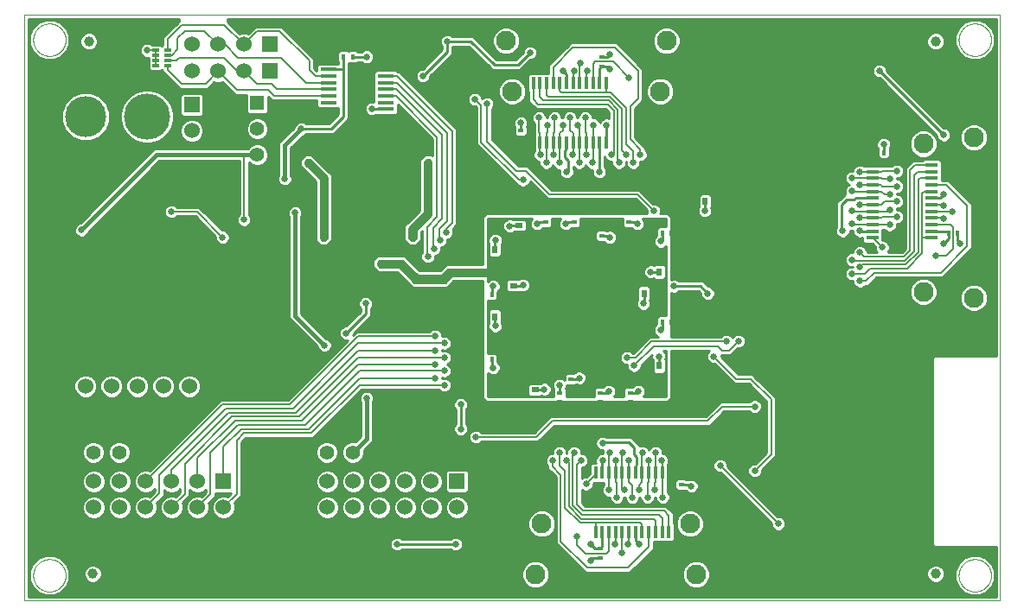
<source format=gbl>
G75*
%MOIN*%
%OFA0B0*%
%FSLAX25Y25*%
%IPPOS*%
%LPD*%
%AMOC8*
5,1,8,0,0,1.08239X$1,22.5*
%
%ADD10C,0.00000*%
%ADD11R,0.01969X0.03150*%
%ADD12R,0.01575X0.01969*%
%ADD13R,0.03150X0.01969*%
%ADD14R,0.01969X0.01575*%
%ADD15C,0.07677*%
%ADD16R,0.01575X0.04724*%
%ADD17C,0.15811*%
%ADD18C,0.17780*%
%ADD19R,0.06000X0.06000*%
%ADD20C,0.06000*%
%ADD21R,0.05600X0.05600*%
%ADD22C,0.05600*%
%ADD23R,0.06299X0.01378*%
%ADD24R,0.02559X0.01181*%
%ADD25R,0.04724X0.01575*%
%ADD26C,0.03937*%
%ADD27C,0.01000*%
%ADD28C,0.02500*%
%ADD29C,0.00600*%
%ADD30C,0.01600*%
D10*
X0008730Y0046472D02*
X0008730Y0272457D01*
X0384715Y0272457D01*
X0384715Y0046472D01*
X0008730Y0046472D01*
X0012126Y0056118D02*
X0012128Y0056276D01*
X0012134Y0056433D01*
X0012144Y0056591D01*
X0012158Y0056748D01*
X0012176Y0056904D01*
X0012197Y0057061D01*
X0012223Y0057216D01*
X0012253Y0057371D01*
X0012286Y0057525D01*
X0012324Y0057678D01*
X0012365Y0057831D01*
X0012410Y0057982D01*
X0012459Y0058132D01*
X0012512Y0058280D01*
X0012568Y0058428D01*
X0012629Y0058573D01*
X0012692Y0058718D01*
X0012760Y0058860D01*
X0012831Y0059001D01*
X0012905Y0059140D01*
X0012983Y0059277D01*
X0013065Y0059412D01*
X0013149Y0059545D01*
X0013238Y0059676D01*
X0013329Y0059804D01*
X0013424Y0059931D01*
X0013521Y0060054D01*
X0013622Y0060176D01*
X0013726Y0060294D01*
X0013833Y0060410D01*
X0013943Y0060523D01*
X0014055Y0060634D01*
X0014171Y0060741D01*
X0014289Y0060846D01*
X0014409Y0060948D01*
X0014532Y0061046D01*
X0014658Y0061142D01*
X0014786Y0061234D01*
X0014916Y0061323D01*
X0015048Y0061409D01*
X0015183Y0061491D01*
X0015320Y0061570D01*
X0015458Y0061645D01*
X0015598Y0061717D01*
X0015741Y0061785D01*
X0015884Y0061850D01*
X0016030Y0061911D01*
X0016177Y0061968D01*
X0016325Y0062022D01*
X0016475Y0062072D01*
X0016625Y0062118D01*
X0016777Y0062160D01*
X0016930Y0062199D01*
X0017084Y0062233D01*
X0017239Y0062264D01*
X0017394Y0062290D01*
X0017550Y0062313D01*
X0017707Y0062332D01*
X0017864Y0062347D01*
X0018021Y0062358D01*
X0018179Y0062365D01*
X0018337Y0062368D01*
X0018494Y0062367D01*
X0018652Y0062362D01*
X0018809Y0062353D01*
X0018967Y0062340D01*
X0019123Y0062323D01*
X0019280Y0062302D01*
X0019435Y0062278D01*
X0019590Y0062249D01*
X0019745Y0062216D01*
X0019898Y0062180D01*
X0020051Y0062139D01*
X0020202Y0062095D01*
X0020352Y0062047D01*
X0020501Y0061996D01*
X0020649Y0061940D01*
X0020795Y0061881D01*
X0020940Y0061818D01*
X0021083Y0061751D01*
X0021224Y0061681D01*
X0021363Y0061608D01*
X0021501Y0061531D01*
X0021637Y0061450D01*
X0021770Y0061366D01*
X0021901Y0061279D01*
X0022030Y0061188D01*
X0022157Y0061094D01*
X0022282Y0060997D01*
X0022403Y0060897D01*
X0022523Y0060794D01*
X0022639Y0060688D01*
X0022753Y0060579D01*
X0022865Y0060467D01*
X0022973Y0060353D01*
X0023078Y0060235D01*
X0023181Y0060115D01*
X0023280Y0059993D01*
X0023376Y0059868D01*
X0023469Y0059740D01*
X0023559Y0059611D01*
X0023645Y0059479D01*
X0023729Y0059345D01*
X0023808Y0059209D01*
X0023885Y0059071D01*
X0023957Y0058931D01*
X0024026Y0058789D01*
X0024092Y0058646D01*
X0024154Y0058501D01*
X0024212Y0058354D01*
X0024267Y0058206D01*
X0024318Y0058057D01*
X0024365Y0057906D01*
X0024408Y0057755D01*
X0024447Y0057602D01*
X0024483Y0057448D01*
X0024514Y0057294D01*
X0024542Y0057139D01*
X0024566Y0056983D01*
X0024586Y0056826D01*
X0024602Y0056669D01*
X0024614Y0056512D01*
X0024622Y0056355D01*
X0024626Y0056197D01*
X0024626Y0056039D01*
X0024622Y0055881D01*
X0024614Y0055724D01*
X0024602Y0055567D01*
X0024586Y0055410D01*
X0024566Y0055253D01*
X0024542Y0055097D01*
X0024514Y0054942D01*
X0024483Y0054788D01*
X0024447Y0054634D01*
X0024408Y0054481D01*
X0024365Y0054330D01*
X0024318Y0054179D01*
X0024267Y0054030D01*
X0024212Y0053882D01*
X0024154Y0053735D01*
X0024092Y0053590D01*
X0024026Y0053447D01*
X0023957Y0053305D01*
X0023885Y0053165D01*
X0023808Y0053027D01*
X0023729Y0052891D01*
X0023645Y0052757D01*
X0023559Y0052625D01*
X0023469Y0052496D01*
X0023376Y0052368D01*
X0023280Y0052243D01*
X0023181Y0052121D01*
X0023078Y0052001D01*
X0022973Y0051883D01*
X0022865Y0051769D01*
X0022753Y0051657D01*
X0022639Y0051548D01*
X0022523Y0051442D01*
X0022403Y0051339D01*
X0022282Y0051239D01*
X0022157Y0051142D01*
X0022030Y0051048D01*
X0021901Y0050957D01*
X0021770Y0050870D01*
X0021637Y0050786D01*
X0021501Y0050705D01*
X0021363Y0050628D01*
X0021224Y0050555D01*
X0021083Y0050485D01*
X0020940Y0050418D01*
X0020795Y0050355D01*
X0020649Y0050296D01*
X0020501Y0050240D01*
X0020352Y0050189D01*
X0020202Y0050141D01*
X0020051Y0050097D01*
X0019898Y0050056D01*
X0019745Y0050020D01*
X0019590Y0049987D01*
X0019435Y0049958D01*
X0019280Y0049934D01*
X0019123Y0049913D01*
X0018967Y0049896D01*
X0018809Y0049883D01*
X0018652Y0049874D01*
X0018494Y0049869D01*
X0018337Y0049868D01*
X0018179Y0049871D01*
X0018021Y0049878D01*
X0017864Y0049889D01*
X0017707Y0049904D01*
X0017550Y0049923D01*
X0017394Y0049946D01*
X0017239Y0049972D01*
X0017084Y0050003D01*
X0016930Y0050037D01*
X0016777Y0050076D01*
X0016625Y0050118D01*
X0016475Y0050164D01*
X0016325Y0050214D01*
X0016177Y0050268D01*
X0016030Y0050325D01*
X0015884Y0050386D01*
X0015741Y0050451D01*
X0015598Y0050519D01*
X0015458Y0050591D01*
X0015320Y0050666D01*
X0015183Y0050745D01*
X0015048Y0050827D01*
X0014916Y0050913D01*
X0014786Y0051002D01*
X0014658Y0051094D01*
X0014532Y0051190D01*
X0014409Y0051288D01*
X0014289Y0051390D01*
X0014171Y0051495D01*
X0014055Y0051602D01*
X0013943Y0051713D01*
X0013833Y0051826D01*
X0013726Y0051942D01*
X0013622Y0052060D01*
X0013521Y0052182D01*
X0013424Y0052305D01*
X0013329Y0052432D01*
X0013238Y0052560D01*
X0013149Y0052691D01*
X0013065Y0052824D01*
X0012983Y0052959D01*
X0012905Y0053096D01*
X0012831Y0053235D01*
X0012760Y0053376D01*
X0012692Y0053518D01*
X0012629Y0053663D01*
X0012568Y0053808D01*
X0012512Y0053956D01*
X0012459Y0054104D01*
X0012410Y0054254D01*
X0012365Y0054405D01*
X0012324Y0054558D01*
X0012286Y0054711D01*
X0012253Y0054865D01*
X0012223Y0055020D01*
X0012197Y0055175D01*
X0012176Y0055332D01*
X0012158Y0055488D01*
X0012144Y0055645D01*
X0012134Y0055803D01*
X0012128Y0055960D01*
X0012126Y0056118D01*
X0012126Y0262811D02*
X0012128Y0262969D01*
X0012134Y0263126D01*
X0012144Y0263284D01*
X0012158Y0263441D01*
X0012176Y0263597D01*
X0012197Y0263754D01*
X0012223Y0263909D01*
X0012253Y0264064D01*
X0012286Y0264218D01*
X0012324Y0264371D01*
X0012365Y0264524D01*
X0012410Y0264675D01*
X0012459Y0264825D01*
X0012512Y0264973D01*
X0012568Y0265121D01*
X0012629Y0265266D01*
X0012692Y0265411D01*
X0012760Y0265553D01*
X0012831Y0265694D01*
X0012905Y0265833D01*
X0012983Y0265970D01*
X0013065Y0266105D01*
X0013149Y0266238D01*
X0013238Y0266369D01*
X0013329Y0266497D01*
X0013424Y0266624D01*
X0013521Y0266747D01*
X0013622Y0266869D01*
X0013726Y0266987D01*
X0013833Y0267103D01*
X0013943Y0267216D01*
X0014055Y0267327D01*
X0014171Y0267434D01*
X0014289Y0267539D01*
X0014409Y0267641D01*
X0014532Y0267739D01*
X0014658Y0267835D01*
X0014786Y0267927D01*
X0014916Y0268016D01*
X0015048Y0268102D01*
X0015183Y0268184D01*
X0015320Y0268263D01*
X0015458Y0268338D01*
X0015598Y0268410D01*
X0015741Y0268478D01*
X0015884Y0268543D01*
X0016030Y0268604D01*
X0016177Y0268661D01*
X0016325Y0268715D01*
X0016475Y0268765D01*
X0016625Y0268811D01*
X0016777Y0268853D01*
X0016930Y0268892D01*
X0017084Y0268926D01*
X0017239Y0268957D01*
X0017394Y0268983D01*
X0017550Y0269006D01*
X0017707Y0269025D01*
X0017864Y0269040D01*
X0018021Y0269051D01*
X0018179Y0269058D01*
X0018337Y0269061D01*
X0018494Y0269060D01*
X0018652Y0269055D01*
X0018809Y0269046D01*
X0018967Y0269033D01*
X0019123Y0269016D01*
X0019280Y0268995D01*
X0019435Y0268971D01*
X0019590Y0268942D01*
X0019745Y0268909D01*
X0019898Y0268873D01*
X0020051Y0268832D01*
X0020202Y0268788D01*
X0020352Y0268740D01*
X0020501Y0268689D01*
X0020649Y0268633D01*
X0020795Y0268574D01*
X0020940Y0268511D01*
X0021083Y0268444D01*
X0021224Y0268374D01*
X0021363Y0268301D01*
X0021501Y0268224D01*
X0021637Y0268143D01*
X0021770Y0268059D01*
X0021901Y0267972D01*
X0022030Y0267881D01*
X0022157Y0267787D01*
X0022282Y0267690D01*
X0022403Y0267590D01*
X0022523Y0267487D01*
X0022639Y0267381D01*
X0022753Y0267272D01*
X0022865Y0267160D01*
X0022973Y0267046D01*
X0023078Y0266928D01*
X0023181Y0266808D01*
X0023280Y0266686D01*
X0023376Y0266561D01*
X0023469Y0266433D01*
X0023559Y0266304D01*
X0023645Y0266172D01*
X0023729Y0266038D01*
X0023808Y0265902D01*
X0023885Y0265764D01*
X0023957Y0265624D01*
X0024026Y0265482D01*
X0024092Y0265339D01*
X0024154Y0265194D01*
X0024212Y0265047D01*
X0024267Y0264899D01*
X0024318Y0264750D01*
X0024365Y0264599D01*
X0024408Y0264448D01*
X0024447Y0264295D01*
X0024483Y0264141D01*
X0024514Y0263987D01*
X0024542Y0263832D01*
X0024566Y0263676D01*
X0024586Y0263519D01*
X0024602Y0263362D01*
X0024614Y0263205D01*
X0024622Y0263048D01*
X0024626Y0262890D01*
X0024626Y0262732D01*
X0024622Y0262574D01*
X0024614Y0262417D01*
X0024602Y0262260D01*
X0024586Y0262103D01*
X0024566Y0261946D01*
X0024542Y0261790D01*
X0024514Y0261635D01*
X0024483Y0261481D01*
X0024447Y0261327D01*
X0024408Y0261174D01*
X0024365Y0261023D01*
X0024318Y0260872D01*
X0024267Y0260723D01*
X0024212Y0260575D01*
X0024154Y0260428D01*
X0024092Y0260283D01*
X0024026Y0260140D01*
X0023957Y0259998D01*
X0023885Y0259858D01*
X0023808Y0259720D01*
X0023729Y0259584D01*
X0023645Y0259450D01*
X0023559Y0259318D01*
X0023469Y0259189D01*
X0023376Y0259061D01*
X0023280Y0258936D01*
X0023181Y0258814D01*
X0023078Y0258694D01*
X0022973Y0258576D01*
X0022865Y0258462D01*
X0022753Y0258350D01*
X0022639Y0258241D01*
X0022523Y0258135D01*
X0022403Y0258032D01*
X0022282Y0257932D01*
X0022157Y0257835D01*
X0022030Y0257741D01*
X0021901Y0257650D01*
X0021770Y0257563D01*
X0021637Y0257479D01*
X0021501Y0257398D01*
X0021363Y0257321D01*
X0021224Y0257248D01*
X0021083Y0257178D01*
X0020940Y0257111D01*
X0020795Y0257048D01*
X0020649Y0256989D01*
X0020501Y0256933D01*
X0020352Y0256882D01*
X0020202Y0256834D01*
X0020051Y0256790D01*
X0019898Y0256749D01*
X0019745Y0256713D01*
X0019590Y0256680D01*
X0019435Y0256651D01*
X0019280Y0256627D01*
X0019123Y0256606D01*
X0018967Y0256589D01*
X0018809Y0256576D01*
X0018652Y0256567D01*
X0018494Y0256562D01*
X0018337Y0256561D01*
X0018179Y0256564D01*
X0018021Y0256571D01*
X0017864Y0256582D01*
X0017707Y0256597D01*
X0017550Y0256616D01*
X0017394Y0256639D01*
X0017239Y0256665D01*
X0017084Y0256696D01*
X0016930Y0256730D01*
X0016777Y0256769D01*
X0016625Y0256811D01*
X0016475Y0256857D01*
X0016325Y0256907D01*
X0016177Y0256961D01*
X0016030Y0257018D01*
X0015884Y0257079D01*
X0015741Y0257144D01*
X0015598Y0257212D01*
X0015458Y0257284D01*
X0015320Y0257359D01*
X0015183Y0257438D01*
X0015048Y0257520D01*
X0014916Y0257606D01*
X0014786Y0257695D01*
X0014658Y0257787D01*
X0014532Y0257883D01*
X0014409Y0257981D01*
X0014289Y0258083D01*
X0014171Y0258188D01*
X0014055Y0258295D01*
X0013943Y0258406D01*
X0013833Y0258519D01*
X0013726Y0258635D01*
X0013622Y0258753D01*
X0013521Y0258875D01*
X0013424Y0258998D01*
X0013329Y0259125D01*
X0013238Y0259253D01*
X0013149Y0259384D01*
X0013065Y0259517D01*
X0012983Y0259652D01*
X0012905Y0259789D01*
X0012831Y0259928D01*
X0012760Y0260069D01*
X0012692Y0260211D01*
X0012629Y0260356D01*
X0012568Y0260501D01*
X0012512Y0260649D01*
X0012459Y0260797D01*
X0012410Y0260947D01*
X0012365Y0261098D01*
X0012324Y0261251D01*
X0012286Y0261404D01*
X0012253Y0261558D01*
X0012223Y0261713D01*
X0012197Y0261868D01*
X0012176Y0262025D01*
X0012158Y0262181D01*
X0012144Y0262338D01*
X0012134Y0262496D01*
X0012128Y0262653D01*
X0012126Y0262811D01*
X0368819Y0262811D02*
X0368821Y0262969D01*
X0368827Y0263126D01*
X0368837Y0263284D01*
X0368851Y0263441D01*
X0368869Y0263597D01*
X0368890Y0263754D01*
X0368916Y0263909D01*
X0368946Y0264064D01*
X0368979Y0264218D01*
X0369017Y0264371D01*
X0369058Y0264524D01*
X0369103Y0264675D01*
X0369152Y0264825D01*
X0369205Y0264973D01*
X0369261Y0265121D01*
X0369322Y0265266D01*
X0369385Y0265411D01*
X0369453Y0265553D01*
X0369524Y0265694D01*
X0369598Y0265833D01*
X0369676Y0265970D01*
X0369758Y0266105D01*
X0369842Y0266238D01*
X0369931Y0266369D01*
X0370022Y0266497D01*
X0370117Y0266624D01*
X0370214Y0266747D01*
X0370315Y0266869D01*
X0370419Y0266987D01*
X0370526Y0267103D01*
X0370636Y0267216D01*
X0370748Y0267327D01*
X0370864Y0267434D01*
X0370982Y0267539D01*
X0371102Y0267641D01*
X0371225Y0267739D01*
X0371351Y0267835D01*
X0371479Y0267927D01*
X0371609Y0268016D01*
X0371741Y0268102D01*
X0371876Y0268184D01*
X0372013Y0268263D01*
X0372151Y0268338D01*
X0372291Y0268410D01*
X0372434Y0268478D01*
X0372577Y0268543D01*
X0372723Y0268604D01*
X0372870Y0268661D01*
X0373018Y0268715D01*
X0373168Y0268765D01*
X0373318Y0268811D01*
X0373470Y0268853D01*
X0373623Y0268892D01*
X0373777Y0268926D01*
X0373932Y0268957D01*
X0374087Y0268983D01*
X0374243Y0269006D01*
X0374400Y0269025D01*
X0374557Y0269040D01*
X0374714Y0269051D01*
X0374872Y0269058D01*
X0375030Y0269061D01*
X0375187Y0269060D01*
X0375345Y0269055D01*
X0375502Y0269046D01*
X0375660Y0269033D01*
X0375816Y0269016D01*
X0375973Y0268995D01*
X0376128Y0268971D01*
X0376283Y0268942D01*
X0376438Y0268909D01*
X0376591Y0268873D01*
X0376744Y0268832D01*
X0376895Y0268788D01*
X0377045Y0268740D01*
X0377194Y0268689D01*
X0377342Y0268633D01*
X0377488Y0268574D01*
X0377633Y0268511D01*
X0377776Y0268444D01*
X0377917Y0268374D01*
X0378056Y0268301D01*
X0378194Y0268224D01*
X0378330Y0268143D01*
X0378463Y0268059D01*
X0378594Y0267972D01*
X0378723Y0267881D01*
X0378850Y0267787D01*
X0378975Y0267690D01*
X0379096Y0267590D01*
X0379216Y0267487D01*
X0379332Y0267381D01*
X0379446Y0267272D01*
X0379558Y0267160D01*
X0379666Y0267046D01*
X0379771Y0266928D01*
X0379874Y0266808D01*
X0379973Y0266686D01*
X0380069Y0266561D01*
X0380162Y0266433D01*
X0380252Y0266304D01*
X0380338Y0266172D01*
X0380422Y0266038D01*
X0380501Y0265902D01*
X0380578Y0265764D01*
X0380650Y0265624D01*
X0380719Y0265482D01*
X0380785Y0265339D01*
X0380847Y0265194D01*
X0380905Y0265047D01*
X0380960Y0264899D01*
X0381011Y0264750D01*
X0381058Y0264599D01*
X0381101Y0264448D01*
X0381140Y0264295D01*
X0381176Y0264141D01*
X0381207Y0263987D01*
X0381235Y0263832D01*
X0381259Y0263676D01*
X0381279Y0263519D01*
X0381295Y0263362D01*
X0381307Y0263205D01*
X0381315Y0263048D01*
X0381319Y0262890D01*
X0381319Y0262732D01*
X0381315Y0262574D01*
X0381307Y0262417D01*
X0381295Y0262260D01*
X0381279Y0262103D01*
X0381259Y0261946D01*
X0381235Y0261790D01*
X0381207Y0261635D01*
X0381176Y0261481D01*
X0381140Y0261327D01*
X0381101Y0261174D01*
X0381058Y0261023D01*
X0381011Y0260872D01*
X0380960Y0260723D01*
X0380905Y0260575D01*
X0380847Y0260428D01*
X0380785Y0260283D01*
X0380719Y0260140D01*
X0380650Y0259998D01*
X0380578Y0259858D01*
X0380501Y0259720D01*
X0380422Y0259584D01*
X0380338Y0259450D01*
X0380252Y0259318D01*
X0380162Y0259189D01*
X0380069Y0259061D01*
X0379973Y0258936D01*
X0379874Y0258814D01*
X0379771Y0258694D01*
X0379666Y0258576D01*
X0379558Y0258462D01*
X0379446Y0258350D01*
X0379332Y0258241D01*
X0379216Y0258135D01*
X0379096Y0258032D01*
X0378975Y0257932D01*
X0378850Y0257835D01*
X0378723Y0257741D01*
X0378594Y0257650D01*
X0378463Y0257563D01*
X0378330Y0257479D01*
X0378194Y0257398D01*
X0378056Y0257321D01*
X0377917Y0257248D01*
X0377776Y0257178D01*
X0377633Y0257111D01*
X0377488Y0257048D01*
X0377342Y0256989D01*
X0377194Y0256933D01*
X0377045Y0256882D01*
X0376895Y0256834D01*
X0376744Y0256790D01*
X0376591Y0256749D01*
X0376438Y0256713D01*
X0376283Y0256680D01*
X0376128Y0256651D01*
X0375973Y0256627D01*
X0375816Y0256606D01*
X0375660Y0256589D01*
X0375502Y0256576D01*
X0375345Y0256567D01*
X0375187Y0256562D01*
X0375030Y0256561D01*
X0374872Y0256564D01*
X0374714Y0256571D01*
X0374557Y0256582D01*
X0374400Y0256597D01*
X0374243Y0256616D01*
X0374087Y0256639D01*
X0373932Y0256665D01*
X0373777Y0256696D01*
X0373623Y0256730D01*
X0373470Y0256769D01*
X0373318Y0256811D01*
X0373168Y0256857D01*
X0373018Y0256907D01*
X0372870Y0256961D01*
X0372723Y0257018D01*
X0372577Y0257079D01*
X0372434Y0257144D01*
X0372291Y0257212D01*
X0372151Y0257284D01*
X0372013Y0257359D01*
X0371876Y0257438D01*
X0371741Y0257520D01*
X0371609Y0257606D01*
X0371479Y0257695D01*
X0371351Y0257787D01*
X0371225Y0257883D01*
X0371102Y0257981D01*
X0370982Y0258083D01*
X0370864Y0258188D01*
X0370748Y0258295D01*
X0370636Y0258406D01*
X0370526Y0258519D01*
X0370419Y0258635D01*
X0370315Y0258753D01*
X0370214Y0258875D01*
X0370117Y0258998D01*
X0370022Y0259125D01*
X0369931Y0259253D01*
X0369842Y0259384D01*
X0369758Y0259517D01*
X0369676Y0259652D01*
X0369598Y0259789D01*
X0369524Y0259928D01*
X0369453Y0260069D01*
X0369385Y0260211D01*
X0369322Y0260356D01*
X0369261Y0260501D01*
X0369205Y0260649D01*
X0369152Y0260797D01*
X0369103Y0260947D01*
X0369058Y0261098D01*
X0369017Y0261251D01*
X0368979Y0261404D01*
X0368946Y0261558D01*
X0368916Y0261713D01*
X0368890Y0261868D01*
X0368869Y0262025D01*
X0368851Y0262181D01*
X0368837Y0262338D01*
X0368827Y0262496D01*
X0368821Y0262653D01*
X0368819Y0262811D01*
X0368819Y0056118D02*
X0368821Y0056276D01*
X0368827Y0056433D01*
X0368837Y0056591D01*
X0368851Y0056748D01*
X0368869Y0056904D01*
X0368890Y0057061D01*
X0368916Y0057216D01*
X0368946Y0057371D01*
X0368979Y0057525D01*
X0369017Y0057678D01*
X0369058Y0057831D01*
X0369103Y0057982D01*
X0369152Y0058132D01*
X0369205Y0058280D01*
X0369261Y0058428D01*
X0369322Y0058573D01*
X0369385Y0058718D01*
X0369453Y0058860D01*
X0369524Y0059001D01*
X0369598Y0059140D01*
X0369676Y0059277D01*
X0369758Y0059412D01*
X0369842Y0059545D01*
X0369931Y0059676D01*
X0370022Y0059804D01*
X0370117Y0059931D01*
X0370214Y0060054D01*
X0370315Y0060176D01*
X0370419Y0060294D01*
X0370526Y0060410D01*
X0370636Y0060523D01*
X0370748Y0060634D01*
X0370864Y0060741D01*
X0370982Y0060846D01*
X0371102Y0060948D01*
X0371225Y0061046D01*
X0371351Y0061142D01*
X0371479Y0061234D01*
X0371609Y0061323D01*
X0371741Y0061409D01*
X0371876Y0061491D01*
X0372013Y0061570D01*
X0372151Y0061645D01*
X0372291Y0061717D01*
X0372434Y0061785D01*
X0372577Y0061850D01*
X0372723Y0061911D01*
X0372870Y0061968D01*
X0373018Y0062022D01*
X0373168Y0062072D01*
X0373318Y0062118D01*
X0373470Y0062160D01*
X0373623Y0062199D01*
X0373777Y0062233D01*
X0373932Y0062264D01*
X0374087Y0062290D01*
X0374243Y0062313D01*
X0374400Y0062332D01*
X0374557Y0062347D01*
X0374714Y0062358D01*
X0374872Y0062365D01*
X0375030Y0062368D01*
X0375187Y0062367D01*
X0375345Y0062362D01*
X0375502Y0062353D01*
X0375660Y0062340D01*
X0375816Y0062323D01*
X0375973Y0062302D01*
X0376128Y0062278D01*
X0376283Y0062249D01*
X0376438Y0062216D01*
X0376591Y0062180D01*
X0376744Y0062139D01*
X0376895Y0062095D01*
X0377045Y0062047D01*
X0377194Y0061996D01*
X0377342Y0061940D01*
X0377488Y0061881D01*
X0377633Y0061818D01*
X0377776Y0061751D01*
X0377917Y0061681D01*
X0378056Y0061608D01*
X0378194Y0061531D01*
X0378330Y0061450D01*
X0378463Y0061366D01*
X0378594Y0061279D01*
X0378723Y0061188D01*
X0378850Y0061094D01*
X0378975Y0060997D01*
X0379096Y0060897D01*
X0379216Y0060794D01*
X0379332Y0060688D01*
X0379446Y0060579D01*
X0379558Y0060467D01*
X0379666Y0060353D01*
X0379771Y0060235D01*
X0379874Y0060115D01*
X0379973Y0059993D01*
X0380069Y0059868D01*
X0380162Y0059740D01*
X0380252Y0059611D01*
X0380338Y0059479D01*
X0380422Y0059345D01*
X0380501Y0059209D01*
X0380578Y0059071D01*
X0380650Y0058931D01*
X0380719Y0058789D01*
X0380785Y0058646D01*
X0380847Y0058501D01*
X0380905Y0058354D01*
X0380960Y0058206D01*
X0381011Y0058057D01*
X0381058Y0057906D01*
X0381101Y0057755D01*
X0381140Y0057602D01*
X0381176Y0057448D01*
X0381207Y0057294D01*
X0381235Y0057139D01*
X0381259Y0056983D01*
X0381279Y0056826D01*
X0381295Y0056669D01*
X0381307Y0056512D01*
X0381315Y0056355D01*
X0381319Y0056197D01*
X0381319Y0056039D01*
X0381315Y0055881D01*
X0381307Y0055724D01*
X0381295Y0055567D01*
X0381279Y0055410D01*
X0381259Y0055253D01*
X0381235Y0055097D01*
X0381207Y0054942D01*
X0381176Y0054788D01*
X0381140Y0054634D01*
X0381101Y0054481D01*
X0381058Y0054330D01*
X0381011Y0054179D01*
X0380960Y0054030D01*
X0380905Y0053882D01*
X0380847Y0053735D01*
X0380785Y0053590D01*
X0380719Y0053447D01*
X0380650Y0053305D01*
X0380578Y0053165D01*
X0380501Y0053027D01*
X0380422Y0052891D01*
X0380338Y0052757D01*
X0380252Y0052625D01*
X0380162Y0052496D01*
X0380069Y0052368D01*
X0379973Y0052243D01*
X0379874Y0052121D01*
X0379771Y0052001D01*
X0379666Y0051883D01*
X0379558Y0051769D01*
X0379446Y0051657D01*
X0379332Y0051548D01*
X0379216Y0051442D01*
X0379096Y0051339D01*
X0378975Y0051239D01*
X0378850Y0051142D01*
X0378723Y0051048D01*
X0378594Y0050957D01*
X0378463Y0050870D01*
X0378330Y0050786D01*
X0378194Y0050705D01*
X0378056Y0050628D01*
X0377917Y0050555D01*
X0377776Y0050485D01*
X0377633Y0050418D01*
X0377488Y0050355D01*
X0377342Y0050296D01*
X0377194Y0050240D01*
X0377045Y0050189D01*
X0376895Y0050141D01*
X0376744Y0050097D01*
X0376591Y0050056D01*
X0376438Y0050020D01*
X0376283Y0049987D01*
X0376128Y0049958D01*
X0375973Y0049934D01*
X0375816Y0049913D01*
X0375660Y0049896D01*
X0375502Y0049883D01*
X0375345Y0049874D01*
X0375187Y0049869D01*
X0375030Y0049868D01*
X0374872Y0049871D01*
X0374714Y0049878D01*
X0374557Y0049889D01*
X0374400Y0049904D01*
X0374243Y0049923D01*
X0374087Y0049946D01*
X0373932Y0049972D01*
X0373777Y0050003D01*
X0373623Y0050037D01*
X0373470Y0050076D01*
X0373318Y0050118D01*
X0373168Y0050164D01*
X0373018Y0050214D01*
X0372870Y0050268D01*
X0372723Y0050325D01*
X0372577Y0050386D01*
X0372434Y0050451D01*
X0372291Y0050519D01*
X0372151Y0050591D01*
X0372013Y0050666D01*
X0371876Y0050745D01*
X0371741Y0050827D01*
X0371609Y0050913D01*
X0371479Y0051002D01*
X0371351Y0051094D01*
X0371225Y0051190D01*
X0371102Y0051288D01*
X0370982Y0051390D01*
X0370864Y0051495D01*
X0370748Y0051602D01*
X0370636Y0051713D01*
X0370526Y0051826D01*
X0370419Y0051942D01*
X0370315Y0052060D01*
X0370214Y0052182D01*
X0370117Y0052305D01*
X0370022Y0052432D01*
X0369931Y0052560D01*
X0369842Y0052691D01*
X0369758Y0052824D01*
X0369676Y0052959D01*
X0369598Y0053096D01*
X0369524Y0053235D01*
X0369453Y0053376D01*
X0369385Y0053518D01*
X0369322Y0053663D01*
X0369261Y0053808D01*
X0369205Y0053956D01*
X0369152Y0054104D01*
X0369103Y0054254D01*
X0369058Y0054405D01*
X0369017Y0054558D01*
X0368979Y0054711D01*
X0368946Y0054865D01*
X0368916Y0055020D01*
X0368890Y0055175D01*
X0368869Y0055332D01*
X0368851Y0055488D01*
X0368837Y0055645D01*
X0368827Y0055803D01*
X0368821Y0055960D01*
X0368819Y0056118D01*
D11*
X0259321Y0137024D03*
X0253415Y0137024D03*
X0253415Y0164976D03*
X0247510Y0164976D03*
X0253415Y0173244D03*
X0259321Y0173244D03*
X0265226Y0200409D03*
X0271132Y0200409D03*
X0190030Y0181906D03*
X0184124Y0181906D03*
X0184124Y0155921D03*
X0190030Y0155921D03*
D12*
X0188848Y0164583D03*
X0185305Y0164583D03*
X0185305Y0139386D03*
X0188848Y0139386D03*
X0254596Y0153953D03*
X0258140Y0153953D03*
X0258140Y0188205D03*
X0254596Y0188205D03*
X0336486Y0219307D03*
X0340030Y0219307D03*
X0364833Y0188205D03*
X0368376Y0188205D03*
X0135305Y0256315D03*
X0131762Y0256315D03*
D13*
X0199281Y0197063D03*
X0199281Y0191157D03*
X0197313Y0167929D03*
X0197313Y0162024D03*
X0205581Y0127772D03*
X0205581Y0121866D03*
D14*
X0215030Y0123047D03*
X0215030Y0126591D03*
X0219360Y0128165D03*
X0219360Y0131709D03*
X0230778Y0126591D03*
X0230778Y0123047D03*
X0242195Y0123047D03*
X0242195Y0126591D03*
X0261880Y0094701D03*
X0261880Y0091157D03*
X0230778Y0066354D03*
X0230778Y0062811D03*
X0231171Y0187220D03*
X0231171Y0190764D03*
X0241801Y0192339D03*
X0241801Y0195882D03*
X0220541Y0195882D03*
X0220541Y0192339D03*
X0209518Y0192339D03*
X0209518Y0195882D03*
X0200069Y0224228D03*
X0200069Y0227772D03*
X0231171Y0252575D03*
X0231171Y0256118D03*
D15*
X0253809Y0242929D03*
X0256171Y0262417D03*
X0196722Y0242929D03*
X0194360Y0262417D03*
X0355187Y0222654D03*
X0374675Y0225016D03*
X0355187Y0165567D03*
X0374675Y0163205D03*
X0265226Y0076000D03*
X0267589Y0056512D03*
X0208140Y0076000D03*
X0205778Y0056512D03*
D16*
X0228907Y0072850D03*
X0231467Y0072850D03*
X0234026Y0072850D03*
X0236585Y0072850D03*
X0239144Y0072850D03*
X0241703Y0072850D03*
X0244262Y0072850D03*
X0246821Y0072850D03*
X0249380Y0072850D03*
X0251939Y0072850D03*
X0254498Y0072850D03*
X0257057Y0072850D03*
X0257057Y0095685D03*
X0254498Y0095685D03*
X0251939Y0095685D03*
X0249380Y0095685D03*
X0246821Y0095685D03*
X0244262Y0095685D03*
X0241703Y0095685D03*
X0239144Y0095685D03*
X0236585Y0095685D03*
X0234026Y0095685D03*
X0231467Y0095685D03*
X0228907Y0095685D03*
X0227923Y0223244D03*
X0225364Y0223244D03*
X0222805Y0223244D03*
X0220246Y0223244D03*
X0217687Y0223244D03*
X0215128Y0223244D03*
X0212569Y0223244D03*
X0210010Y0223244D03*
X0207451Y0223244D03*
X0204892Y0223244D03*
X0230482Y0223244D03*
X0233041Y0223244D03*
X0233041Y0246079D03*
X0230482Y0246079D03*
X0227923Y0246079D03*
X0225364Y0246079D03*
X0222805Y0246079D03*
X0220246Y0246079D03*
X0217687Y0246079D03*
X0215128Y0246079D03*
X0212569Y0246079D03*
X0210010Y0246079D03*
X0207451Y0246079D03*
X0204892Y0246079D03*
D17*
X0032352Y0233087D03*
D18*
X0055974Y0233087D03*
D19*
X0073297Y0237693D03*
X0103258Y0250803D03*
X0103258Y0261039D03*
X0022313Y0129150D03*
X0085463Y0092417D03*
X0175463Y0092417D03*
D20*
X0165463Y0092417D03*
X0155463Y0092417D03*
X0145463Y0092417D03*
X0135463Y0092417D03*
X0125463Y0092417D03*
X0125463Y0082417D03*
X0135463Y0082417D03*
X0145463Y0082417D03*
X0155463Y0082417D03*
X0165463Y0082417D03*
X0175463Y0082417D03*
X0085463Y0082417D03*
X0075463Y0082417D03*
X0065463Y0082417D03*
X0055463Y0082417D03*
X0045463Y0082417D03*
X0035463Y0082417D03*
X0035463Y0092417D03*
X0045463Y0092417D03*
X0055463Y0092417D03*
X0065463Y0092417D03*
X0075463Y0092417D03*
X0072313Y0129150D03*
X0062313Y0129150D03*
X0052313Y0129150D03*
X0042313Y0129150D03*
X0032313Y0129150D03*
X0073297Y0227693D03*
X0073258Y0250803D03*
X0083258Y0250803D03*
X0093258Y0250803D03*
X0093258Y0261039D03*
X0083258Y0261039D03*
X0073258Y0261039D03*
D21*
X0098494Y0238362D03*
X0115266Y0103559D03*
X0025266Y0103559D03*
D22*
X0035266Y0103559D03*
X0045266Y0103559D03*
X0125266Y0103559D03*
X0135266Y0103559D03*
X0098494Y0218362D03*
X0098494Y0228362D03*
D23*
X0126053Y0236039D03*
X0126053Y0238598D03*
X0126053Y0241157D03*
X0126053Y0243717D03*
X0126053Y0246276D03*
X0126053Y0248835D03*
X0126053Y0251394D03*
X0148100Y0251394D03*
X0148100Y0248835D03*
X0148100Y0246276D03*
X0148100Y0243717D03*
X0148100Y0241157D03*
X0148100Y0238598D03*
X0148100Y0236039D03*
D24*
X0063913Y0252969D03*
X0063913Y0254937D03*
X0063913Y0256906D03*
X0063913Y0258874D03*
X0059386Y0258874D03*
X0059386Y0256906D03*
X0059386Y0254937D03*
X0059386Y0252969D03*
D25*
X0335502Y0214484D03*
X0335502Y0211925D03*
X0335502Y0209366D03*
X0335502Y0206807D03*
X0335502Y0204248D03*
X0335502Y0201689D03*
X0335502Y0199130D03*
X0335502Y0196571D03*
X0335502Y0194012D03*
X0335502Y0191453D03*
X0335502Y0188894D03*
X0335502Y0186335D03*
X0358337Y0186335D03*
X0358337Y0188894D03*
X0358337Y0191453D03*
X0358337Y0194012D03*
X0358337Y0196571D03*
X0358337Y0199130D03*
X0358337Y0201689D03*
X0358337Y0204248D03*
X0358337Y0206807D03*
X0358337Y0209366D03*
X0358337Y0211925D03*
X0358337Y0214484D03*
D26*
X0359911Y0262220D03*
X0359911Y0056709D03*
X0035108Y0056709D03*
X0033533Y0262220D03*
D27*
X0030065Y0262151D02*
X0026126Y0262151D01*
X0026126Y0261269D02*
X0024946Y0258421D01*
X0022766Y0256241D01*
X0019918Y0255061D01*
X0016834Y0255061D01*
X0013986Y0256241D01*
X0011806Y0258421D01*
X0010626Y0261269D01*
X0010626Y0264353D01*
X0011806Y0267201D01*
X0013986Y0269381D01*
X0016834Y0270561D01*
X0019918Y0270561D01*
X0022766Y0269381D01*
X0024946Y0267201D01*
X0026126Y0264353D01*
X0026126Y0261269D01*
X0026077Y0261152D02*
X0030222Y0261152D01*
X0030065Y0261531D02*
X0030593Y0260256D01*
X0031569Y0259280D01*
X0032844Y0258752D01*
X0034223Y0258752D01*
X0035498Y0259280D01*
X0036474Y0260256D01*
X0037002Y0261531D01*
X0037002Y0262910D01*
X0036474Y0264185D01*
X0035498Y0265161D01*
X0034223Y0265689D01*
X0032844Y0265689D01*
X0031569Y0265161D01*
X0030593Y0264185D01*
X0030065Y0262910D01*
X0030065Y0261531D01*
X0030695Y0260154D02*
X0025664Y0260154D01*
X0025250Y0259155D02*
X0031870Y0259155D01*
X0035197Y0259155D02*
X0053224Y0259155D01*
X0053224Y0259224D02*
X0053224Y0258130D01*
X0053643Y0257119D01*
X0054417Y0256346D01*
X0055427Y0255927D01*
X0056521Y0255927D01*
X0056606Y0255962D01*
X0056606Y0251757D01*
X0057485Y0250878D01*
X0061286Y0250878D01*
X0061649Y0251241D01*
X0062012Y0250878D01*
X0062113Y0250878D01*
X0062113Y0250387D01*
X0067560Y0244939D01*
X0068615Y0243885D01*
X0077830Y0243885D01*
X0077860Y0243857D01*
X0078569Y0243885D01*
X0079279Y0243885D01*
X0079309Y0243915D01*
X0079350Y0243916D01*
X0079832Y0244438D01*
X0080333Y0244939D01*
X0080333Y0244981D01*
X0081777Y0246546D01*
X0082363Y0246303D01*
X0084153Y0246303D01*
X0084902Y0246613D01*
X0089993Y0241523D01*
X0091484Y0241523D01*
X0094194Y0241523D01*
X0094194Y0234941D01*
X0095073Y0234062D01*
X0101915Y0234062D01*
X0102794Y0234941D01*
X0102794Y0240808D01*
X0104245Y0239357D01*
X0121404Y0239357D01*
X0121404Y0237288D01*
X0122282Y0236409D01*
X0129762Y0236409D01*
X0129762Y0234112D01*
X0126012Y0230362D01*
X0117312Y0230362D01*
X0116981Y0230694D01*
X0115970Y0231112D01*
X0114876Y0231112D01*
X0113865Y0230694D01*
X0113092Y0229920D01*
X0112673Y0228909D01*
X0112673Y0228865D01*
X0106824Y0223016D01*
X0106824Y0210660D01*
X0106793Y0210629D01*
X0106374Y0209618D01*
X0106374Y0208524D01*
X0106793Y0207513D01*
X0107566Y0206740D01*
X0108577Y0206321D01*
X0109671Y0206321D01*
X0110682Y0206740D01*
X0111455Y0207513D01*
X0111874Y0208524D01*
X0111874Y0209618D01*
X0111455Y0210629D01*
X0111424Y0210660D01*
X0111424Y0221110D01*
X0115926Y0225612D01*
X0115970Y0225612D01*
X0116981Y0226031D01*
X0117312Y0226362D01*
X0127669Y0226362D01*
X0128841Y0227534D01*
X0133762Y0232455D01*
X0133762Y0253965D01*
X0133896Y0253831D01*
X0136714Y0253831D01*
X0137198Y0254315D01*
X0138731Y0254315D01*
X0139062Y0253984D01*
X0140073Y0253565D01*
X0141167Y0253565D01*
X0142178Y0253984D01*
X0142951Y0254757D01*
X0143370Y0255768D01*
X0143370Y0256862D01*
X0142951Y0257873D01*
X0142178Y0258646D01*
X0141167Y0259065D01*
X0140073Y0259065D01*
X0139062Y0258646D01*
X0138731Y0258315D01*
X0137198Y0258315D01*
X0136714Y0258799D01*
X0133896Y0258799D01*
X0133533Y0258436D01*
X0133171Y0258799D01*
X0130353Y0258799D01*
X0129474Y0257921D01*
X0129474Y0254709D01*
X0129762Y0254422D01*
X0129762Y0253583D01*
X0122282Y0253583D01*
X0121404Y0252704D01*
X0121404Y0250912D01*
X0120373Y0251942D01*
X0120373Y0255486D01*
X0119318Y0256540D01*
X0108955Y0266903D01*
X0107901Y0267957D01*
X0097630Y0267957D01*
X0094902Y0265229D01*
X0094153Y0265539D01*
X0092363Y0265539D01*
X0091614Y0265229D01*
X0086908Y0269935D01*
X0086908Y0270957D01*
X0383215Y0270957D01*
X0383215Y0140886D01*
X0359684Y0140886D01*
X0358805Y0140007D01*
X0358805Y0067898D01*
X0359684Y0067020D01*
X0383215Y0067020D01*
X0383215Y0047972D01*
X0010230Y0047972D01*
X0010230Y0270957D01*
X0068348Y0270957D01*
X0068348Y0270053D01*
X0067560Y0269265D01*
X0062113Y0263818D01*
X0062113Y0260965D01*
X0062012Y0260965D01*
X0061649Y0260602D01*
X0061286Y0260965D01*
X0057576Y0260965D01*
X0057532Y0261008D01*
X0056521Y0261427D01*
X0055427Y0261427D01*
X0054417Y0261008D01*
X0053643Y0260235D01*
X0053224Y0259224D01*
X0053610Y0260154D02*
X0036372Y0260154D01*
X0036845Y0261152D02*
X0054764Y0261152D01*
X0057185Y0261152D02*
X0062113Y0261152D01*
X0062113Y0262151D02*
X0037002Y0262151D01*
X0036903Y0263149D02*
X0062113Y0263149D01*
X0062443Y0264148D02*
X0036489Y0264148D01*
X0035513Y0265146D02*
X0063441Y0265146D01*
X0064440Y0266145D02*
X0025384Y0266145D01*
X0025797Y0265146D02*
X0031554Y0265146D01*
X0030578Y0264148D02*
X0026126Y0264148D01*
X0026126Y0263149D02*
X0030164Y0263149D01*
X0024970Y0267143D02*
X0065438Y0267143D01*
X0066437Y0268142D02*
X0024005Y0268142D01*
X0023007Y0269140D02*
X0067435Y0269140D01*
X0068348Y0270139D02*
X0020936Y0270139D01*
X0015816Y0270139D02*
X0010230Y0270139D01*
X0010230Y0269140D02*
X0013745Y0269140D01*
X0012747Y0268142D02*
X0010230Y0268142D01*
X0010230Y0267143D02*
X0011782Y0267143D01*
X0011368Y0266145D02*
X0010230Y0266145D01*
X0010230Y0265146D02*
X0010955Y0265146D01*
X0010626Y0264148D02*
X0010230Y0264148D01*
X0010230Y0263149D02*
X0010626Y0263149D01*
X0010626Y0262151D02*
X0010230Y0262151D01*
X0010230Y0261152D02*
X0010674Y0261152D01*
X0011088Y0260154D02*
X0010230Y0260154D01*
X0010230Y0259155D02*
X0011502Y0259155D01*
X0012070Y0258157D02*
X0010230Y0258157D01*
X0010230Y0257158D02*
X0013069Y0257158D01*
X0014182Y0256160D02*
X0010230Y0256160D01*
X0010230Y0255161D02*
X0016592Y0255161D01*
X0020160Y0255161D02*
X0056606Y0255161D01*
X0056606Y0254163D02*
X0010230Y0254163D01*
X0010230Y0253164D02*
X0056606Y0253164D01*
X0056606Y0252166D02*
X0010230Y0252166D01*
X0010230Y0251167D02*
X0057195Y0251167D01*
X0061576Y0251167D02*
X0061723Y0251167D01*
X0062331Y0250169D02*
X0010230Y0250169D01*
X0010230Y0249170D02*
X0063329Y0249170D01*
X0064328Y0248172D02*
X0010230Y0248172D01*
X0010230Y0247173D02*
X0065326Y0247173D01*
X0066325Y0246175D02*
X0010230Y0246175D01*
X0010230Y0245176D02*
X0067323Y0245176D01*
X0068322Y0244178D02*
X0010230Y0244178D01*
X0010230Y0243179D02*
X0053497Y0243179D01*
X0054607Y0243476D02*
X0051964Y0242768D01*
X0049595Y0241400D01*
X0047661Y0239466D01*
X0046293Y0237097D01*
X0045585Y0234454D01*
X0045585Y0231719D01*
X0046293Y0229076D01*
X0047661Y0226707D01*
X0049595Y0224773D01*
X0051964Y0223405D01*
X0054607Y0222697D01*
X0057342Y0222697D01*
X0059985Y0223405D01*
X0062354Y0224773D01*
X0064288Y0226707D01*
X0065656Y0229076D01*
X0066364Y0231719D01*
X0066364Y0234454D01*
X0065656Y0237097D01*
X0064288Y0239466D01*
X0062354Y0241400D01*
X0059985Y0242768D01*
X0057342Y0243476D01*
X0054607Y0243476D01*
X0058451Y0243179D02*
X0088336Y0243179D01*
X0087338Y0244178D02*
X0079592Y0244178D01*
X0080513Y0245176D02*
X0086339Y0245176D01*
X0085341Y0246175D02*
X0081435Y0246175D01*
X0076931Y0242181D02*
X0089335Y0242181D01*
X0094194Y0241182D02*
X0077797Y0241182D01*
X0077797Y0241314D02*
X0076919Y0242193D01*
X0069676Y0242193D01*
X0068797Y0241314D01*
X0068797Y0234072D01*
X0069676Y0233193D01*
X0076919Y0233193D01*
X0077797Y0234072D01*
X0077797Y0241314D01*
X0077797Y0240184D02*
X0094194Y0240184D01*
X0094194Y0239185D02*
X0077797Y0239185D01*
X0077797Y0238187D02*
X0094194Y0238187D01*
X0094194Y0237188D02*
X0077797Y0237188D01*
X0077797Y0236190D02*
X0094194Y0236190D01*
X0094194Y0235191D02*
X0077797Y0235191D01*
X0077797Y0234193D02*
X0094942Y0234193D01*
X0096058Y0232008D02*
X0094849Y0230798D01*
X0094194Y0229218D01*
X0094194Y0227507D01*
X0094849Y0225926D01*
X0096058Y0224717D01*
X0097639Y0224062D01*
X0099349Y0224062D01*
X0100930Y0224717D01*
X0102139Y0225926D01*
X0102794Y0227507D01*
X0102794Y0229218D01*
X0102139Y0230798D01*
X0100930Y0232008D01*
X0099349Y0232662D01*
X0097639Y0232662D01*
X0096058Y0232008D01*
X0096512Y0232196D02*
X0066364Y0232196D01*
X0066364Y0233194D02*
X0069675Y0233194D01*
X0068797Y0234193D02*
X0066364Y0234193D01*
X0066167Y0235191D02*
X0068797Y0235191D01*
X0068797Y0236190D02*
X0065899Y0236190D01*
X0065603Y0237188D02*
X0068797Y0237188D01*
X0068797Y0238187D02*
X0065027Y0238187D01*
X0064450Y0239185D02*
X0068797Y0239185D01*
X0068797Y0240184D02*
X0063571Y0240184D01*
X0062572Y0241182D02*
X0068797Y0241182D01*
X0069664Y0242181D02*
X0061003Y0242181D01*
X0050946Y0242181D02*
X0034975Y0242181D01*
X0034223Y0242492D02*
X0030481Y0242492D01*
X0027025Y0241060D01*
X0024379Y0238414D01*
X0022947Y0234957D01*
X0022947Y0231216D01*
X0024379Y0227759D01*
X0027025Y0225113D01*
X0030481Y0223681D01*
X0034223Y0223681D01*
X0037680Y0225113D01*
X0040326Y0227759D01*
X0041758Y0231216D01*
X0041758Y0234957D01*
X0040326Y0238414D01*
X0037680Y0241060D01*
X0034223Y0242492D01*
X0037386Y0241182D02*
X0049377Y0241182D01*
X0048378Y0240184D02*
X0038557Y0240184D01*
X0039555Y0239185D02*
X0047498Y0239185D01*
X0046922Y0238187D02*
X0040420Y0238187D01*
X0040834Y0237188D02*
X0046345Y0237188D01*
X0046050Y0236190D02*
X0041248Y0236190D01*
X0041661Y0235191D02*
X0045782Y0235191D01*
X0045585Y0234193D02*
X0041758Y0234193D01*
X0041758Y0233194D02*
X0045585Y0233194D01*
X0045585Y0232196D02*
X0041758Y0232196D01*
X0041750Y0231197D02*
X0045724Y0231197D01*
X0045992Y0230199D02*
X0041337Y0230199D01*
X0040923Y0229200D02*
X0046260Y0229200D01*
X0046798Y0228202D02*
X0040509Y0228202D01*
X0039770Y0227203D02*
X0047374Y0227203D01*
X0048163Y0226204D02*
X0038772Y0226204D01*
X0037773Y0225206D02*
X0049162Y0225206D01*
X0050574Y0224207D02*
X0035494Y0224207D01*
X0029211Y0224207D02*
X0010230Y0224207D01*
X0010230Y0223209D02*
X0052695Y0223209D01*
X0058352Y0220213D02*
X0010230Y0220213D01*
X0010230Y0219215D02*
X0057354Y0219215D01*
X0056355Y0218216D02*
X0010230Y0218216D01*
X0010230Y0217218D02*
X0055357Y0217218D01*
X0054358Y0216219D02*
X0010230Y0216219D01*
X0010230Y0215221D02*
X0053360Y0215221D01*
X0052361Y0214222D02*
X0010230Y0214222D01*
X0010230Y0213224D02*
X0051363Y0213224D01*
X0050364Y0212225D02*
X0010230Y0212225D01*
X0010230Y0211227D02*
X0049366Y0211227D01*
X0048367Y0210228D02*
X0010230Y0210228D01*
X0010230Y0209230D02*
X0047369Y0209230D01*
X0046370Y0208231D02*
X0010230Y0208231D01*
X0010230Y0207233D02*
X0045372Y0207233D01*
X0044373Y0206234D02*
X0010230Y0206234D01*
X0010230Y0205236D02*
X0043375Y0205236D01*
X0042376Y0204237D02*
X0010230Y0204237D01*
X0010230Y0203239D02*
X0041378Y0203239D01*
X0040379Y0202240D02*
X0010230Y0202240D01*
X0010230Y0201242D02*
X0039381Y0201242D01*
X0038382Y0200243D02*
X0010230Y0200243D01*
X0010230Y0199245D02*
X0037384Y0199245D01*
X0036385Y0198246D02*
X0010230Y0198246D01*
X0010230Y0197248D02*
X0035387Y0197248D01*
X0034388Y0196249D02*
X0010230Y0196249D01*
X0010230Y0195251D02*
X0033390Y0195251D01*
X0032391Y0194252D02*
X0010230Y0194252D01*
X0010230Y0193254D02*
X0031393Y0193254D01*
X0030394Y0192255D02*
X0010230Y0192255D01*
X0010230Y0191257D02*
X0028759Y0191257D01*
X0028446Y0190944D02*
X0028028Y0189933D01*
X0028028Y0188839D01*
X0028446Y0187828D01*
X0029220Y0187054D01*
X0030231Y0186636D01*
X0031325Y0186636D01*
X0032335Y0187054D01*
X0033109Y0187828D01*
X0033528Y0188839D01*
X0033528Y0188883D01*
X0060707Y0216062D01*
X0091576Y0216062D01*
X0091576Y0195412D01*
X0091045Y0194881D01*
X0090626Y0193870D01*
X0090626Y0192776D01*
X0091045Y0191765D01*
X0091818Y0190991D01*
X0092829Y0190573D01*
X0093923Y0190573D01*
X0094934Y0190991D01*
X0095707Y0191765D01*
X0096126Y0192776D01*
X0096126Y0193870D01*
X0095707Y0194881D01*
X0095176Y0195412D01*
X0095176Y0215599D01*
X0096058Y0214717D01*
X0097639Y0214062D01*
X0099349Y0214062D01*
X0100930Y0214717D01*
X0102139Y0215926D01*
X0102794Y0217507D01*
X0102794Y0219218D01*
X0102139Y0220798D01*
X0100930Y0222008D01*
X0099349Y0222662D01*
X0097639Y0222662D01*
X0096058Y0222008D01*
X0094849Y0220798D01*
X0094792Y0220662D01*
X0058801Y0220662D01*
X0030275Y0192136D01*
X0030231Y0192136D01*
X0029220Y0191717D01*
X0028446Y0190944D01*
X0028162Y0190258D02*
X0010230Y0190258D01*
X0010230Y0189260D02*
X0028028Y0189260D01*
X0028267Y0188261D02*
X0010230Y0188261D01*
X0010230Y0187263D02*
X0029012Y0187263D01*
X0032543Y0187263D02*
X0081930Y0187263D01*
X0082358Y0186834D02*
X0082358Y0186083D01*
X0082777Y0185072D01*
X0083551Y0184299D01*
X0084561Y0183880D01*
X0085655Y0183880D01*
X0086666Y0184299D01*
X0087440Y0185072D01*
X0087858Y0186083D01*
X0087858Y0187177D01*
X0087440Y0188188D01*
X0086666Y0188961D01*
X0085655Y0189380D01*
X0084904Y0189380D01*
X0077066Y0197218D01*
X0076011Y0198272D01*
X0067512Y0198272D01*
X0066981Y0198804D01*
X0065970Y0199222D01*
X0064876Y0199222D01*
X0063865Y0198804D01*
X0063092Y0198030D01*
X0062673Y0197019D01*
X0062673Y0195925D01*
X0063092Y0194915D01*
X0063865Y0194141D01*
X0064876Y0193722D01*
X0065970Y0193722D01*
X0066981Y0194141D01*
X0067512Y0194672D01*
X0074520Y0194672D01*
X0082358Y0186834D01*
X0082358Y0186264D02*
X0010230Y0186264D01*
X0010230Y0185266D02*
X0082697Y0185266D01*
X0083627Y0184267D02*
X0010230Y0184267D01*
X0010230Y0183268D02*
X0110761Y0183268D01*
X0110761Y0182270D02*
X0010230Y0182270D01*
X0010230Y0181271D02*
X0110761Y0181271D01*
X0110761Y0180273D02*
X0010230Y0180273D01*
X0010230Y0179274D02*
X0110761Y0179274D01*
X0110761Y0178276D02*
X0010230Y0178276D01*
X0010230Y0177277D02*
X0110761Y0177277D01*
X0110761Y0176279D02*
X0010230Y0176279D01*
X0010230Y0175280D02*
X0110761Y0175280D01*
X0110761Y0174282D02*
X0010230Y0174282D01*
X0010230Y0173283D02*
X0110761Y0173283D01*
X0110761Y0172285D02*
X0010230Y0172285D01*
X0010230Y0171286D02*
X0110761Y0171286D01*
X0110761Y0170288D02*
X0010230Y0170288D01*
X0010230Y0169289D02*
X0110761Y0169289D01*
X0110761Y0168291D02*
X0010230Y0168291D01*
X0010230Y0167292D02*
X0110761Y0167292D01*
X0110761Y0166294D02*
X0010230Y0166294D01*
X0010230Y0165295D02*
X0110761Y0165295D01*
X0110761Y0164297D02*
X0010230Y0164297D01*
X0010230Y0163298D02*
X0110761Y0163298D01*
X0110761Y0162300D02*
X0010230Y0162300D01*
X0010230Y0161301D02*
X0110761Y0161301D01*
X0110761Y0160303D02*
X0010230Y0160303D01*
X0010230Y0159304D02*
X0110761Y0159304D01*
X0110761Y0158306D02*
X0010230Y0158306D01*
X0010230Y0157307D02*
X0110761Y0157307D01*
X0110761Y0156309D02*
X0010230Y0156309D01*
X0010230Y0155310D02*
X0110813Y0155310D01*
X0110761Y0155362D02*
X0121728Y0144395D01*
X0121728Y0144351D01*
X0122147Y0143340D01*
X0122921Y0142566D01*
X0123931Y0142148D01*
X0125025Y0142148D01*
X0126036Y0142566D01*
X0126810Y0143340D01*
X0127228Y0144351D01*
X0127228Y0145445D01*
X0126810Y0146455D01*
X0126036Y0147229D01*
X0125025Y0147648D01*
X0124981Y0147648D01*
X0115361Y0157268D01*
X0115361Y0194490D01*
X0115392Y0194521D01*
X0115811Y0195532D01*
X0115811Y0196626D01*
X0115392Y0197636D01*
X0114619Y0198410D01*
X0113608Y0198829D01*
X0112514Y0198829D01*
X0111503Y0198410D01*
X0110730Y0197636D01*
X0110311Y0196626D01*
X0110311Y0195532D01*
X0110730Y0194521D01*
X0110761Y0194490D01*
X0110761Y0155362D01*
X0111812Y0154312D02*
X0010230Y0154312D01*
X0010230Y0153313D02*
X0112810Y0153313D01*
X0113809Y0152315D02*
X0010230Y0152315D01*
X0010230Y0151316D02*
X0114807Y0151316D01*
X0115806Y0150318D02*
X0010230Y0150318D01*
X0010230Y0149319D02*
X0116804Y0149319D01*
X0117803Y0148321D02*
X0010230Y0148321D01*
X0010230Y0147322D02*
X0118801Y0147322D01*
X0119800Y0146324D02*
X0010230Y0146324D01*
X0010230Y0145325D02*
X0120798Y0145325D01*
X0121738Y0144327D02*
X0010230Y0144327D01*
X0010230Y0143328D02*
X0122159Y0143328D01*
X0123492Y0142330D02*
X0010230Y0142330D01*
X0010230Y0141331D02*
X0127815Y0141331D01*
X0128813Y0142330D02*
X0125464Y0142330D01*
X0126798Y0143328D02*
X0129812Y0143328D01*
X0130810Y0144327D02*
X0127218Y0144327D01*
X0127228Y0145325D02*
X0131809Y0145325D01*
X0132808Y0146324D02*
X0126864Y0146324D01*
X0125811Y0147322D02*
X0131157Y0147322D01*
X0131188Y0147291D02*
X0132199Y0146872D01*
X0133293Y0146872D01*
X0133401Y0146917D01*
X0110347Y0123863D01*
X0084363Y0123863D01*
X0057107Y0096607D01*
X0056358Y0096917D01*
X0054567Y0096917D01*
X0052914Y0096232D01*
X0051648Y0094966D01*
X0050963Y0093312D01*
X0050963Y0091522D01*
X0051648Y0089868D01*
X0052914Y0088602D01*
X0054567Y0087917D01*
X0056358Y0087917D01*
X0058012Y0088602D01*
X0058899Y0089490D01*
X0058899Y0088399D01*
X0057107Y0086607D01*
X0056358Y0086917D01*
X0054567Y0086917D01*
X0052914Y0086232D01*
X0051648Y0084966D01*
X0050963Y0083312D01*
X0050963Y0081522D01*
X0051648Y0079868D01*
X0052914Y0078602D01*
X0054567Y0077917D01*
X0056358Y0077917D01*
X0058012Y0078602D01*
X0059278Y0079868D01*
X0059963Y0081522D01*
X0059963Y0083312D01*
X0059652Y0084061D01*
X0062499Y0086908D01*
X0062499Y0089017D01*
X0062914Y0088602D01*
X0064567Y0087917D01*
X0066358Y0087917D01*
X0068012Y0088602D01*
X0068741Y0089332D01*
X0068741Y0088242D01*
X0067107Y0086607D01*
X0066358Y0086917D01*
X0064567Y0086917D01*
X0062914Y0086232D01*
X0061648Y0084966D01*
X0060963Y0083312D01*
X0060963Y0081522D01*
X0061648Y0079868D01*
X0062914Y0078602D01*
X0064567Y0077917D01*
X0066358Y0077917D01*
X0068012Y0078602D01*
X0069278Y0079868D01*
X0069963Y0081522D01*
X0069963Y0083312D01*
X0069652Y0084061D01*
X0072341Y0086750D01*
X0072341Y0089175D01*
X0072914Y0088602D01*
X0074567Y0087917D01*
X0076358Y0087917D01*
X0078012Y0088602D01*
X0078584Y0089175D01*
X0078584Y0088084D01*
X0077107Y0086607D01*
X0076358Y0086917D01*
X0074567Y0086917D01*
X0072914Y0086232D01*
X0071648Y0084966D01*
X0070963Y0083312D01*
X0070963Y0081522D01*
X0071648Y0079868D01*
X0072914Y0078602D01*
X0074567Y0077917D01*
X0076358Y0077917D01*
X0078012Y0078602D01*
X0079278Y0079868D01*
X0079963Y0081522D01*
X0079963Y0083312D01*
X0079652Y0084061D01*
X0082184Y0086593D01*
X0082184Y0087917D01*
X0088417Y0087917D01*
X0087107Y0086607D01*
X0086358Y0086917D01*
X0084567Y0086917D01*
X0082914Y0086232D01*
X0081648Y0084966D01*
X0080963Y0083312D01*
X0080963Y0081522D01*
X0081648Y0079868D01*
X0082914Y0078602D01*
X0084567Y0077917D01*
X0086358Y0077917D01*
X0088012Y0078602D01*
X0089278Y0079868D01*
X0089963Y0081522D01*
X0089963Y0083312D01*
X0089652Y0084061D01*
X0092420Y0086829D01*
X0092420Y0107538D01*
X0094122Y0109239D01*
X0120106Y0109239D01*
X0138610Y0127743D01*
X0168452Y0127743D01*
X0168984Y0127212D01*
X0169994Y0126793D01*
X0171088Y0126793D01*
X0172099Y0127212D01*
X0172873Y0127986D01*
X0173291Y0128996D01*
X0173291Y0130090D01*
X0172873Y0131101D01*
X0172099Y0131875D01*
X0171088Y0132293D01*
X0169994Y0132293D01*
X0169748Y0132191D01*
X0169748Y0132407D01*
X0169994Y0132305D01*
X0171088Y0132305D01*
X0172099Y0132724D01*
X0172873Y0133497D01*
X0173291Y0134508D01*
X0173291Y0135602D01*
X0172873Y0136613D01*
X0172099Y0137386D01*
X0171549Y0137614D01*
X0172099Y0137842D01*
X0172873Y0138615D01*
X0173291Y0139626D01*
X0173291Y0140720D01*
X0172873Y0141731D01*
X0172099Y0142505D01*
X0171088Y0142923D01*
X0169994Y0142923D01*
X0169748Y0142821D01*
X0169748Y0143037D01*
X0169994Y0142935D01*
X0171088Y0142935D01*
X0172099Y0143354D01*
X0172873Y0144127D01*
X0173291Y0145138D01*
X0173291Y0146232D01*
X0172873Y0147243D01*
X0172099Y0148016D01*
X0171088Y0148435D01*
X0169994Y0148435D01*
X0169748Y0148333D01*
X0169748Y0148988D01*
X0169329Y0149999D01*
X0168556Y0150772D01*
X0167545Y0151191D01*
X0166451Y0151191D01*
X0165440Y0150772D01*
X0164909Y0150241D01*
X0136725Y0150241D01*
X0135452Y0148968D01*
X0135496Y0149075D01*
X0135496Y0149544D01*
X0142226Y0156274D01*
X0142226Y0159150D01*
X0142558Y0159482D01*
X0142976Y0160492D01*
X0142976Y0161586D01*
X0142558Y0162597D01*
X0141784Y0163371D01*
X0140773Y0163789D01*
X0139679Y0163789D01*
X0138669Y0163371D01*
X0137895Y0162597D01*
X0137476Y0161586D01*
X0137476Y0160492D01*
X0137895Y0159482D01*
X0138226Y0159150D01*
X0138226Y0157931D01*
X0132668Y0152372D01*
X0132199Y0152372D01*
X0131188Y0151953D01*
X0130415Y0151180D01*
X0129996Y0150169D01*
X0129996Y0149075D01*
X0130415Y0148064D01*
X0131188Y0147291D01*
X0130309Y0148321D02*
X0124308Y0148321D01*
X0123310Y0149319D02*
X0129996Y0149319D01*
X0130058Y0150318D02*
X0122311Y0150318D01*
X0121313Y0151316D02*
X0130551Y0151316D01*
X0132060Y0152315D02*
X0120314Y0152315D01*
X0119316Y0153313D02*
X0133609Y0153313D01*
X0134607Y0154312D02*
X0118317Y0154312D01*
X0117318Y0155310D02*
X0135606Y0155310D01*
X0136604Y0156309D02*
X0116320Y0156309D01*
X0115361Y0157307D02*
X0137603Y0157307D01*
X0138226Y0158306D02*
X0115361Y0158306D01*
X0115361Y0159304D02*
X0138072Y0159304D01*
X0137555Y0160303D02*
X0115361Y0160303D01*
X0115361Y0161301D02*
X0137476Y0161301D01*
X0137772Y0162300D02*
X0115361Y0162300D01*
X0115361Y0163298D02*
X0138596Y0163298D01*
X0140226Y0161039D02*
X0140226Y0157102D01*
X0132746Y0149622D01*
X0135496Y0149319D02*
X0135803Y0149319D01*
X0136270Y0150318D02*
X0164986Y0150318D01*
X0169010Y0150318D02*
X0185470Y0150318D01*
X0185470Y0151316D02*
X0137269Y0151316D01*
X0138267Y0152315D02*
X0185470Y0152315D01*
X0185470Y0153313D02*
X0139266Y0153313D01*
X0140264Y0154312D02*
X0185470Y0154312D01*
X0185470Y0155310D02*
X0141263Y0155310D01*
X0142226Y0156309D02*
X0185470Y0156309D01*
X0185470Y0157307D02*
X0142226Y0157307D01*
X0142226Y0158306D02*
X0185470Y0158306D01*
X0185470Y0159304D02*
X0142380Y0159304D01*
X0142898Y0160303D02*
X0185470Y0160303D01*
X0185470Y0161301D02*
X0142976Y0161301D01*
X0142681Y0162300D02*
X0185470Y0162300D01*
X0185470Y0163298D02*
X0141857Y0163298D01*
X0154316Y0171286D02*
X0115361Y0171286D01*
X0115361Y0170288D02*
X0155315Y0170288D01*
X0156313Y0169289D02*
X0115361Y0169289D01*
X0115361Y0168291D02*
X0157312Y0168291D01*
X0158296Y0167307D02*
X0171763Y0167307D01*
X0172935Y0168479D01*
X0174126Y0169669D01*
X0185470Y0169669D01*
X0185470Y0124384D01*
X0186642Y0123213D01*
X0256803Y0123213D01*
X0257974Y0124384D01*
X0257974Y0142704D01*
X0272726Y0142704D01*
X0272147Y0142125D01*
X0271728Y0141114D01*
X0271728Y0140020D01*
X0272147Y0139009D01*
X0272921Y0138236D01*
X0273931Y0137817D01*
X0274683Y0137817D01*
X0282394Y0130106D01*
X0287906Y0130106D01*
X0294726Y0123286D01*
X0294726Y0103517D01*
X0290431Y0099222D01*
X0289679Y0099222D01*
X0288669Y0098804D01*
X0287895Y0098030D01*
X0287476Y0097019D01*
X0287476Y0095925D01*
X0287895Y0094915D01*
X0288669Y0094141D01*
X0289679Y0093722D01*
X0290773Y0093722D01*
X0291784Y0094141D01*
X0292558Y0094915D01*
X0292976Y0095925D01*
X0292976Y0096677D01*
X0298326Y0102026D01*
X0298326Y0124777D01*
X0290452Y0132651D01*
X0289397Y0133705D01*
X0283885Y0133705D01*
X0277228Y0140363D01*
X0277228Y0141114D01*
X0277222Y0141129D01*
X0281129Y0141129D01*
X0283723Y0143722D01*
X0284474Y0143722D01*
X0285485Y0144141D01*
X0286258Y0144915D01*
X0286677Y0145925D01*
X0286677Y0147019D01*
X0286258Y0148030D01*
X0285485Y0148804D01*
X0284474Y0149222D01*
X0283380Y0149222D01*
X0282369Y0148804D01*
X0281596Y0148030D01*
X0281565Y0147956D01*
X0281534Y0148030D01*
X0280760Y0148804D01*
X0279750Y0149222D01*
X0278656Y0149222D01*
X0277645Y0148804D01*
X0277114Y0148272D01*
X0257974Y0148272D01*
X0257974Y0165232D01*
X0258577Y0164982D01*
X0259671Y0164982D01*
X0260682Y0165401D01*
X0261013Y0165732D01*
X0268532Y0165732D01*
X0269366Y0164898D01*
X0269366Y0164429D01*
X0269785Y0163419D01*
X0270558Y0162645D01*
X0271569Y0162226D01*
X0272663Y0162226D01*
X0273674Y0162645D01*
X0274447Y0163419D01*
X0274866Y0164429D01*
X0274866Y0165523D01*
X0274447Y0166534D01*
X0273674Y0167308D01*
X0272663Y0167726D01*
X0272195Y0167726D01*
X0270189Y0169732D01*
X0261013Y0169732D01*
X0260682Y0170064D01*
X0259671Y0170482D01*
X0258577Y0170482D01*
X0257974Y0170233D01*
X0257974Y0194545D01*
X0256803Y0195717D01*
X0253750Y0195717D01*
X0254000Y0196319D01*
X0254000Y0197413D01*
X0253581Y0198424D01*
X0252808Y0199197D01*
X0251797Y0199616D01*
X0251046Y0199616D01*
X0245696Y0204965D01*
X0211838Y0204965D01*
X0202783Y0214020D01*
X0199240Y0214020D01*
X0188877Y0224383D01*
X0188877Y0236116D01*
X0189408Y0236647D01*
X0189827Y0237658D01*
X0189827Y0238752D01*
X0189408Y0239762D01*
X0188635Y0240536D01*
X0187624Y0240955D01*
X0186530Y0240955D01*
X0185519Y0240536D01*
X0185102Y0240119D01*
X0185102Y0240327D01*
X0184684Y0241337D01*
X0183910Y0242111D01*
X0182899Y0242530D01*
X0181805Y0242530D01*
X0180795Y0242111D01*
X0180021Y0241337D01*
X0179602Y0240327D01*
X0179602Y0239233D01*
X0180021Y0238222D01*
X0180795Y0237448D01*
X0181805Y0237030D01*
X0182557Y0237030D01*
X0182915Y0236672D01*
X0182915Y0222498D01*
X0198536Y0206877D01*
X0198767Y0206877D01*
X0199299Y0206346D01*
X0200309Y0205927D01*
X0201403Y0205927D01*
X0202414Y0206346D01*
X0203188Y0207119D01*
X0203599Y0208113D01*
X0209293Y0202420D01*
X0210347Y0201365D01*
X0244205Y0201365D01*
X0248500Y0197071D01*
X0248500Y0196319D01*
X0248750Y0195717D01*
X0186642Y0195717D01*
X0185470Y0194545D01*
X0185470Y0176031D01*
X0171288Y0176031D01*
X0170116Y0174860D01*
X0168926Y0173669D01*
X0161134Y0173669D01*
X0155228Y0179575D01*
X0144910Y0179575D01*
X0143738Y0178403D01*
X0142951Y0177616D01*
X0142951Y0175172D01*
X0144122Y0174000D01*
X0144910Y0173213D01*
X0152390Y0173213D01*
X0158296Y0167307D01*
X0159124Y0169307D02*
X0153219Y0175213D01*
X0145738Y0175213D01*
X0144951Y0176000D01*
X0144951Y0176787D01*
X0145738Y0177575D01*
X0154400Y0177575D01*
X0160305Y0171669D01*
X0169754Y0171669D01*
X0172116Y0174031D01*
X0187470Y0174031D01*
X0187470Y0193717D01*
X0204448Y0193717D01*
X0204037Y0193306D01*
X0203618Y0192295D01*
X0203618Y0191201D01*
X0204037Y0190190D01*
X0204810Y0189417D01*
X0205821Y0188998D01*
X0206915Y0188998D01*
X0207926Y0189417D01*
X0208560Y0190051D01*
X0211123Y0190051D01*
X0212002Y0190930D01*
X0212002Y0193717D01*
X0215471Y0193717D01*
X0215060Y0193306D01*
X0214642Y0192295D01*
X0214642Y0191201D01*
X0215060Y0190190D01*
X0215834Y0189417D01*
X0216845Y0188998D01*
X0217939Y0188998D01*
X0218949Y0189417D01*
X0219584Y0190051D01*
X0222147Y0190051D01*
X0223026Y0190930D01*
X0223026Y0193717D01*
X0239317Y0193717D01*
X0239317Y0190930D01*
X0240196Y0190051D01*
X0242759Y0190051D01*
X0243393Y0189417D01*
X0244404Y0188998D01*
X0245498Y0188998D01*
X0246509Y0189417D01*
X0247282Y0190190D01*
X0247701Y0191201D01*
X0247701Y0192295D01*
X0247282Y0193306D01*
X0246871Y0193717D01*
X0255974Y0193717D01*
X0255974Y0190689D01*
X0253188Y0190689D01*
X0252309Y0189810D01*
X0252309Y0187247D01*
X0251675Y0186613D01*
X0251256Y0185602D01*
X0251256Y0184508D01*
X0251675Y0183497D01*
X0252448Y0182724D01*
X0253459Y0182305D01*
X0254553Y0182305D01*
X0255564Y0182724D01*
X0255974Y0183135D01*
X0255974Y0156437D01*
X0253188Y0156437D01*
X0252309Y0155558D01*
X0252309Y0152995D01*
X0251675Y0152361D01*
X0251256Y0151350D01*
X0251256Y0150256D01*
X0251675Y0149245D01*
X0252448Y0148472D01*
X0252930Y0148272D01*
X0249717Y0148272D01*
X0248663Y0147218D01*
X0243418Y0141973D01*
X0243103Y0141973D01*
X0242572Y0142505D01*
X0241561Y0142923D01*
X0240467Y0142923D01*
X0239456Y0142505D01*
X0238682Y0141731D01*
X0238264Y0140720D01*
X0238264Y0139626D01*
X0238682Y0138615D01*
X0239456Y0137842D01*
X0240467Y0137423D01*
X0241020Y0137423D01*
X0241020Y0136477D01*
X0241438Y0135466D01*
X0242212Y0134692D01*
X0243223Y0134274D01*
X0244317Y0134274D01*
X0245327Y0134692D01*
X0246101Y0135466D01*
X0246520Y0136477D01*
X0246520Y0137228D01*
X0250513Y0141221D01*
X0250469Y0141114D01*
X0250469Y0140020D01*
X0250887Y0139009D01*
X0250931Y0138965D01*
X0250931Y0134827D01*
X0251810Y0133949D01*
X0255021Y0133949D01*
X0255900Y0134827D01*
X0255900Y0139220D01*
X0255714Y0139405D01*
X0255968Y0140020D01*
X0255968Y0141114D01*
X0255550Y0142125D01*
X0254971Y0142704D01*
X0255974Y0142704D01*
X0255974Y0125213D01*
X0247265Y0125213D01*
X0247676Y0125623D01*
X0248094Y0126634D01*
X0248094Y0127728D01*
X0247676Y0128739D01*
X0246902Y0129512D01*
X0245891Y0129931D01*
X0244797Y0129931D01*
X0243787Y0129512D01*
X0243152Y0128878D01*
X0240589Y0128878D01*
X0239711Y0127999D01*
X0239711Y0125213D01*
X0235848Y0125213D01*
X0236258Y0125623D01*
X0236677Y0126634D01*
X0236677Y0127728D01*
X0236258Y0128739D01*
X0235485Y0129512D01*
X0234474Y0129931D01*
X0233380Y0129931D01*
X0232369Y0129512D01*
X0231735Y0128878D01*
X0229172Y0128878D01*
X0228293Y0127999D01*
X0228293Y0125213D01*
X0217514Y0125213D01*
X0217514Y0127999D01*
X0217410Y0128103D01*
X0217780Y0128996D01*
X0217780Y0129421D01*
X0220966Y0129421D01*
X0221253Y0129709D01*
X0221578Y0129709D01*
X0221963Y0129549D01*
X0223057Y0129549D01*
X0224068Y0129968D01*
X0224841Y0130741D01*
X0225260Y0131752D01*
X0225260Y0132846D01*
X0224841Y0133857D01*
X0224068Y0134631D01*
X0223057Y0135049D01*
X0221963Y0135049D01*
X0220952Y0134631D01*
X0220318Y0133996D01*
X0217755Y0133996D01*
X0216876Y0133117D01*
X0216876Y0131586D01*
X0216587Y0131875D01*
X0215577Y0132293D01*
X0214483Y0132293D01*
X0213472Y0131875D01*
X0212698Y0131101D01*
X0212280Y0130090D01*
X0212280Y0128996D01*
X0212649Y0128103D01*
X0212545Y0127999D01*
X0212545Y0125213D01*
X0187470Y0125213D01*
X0187470Y0134316D01*
X0187881Y0133905D01*
X0188892Y0133486D01*
X0189986Y0133486D01*
X0190997Y0133905D01*
X0191770Y0134678D01*
X0192189Y0135689D01*
X0192189Y0136783D01*
X0191770Y0137794D01*
X0191136Y0138428D01*
X0191136Y0140991D01*
X0190257Y0141870D01*
X0187470Y0141870D01*
X0187470Y0162098D01*
X0190257Y0162098D01*
X0191136Y0162977D01*
X0191136Y0165540D01*
X0191770Y0166175D01*
X0192189Y0167185D01*
X0192189Y0168279D01*
X0191770Y0169290D01*
X0190997Y0170064D01*
X0189986Y0170482D01*
X0188892Y0170482D01*
X0187881Y0170064D01*
X0187470Y0169653D01*
X0187470Y0171669D01*
X0173297Y0171669D01*
X0170935Y0169307D01*
X0159124Y0169307D01*
X0158143Y0170288D02*
X0171916Y0170288D01*
X0172914Y0171286D02*
X0157145Y0171286D01*
X0156146Y0172285D02*
X0159690Y0172285D01*
X0158691Y0173283D02*
X0155148Y0173283D01*
X0154149Y0174282D02*
X0157693Y0174282D01*
X0156694Y0175280D02*
X0145670Y0175280D01*
X0144951Y0176279D02*
X0155695Y0176279D01*
X0154697Y0177277D02*
X0145441Y0177277D01*
X0143611Y0178276D02*
X0115361Y0178276D01*
X0115361Y0179274D02*
X0144609Y0179274D01*
X0142951Y0177277D02*
X0115361Y0177277D01*
X0115361Y0176279D02*
X0142951Y0176279D01*
X0142951Y0175280D02*
X0115361Y0175280D01*
X0115361Y0174282D02*
X0143840Y0174282D01*
X0144839Y0173283D02*
X0115361Y0173283D01*
X0115361Y0172285D02*
X0153318Y0172285D01*
X0157525Y0177277D02*
X0162225Y0177277D01*
X0161911Y0177592D02*
X0162684Y0176818D01*
X0163695Y0176400D01*
X0164789Y0176400D01*
X0165800Y0176818D01*
X0166573Y0177592D01*
X0166992Y0178603D01*
X0166992Y0179549D01*
X0167151Y0179549D01*
X0168162Y0179968D01*
X0168936Y0180741D01*
X0169354Y0181752D01*
X0169354Y0182699D01*
X0169514Y0182699D01*
X0170524Y0183117D01*
X0171298Y0183891D01*
X0171717Y0184902D01*
X0171717Y0185848D01*
X0171876Y0185848D01*
X0172886Y0186267D01*
X0173660Y0187041D01*
X0174079Y0188051D01*
X0174079Y0189145D01*
X0173833Y0189738D01*
X0174437Y0190342D01*
X0175491Y0191396D01*
X0175491Y0228320D01*
X0154231Y0249580D01*
X0153177Y0250635D01*
X0152260Y0250635D01*
X0151871Y0251024D01*
X0144329Y0251024D01*
X0143451Y0250145D01*
X0143451Y0238856D01*
X0143136Y0238986D01*
X0142042Y0238986D01*
X0141031Y0238568D01*
X0140257Y0237794D01*
X0139839Y0236783D01*
X0139839Y0235689D01*
X0140257Y0234678D01*
X0141031Y0233905D01*
X0142042Y0233486D01*
X0143136Y0233486D01*
X0144146Y0233905D01*
X0144211Y0233969D01*
X0144329Y0233850D01*
X0151871Y0233850D01*
X0152750Y0234729D01*
X0152750Y0237702D01*
X0165985Y0224467D01*
X0165985Y0218030D01*
X0165464Y0218551D01*
X0163020Y0218551D01*
X0162233Y0217764D01*
X0161061Y0216592D01*
X0161061Y0196907D01*
X0156327Y0192173D01*
X0155156Y0191002D01*
X0155156Y0185408D01*
X0155943Y0184620D01*
X0157114Y0183449D01*
X0159559Y0183449D01*
X0160346Y0184236D01*
X0161518Y0185408D01*
X0161518Y0188557D01*
X0162048Y0189088D01*
X0162048Y0180845D01*
X0161911Y0180707D01*
X0161492Y0179697D01*
X0161492Y0178603D01*
X0161911Y0177592D01*
X0161627Y0178276D02*
X0156527Y0178276D01*
X0155528Y0179274D02*
X0161492Y0179274D01*
X0161731Y0180273D02*
X0115361Y0180273D01*
X0115361Y0181271D02*
X0162048Y0181271D01*
X0162048Y0182270D02*
X0115361Y0182270D01*
X0115361Y0183268D02*
X0162048Y0183268D01*
X0162048Y0184267D02*
X0160377Y0184267D01*
X0161375Y0185266D02*
X0162048Y0185266D01*
X0162048Y0186264D02*
X0161518Y0186264D01*
X0161518Y0187263D02*
X0162048Y0187263D01*
X0162048Y0188261D02*
X0161518Y0188261D01*
X0159518Y0188261D02*
X0157156Y0188261D01*
X0157156Y0187263D02*
X0159518Y0187263D01*
X0159518Y0186264D02*
X0157156Y0186264D01*
X0157156Y0186236D02*
X0157156Y0190173D01*
X0163061Y0196079D01*
X0163061Y0215764D01*
X0163848Y0216551D01*
X0164636Y0216551D01*
X0165423Y0215764D01*
X0165423Y0195291D01*
X0159518Y0189386D01*
X0159518Y0186236D01*
X0158730Y0185449D01*
X0157943Y0185449D01*
X0157156Y0186236D01*
X0155156Y0186264D02*
X0127266Y0186264D01*
X0127266Y0185408D02*
X0127266Y0210687D01*
X0126094Y0211858D01*
X0119401Y0218551D01*
X0117744Y0218551D01*
X0116957Y0218551D01*
X0116170Y0217764D01*
X0114998Y0216592D01*
X0114998Y0214148D01*
X0116170Y0212976D01*
X0120904Y0208242D01*
X0120904Y0185408D01*
X0122075Y0184236D01*
X0122863Y0183449D01*
X0125307Y0183449D01*
X0126478Y0184620D01*
X0127266Y0185408D01*
X0127123Y0185266D02*
X0155298Y0185266D01*
X0156296Y0184267D02*
X0126125Y0184267D01*
X0124478Y0185449D02*
X0123691Y0185449D01*
X0122904Y0186236D01*
X0122904Y0209071D01*
X0116998Y0214976D01*
X0116998Y0215764D01*
X0117785Y0216551D01*
X0118573Y0216551D01*
X0125266Y0209858D01*
X0125266Y0186236D01*
X0124478Y0185449D01*
X0125266Y0186264D02*
X0122904Y0186264D01*
X0122904Y0187263D02*
X0125266Y0187263D01*
X0125266Y0188261D02*
X0122904Y0188261D01*
X0122904Y0189260D02*
X0125266Y0189260D01*
X0125266Y0190258D02*
X0122904Y0190258D01*
X0122904Y0191257D02*
X0125266Y0191257D01*
X0125266Y0192255D02*
X0122904Y0192255D01*
X0122904Y0193254D02*
X0125266Y0193254D01*
X0125266Y0194252D02*
X0122904Y0194252D01*
X0122904Y0195251D02*
X0125266Y0195251D01*
X0125266Y0196249D02*
X0122904Y0196249D01*
X0122904Y0197248D02*
X0125266Y0197248D01*
X0125266Y0198246D02*
X0122904Y0198246D01*
X0122904Y0199245D02*
X0125266Y0199245D01*
X0125266Y0200243D02*
X0122904Y0200243D01*
X0122904Y0201242D02*
X0125266Y0201242D01*
X0125266Y0202240D02*
X0122904Y0202240D01*
X0122904Y0203239D02*
X0125266Y0203239D01*
X0125266Y0204237D02*
X0122904Y0204237D01*
X0122904Y0205236D02*
X0125266Y0205236D01*
X0125266Y0206234D02*
X0122904Y0206234D01*
X0122904Y0207233D02*
X0125266Y0207233D01*
X0125266Y0208231D02*
X0122904Y0208231D01*
X0122745Y0209230D02*
X0125266Y0209230D01*
X0124896Y0210228D02*
X0121746Y0210228D01*
X0120748Y0211227D02*
X0123897Y0211227D01*
X0122899Y0212225D02*
X0119749Y0212225D01*
X0118751Y0213224D02*
X0121900Y0213224D01*
X0120902Y0214222D02*
X0117752Y0214222D01*
X0116998Y0215221D02*
X0119903Y0215221D01*
X0118905Y0216219D02*
X0117454Y0216219D01*
X0115624Y0217218D02*
X0111424Y0217218D01*
X0111424Y0218216D02*
X0116622Y0218216D01*
X0114998Y0216219D02*
X0111424Y0216219D01*
X0111424Y0215221D02*
X0114998Y0215221D01*
X0114998Y0214222D02*
X0111424Y0214222D01*
X0111424Y0213224D02*
X0115922Y0213224D01*
X0116921Y0212225D02*
X0111424Y0212225D01*
X0111424Y0211227D02*
X0117919Y0211227D01*
X0118918Y0210228D02*
X0111621Y0210228D01*
X0111874Y0209230D02*
X0119916Y0209230D01*
X0120904Y0208231D02*
X0111753Y0208231D01*
X0111175Y0207233D02*
X0120904Y0207233D01*
X0120904Y0206234D02*
X0095176Y0206234D01*
X0095176Y0205236D02*
X0120904Y0205236D01*
X0120904Y0204237D02*
X0095176Y0204237D01*
X0095176Y0203239D02*
X0120904Y0203239D01*
X0120904Y0202240D02*
X0095176Y0202240D01*
X0095176Y0201242D02*
X0120904Y0201242D01*
X0120904Y0200243D02*
X0095176Y0200243D01*
X0095176Y0199245D02*
X0120904Y0199245D01*
X0120904Y0198246D02*
X0114783Y0198246D01*
X0115553Y0197248D02*
X0120904Y0197248D01*
X0120904Y0196249D02*
X0115811Y0196249D01*
X0115695Y0195251D02*
X0120904Y0195251D01*
X0120904Y0194252D02*
X0115361Y0194252D01*
X0115361Y0193254D02*
X0120904Y0193254D01*
X0120904Y0192255D02*
X0115361Y0192255D01*
X0115361Y0191257D02*
X0120904Y0191257D01*
X0120904Y0190258D02*
X0115361Y0190258D01*
X0115361Y0189260D02*
X0120904Y0189260D01*
X0120904Y0188261D02*
X0115361Y0188261D01*
X0115361Y0187263D02*
X0120904Y0187263D01*
X0120904Y0186264D02*
X0115361Y0186264D01*
X0115361Y0185266D02*
X0121046Y0185266D01*
X0122044Y0184267D02*
X0115361Y0184267D01*
X0110761Y0184267D02*
X0086590Y0184267D01*
X0087520Y0185266D02*
X0110761Y0185266D01*
X0110761Y0186264D02*
X0087858Y0186264D01*
X0087823Y0187263D02*
X0110761Y0187263D01*
X0110761Y0188261D02*
X0087366Y0188261D01*
X0085946Y0189260D02*
X0110761Y0189260D01*
X0110761Y0190258D02*
X0084026Y0190258D01*
X0083027Y0191257D02*
X0091553Y0191257D01*
X0090842Y0192255D02*
X0082029Y0192255D01*
X0081030Y0193254D02*
X0090626Y0193254D01*
X0090784Y0194252D02*
X0080032Y0194252D01*
X0079033Y0195251D02*
X0091415Y0195251D01*
X0091576Y0196249D02*
X0078035Y0196249D01*
X0077036Y0197248D02*
X0091576Y0197248D01*
X0091576Y0198246D02*
X0076038Y0198246D01*
X0074940Y0194252D02*
X0067092Y0194252D01*
X0063754Y0194252D02*
X0038897Y0194252D01*
X0039895Y0195251D02*
X0062953Y0195251D01*
X0062673Y0196249D02*
X0040894Y0196249D01*
X0041892Y0197248D02*
X0062768Y0197248D01*
X0063308Y0198246D02*
X0042891Y0198246D01*
X0043889Y0199245D02*
X0091576Y0199245D01*
X0091576Y0200243D02*
X0044888Y0200243D01*
X0045886Y0201242D02*
X0091576Y0201242D01*
X0091576Y0202240D02*
X0046885Y0202240D01*
X0047883Y0203239D02*
X0091576Y0203239D01*
X0091576Y0204237D02*
X0048882Y0204237D01*
X0049880Y0205236D02*
X0091576Y0205236D01*
X0091576Y0206234D02*
X0050879Y0206234D01*
X0051877Y0207233D02*
X0091576Y0207233D01*
X0091576Y0208231D02*
X0052876Y0208231D01*
X0053874Y0209230D02*
X0091576Y0209230D01*
X0091576Y0210228D02*
X0054873Y0210228D01*
X0055871Y0211227D02*
X0091576Y0211227D01*
X0091576Y0212225D02*
X0056870Y0212225D01*
X0057868Y0213224D02*
X0091576Y0213224D01*
X0091576Y0214222D02*
X0058867Y0214222D01*
X0059865Y0215221D02*
X0091576Y0215221D01*
X0095176Y0215221D02*
X0095554Y0215221D01*
X0095176Y0214222D02*
X0097252Y0214222D01*
X0095176Y0213224D02*
X0106824Y0213224D01*
X0106824Y0214222D02*
X0099736Y0214222D01*
X0101434Y0215221D02*
X0106824Y0215221D01*
X0106824Y0216219D02*
X0102261Y0216219D01*
X0102674Y0217218D02*
X0106824Y0217218D01*
X0106824Y0218216D02*
X0102794Y0218216D01*
X0102794Y0219215D02*
X0106824Y0219215D01*
X0106824Y0220213D02*
X0102382Y0220213D01*
X0101725Y0221212D02*
X0106824Y0221212D01*
X0106824Y0222210D02*
X0100440Y0222210D01*
X0099700Y0224207D02*
X0108016Y0224207D01*
X0107017Y0223209D02*
X0074231Y0223209D01*
X0074192Y0223193D02*
X0075846Y0223878D01*
X0077112Y0225144D01*
X0077797Y0226798D01*
X0077797Y0228588D01*
X0077112Y0230242D01*
X0075846Y0231508D01*
X0074192Y0232193D01*
X0072402Y0232193D01*
X0070748Y0231508D01*
X0069482Y0230242D01*
X0068797Y0228588D01*
X0068797Y0226798D01*
X0069482Y0225144D01*
X0070748Y0223878D01*
X0072402Y0223193D01*
X0074192Y0223193D01*
X0072363Y0223209D02*
X0059253Y0223209D01*
X0061375Y0224207D02*
X0070419Y0224207D01*
X0069457Y0225206D02*
X0062787Y0225206D01*
X0063786Y0226204D02*
X0069043Y0226204D01*
X0068797Y0227203D02*
X0064575Y0227203D01*
X0065151Y0228202D02*
X0068797Y0228202D01*
X0069051Y0229200D02*
X0065689Y0229200D01*
X0065957Y0230199D02*
X0069464Y0230199D01*
X0070437Y0231197D02*
X0066224Y0231197D01*
X0076157Y0231197D02*
X0095248Y0231197D01*
X0094600Y0230199D02*
X0077130Y0230199D01*
X0077544Y0229200D02*
X0094194Y0229200D01*
X0094194Y0228202D02*
X0077797Y0228202D01*
X0077797Y0227203D02*
X0094320Y0227203D01*
X0094734Y0226204D02*
X0077551Y0226204D01*
X0077138Y0225206D02*
X0095569Y0225206D01*
X0097288Y0224207D02*
X0076176Y0224207D01*
X0076920Y0233194D02*
X0128844Y0233194D01*
X0129762Y0234193D02*
X0102046Y0234193D01*
X0102794Y0235191D02*
X0129762Y0235191D01*
X0129762Y0236190D02*
X0102794Y0236190D01*
X0102794Y0237188D02*
X0121504Y0237188D01*
X0121404Y0238187D02*
X0102794Y0238187D01*
X0102794Y0239185D02*
X0121404Y0239185D01*
X0127845Y0232196D02*
X0100476Y0232196D01*
X0101740Y0231197D02*
X0126847Y0231197D01*
X0126841Y0228362D02*
X0115423Y0228362D01*
X0113370Y0230199D02*
X0102388Y0230199D01*
X0102794Y0229200D02*
X0112794Y0229200D01*
X0112010Y0228202D02*
X0102794Y0228202D01*
X0102668Y0227203D02*
X0111011Y0227203D01*
X0110013Y0226204D02*
X0102255Y0226204D01*
X0101419Y0225206D02*
X0109014Y0225206D01*
X0112524Y0222210D02*
X0165985Y0222210D01*
X0165985Y0221212D02*
X0111526Y0221212D01*
X0111424Y0220213D02*
X0165985Y0220213D01*
X0165985Y0219215D02*
X0111424Y0219215D01*
X0113523Y0223209D02*
X0165985Y0223209D01*
X0165985Y0224207D02*
X0114521Y0224207D01*
X0115520Y0225206D02*
X0165246Y0225206D01*
X0164248Y0226204D02*
X0117155Y0226204D01*
X0126841Y0228362D02*
X0131762Y0233283D01*
X0131762Y0251394D01*
X0131762Y0256315D01*
X0129474Y0256160D02*
X0119699Y0256160D01*
X0120373Y0255161D02*
X0129474Y0255161D01*
X0129762Y0254163D02*
X0120373Y0254163D01*
X0120373Y0253164D02*
X0121864Y0253164D01*
X0121404Y0252166D02*
X0120373Y0252166D01*
X0121148Y0251167D02*
X0121404Y0251167D01*
X0126053Y0251394D02*
X0131762Y0251394D01*
X0133762Y0251167D02*
X0160719Y0251167D01*
X0160716Y0251166D02*
X0159942Y0250392D01*
X0159524Y0249382D01*
X0159524Y0248288D01*
X0159942Y0247277D01*
X0160716Y0246503D01*
X0161727Y0246085D01*
X0162821Y0246085D01*
X0163831Y0246503D01*
X0164605Y0247277D01*
X0165024Y0248288D01*
X0165024Y0248756D01*
X0172551Y0256283D01*
X0173722Y0257455D01*
X0173722Y0260220D01*
X0179949Y0260220D01*
X0187833Y0252337D01*
X0189004Y0251165D01*
X0199716Y0251165D01*
X0203691Y0255140D01*
X0204159Y0255140D01*
X0205170Y0255558D01*
X0205944Y0256332D01*
X0206362Y0257343D01*
X0206362Y0258437D01*
X0205944Y0259448D01*
X0205170Y0260221D01*
X0204159Y0260640D01*
X0203065Y0260640D01*
X0202054Y0260221D01*
X0201281Y0259448D01*
X0200862Y0258437D01*
X0200862Y0257968D01*
X0198059Y0255165D01*
X0190661Y0255165D01*
X0181606Y0264220D01*
X0173612Y0264220D01*
X0173280Y0264552D01*
X0172269Y0264970D01*
X0171175Y0264970D01*
X0170165Y0264552D01*
X0169391Y0263778D01*
X0168972Y0262767D01*
X0168972Y0261673D01*
X0169391Y0260663D01*
X0169722Y0260331D01*
X0169722Y0259112D01*
X0162195Y0251585D01*
X0161727Y0251585D01*
X0160716Y0251166D01*
X0159850Y0250169D02*
X0153643Y0250169D01*
X0154641Y0249170D02*
X0159524Y0249170D01*
X0159572Y0248172D02*
X0155640Y0248172D01*
X0156638Y0247173D02*
X0160046Y0247173D01*
X0161509Y0246175D02*
X0157637Y0246175D01*
X0158635Y0245176D02*
X0191875Y0245176D01*
X0192197Y0245953D02*
X0191384Y0243991D01*
X0191384Y0241867D01*
X0192197Y0239905D01*
X0193698Y0238403D01*
X0195661Y0237591D01*
X0197784Y0237591D01*
X0199746Y0238403D01*
X0201248Y0239905D01*
X0202061Y0241867D01*
X0202061Y0243991D01*
X0201248Y0245953D01*
X0199746Y0247455D01*
X0197784Y0248268D01*
X0195661Y0248268D01*
X0193698Y0247455D01*
X0192197Y0245953D01*
X0192418Y0246175D02*
X0163038Y0246175D01*
X0164501Y0247173D02*
X0193417Y0247173D01*
X0195429Y0248172D02*
X0164976Y0248172D01*
X0165438Y0249170D02*
X0202712Y0249170D01*
X0202604Y0249062D02*
X0202604Y0243095D01*
X0203092Y0242608D01*
X0203092Y0238936D01*
X0204962Y0237065D01*
X0206016Y0236011D01*
X0232788Y0236011D01*
X0234096Y0234703D01*
X0234096Y0232518D01*
X0233687Y0232687D01*
X0232593Y0232687D01*
X0231582Y0232268D01*
X0230808Y0231495D01*
X0230581Y0230945D01*
X0230353Y0231495D01*
X0229579Y0232268D01*
X0228569Y0232687D01*
X0227622Y0232687D01*
X0227622Y0233240D01*
X0227203Y0234251D01*
X0226430Y0235024D01*
X0225419Y0235443D01*
X0224325Y0235443D01*
X0223314Y0235024D01*
X0222541Y0234251D01*
X0222122Y0233240D01*
X0222122Y0232687D01*
X0221717Y0232687D01*
X0221717Y0233240D01*
X0221298Y0234251D01*
X0220524Y0235024D01*
X0219514Y0235443D01*
X0218420Y0235443D01*
X0217409Y0235024D01*
X0216635Y0234251D01*
X0216217Y0233240D01*
X0216217Y0232687D01*
X0215811Y0232687D01*
X0215811Y0233240D01*
X0215392Y0234251D01*
X0214619Y0235024D01*
X0213608Y0235443D01*
X0212514Y0235443D01*
X0211503Y0235024D01*
X0210730Y0234251D01*
X0210311Y0233240D01*
X0210311Y0232687D01*
X0209905Y0232687D01*
X0209905Y0233240D01*
X0209487Y0234251D01*
X0208713Y0235024D01*
X0207703Y0235443D01*
X0206608Y0235443D01*
X0205598Y0235024D01*
X0204824Y0234251D01*
X0204406Y0233240D01*
X0204406Y0232146D01*
X0204824Y0231135D01*
X0205356Y0230604D01*
X0205356Y0226436D01*
X0205363Y0226428D01*
X0205163Y0226228D01*
X0205163Y0220261D01*
X0205282Y0220142D01*
X0205218Y0220077D01*
X0204799Y0219067D01*
X0204799Y0217973D01*
X0205218Y0216962D01*
X0205991Y0216188D01*
X0207002Y0215770D01*
X0207161Y0215770D01*
X0207161Y0214823D01*
X0207580Y0213812D01*
X0208354Y0213039D01*
X0209364Y0212620D01*
X0210458Y0212620D01*
X0211469Y0213039D01*
X0212243Y0213812D01*
X0212470Y0214362D01*
X0212698Y0213812D01*
X0213472Y0213039D01*
X0214483Y0212620D01*
X0215137Y0212620D01*
X0215035Y0212374D01*
X0215035Y0211280D01*
X0215454Y0210269D01*
X0216228Y0209495D01*
X0217238Y0209077D01*
X0218332Y0209077D01*
X0219343Y0209495D01*
X0220117Y0210269D01*
X0220535Y0211280D01*
X0220535Y0212374D01*
X0220179Y0213234D01*
X0220179Y0213812D01*
X0220952Y0213039D01*
X0221963Y0212620D01*
X0223057Y0212620D01*
X0224068Y0213039D01*
X0224841Y0213812D01*
X0225069Y0214362D01*
X0225297Y0213812D01*
X0226070Y0213039D01*
X0227081Y0212620D01*
X0227736Y0212620D01*
X0227634Y0212374D01*
X0227634Y0211280D01*
X0228053Y0210269D01*
X0228826Y0209495D01*
X0229837Y0209077D01*
X0230931Y0209077D01*
X0231942Y0209495D01*
X0232715Y0210269D01*
X0233134Y0211280D01*
X0233134Y0212374D01*
X0232715Y0213385D01*
X0232411Y0213689D01*
X0232469Y0217705D01*
X0232777Y0216962D01*
X0233551Y0216188D01*
X0234561Y0215770D01*
X0235114Y0215770D01*
X0235114Y0214823D01*
X0235533Y0213812D01*
X0236306Y0213039D01*
X0237317Y0212620D01*
X0238411Y0212620D01*
X0239422Y0213039D01*
X0240195Y0213812D01*
X0240614Y0214823D01*
X0240614Y0215770D01*
X0240626Y0215770D01*
X0240626Y0214823D01*
X0241045Y0213812D01*
X0241818Y0213039D01*
X0242829Y0212620D01*
X0243923Y0212620D01*
X0244934Y0213039D01*
X0245707Y0213812D01*
X0246126Y0214823D01*
X0246126Y0215770D01*
X0246679Y0215770D01*
X0247690Y0216188D01*
X0248463Y0216962D01*
X0248882Y0217973D01*
X0248882Y0219067D01*
X0248463Y0220077D01*
X0247932Y0220609D01*
X0247932Y0221234D01*
X0243995Y0225171D01*
X0243995Y0236278D01*
X0247144Y0239428D01*
X0247144Y0251549D01*
X0246090Y0252603D01*
X0237035Y0261658D01*
X0219402Y0261658D01*
X0218348Y0260604D01*
X0210769Y0253025D01*
X0210769Y0249941D01*
X0203483Y0249941D01*
X0202604Y0249062D01*
X0202604Y0248172D02*
X0198016Y0248172D01*
X0200028Y0247173D02*
X0202604Y0247173D01*
X0202604Y0246175D02*
X0201027Y0246175D01*
X0201570Y0245176D02*
X0202604Y0245176D01*
X0202604Y0244178D02*
X0201984Y0244178D01*
X0202061Y0243179D02*
X0202604Y0243179D01*
X0203092Y0242181D02*
X0202061Y0242181D01*
X0201777Y0241182D02*
X0203092Y0241182D01*
X0203092Y0240184D02*
X0201364Y0240184D01*
X0200528Y0239185D02*
X0203092Y0239185D01*
X0203841Y0238187D02*
X0199223Y0238187D01*
X0199522Y0233474D02*
X0198511Y0233056D01*
X0197738Y0232282D01*
X0197319Y0231271D01*
X0197319Y0230177D01*
X0197689Y0229284D01*
X0197585Y0229180D01*
X0197585Y0226363D01*
X0198463Y0225484D01*
X0201674Y0225484D01*
X0202553Y0226363D01*
X0202553Y0229180D01*
X0202449Y0229284D01*
X0202819Y0230177D01*
X0202819Y0231271D01*
X0202400Y0232282D01*
X0201627Y0233056D01*
X0200616Y0233474D01*
X0199522Y0233474D01*
X0198845Y0233194D02*
X0188877Y0233194D01*
X0188877Y0232196D02*
X0197702Y0232196D01*
X0197319Y0231197D02*
X0188877Y0231197D01*
X0188877Y0230199D02*
X0197319Y0230199D01*
X0197604Y0229200D02*
X0188877Y0229200D01*
X0188877Y0228202D02*
X0197585Y0228202D01*
X0197585Y0227203D02*
X0188877Y0227203D01*
X0188877Y0226204D02*
X0197743Y0226204D01*
X0200069Y0227772D02*
X0200069Y0230724D01*
X0201293Y0233194D02*
X0204406Y0233194D01*
X0204406Y0232196D02*
X0202436Y0232196D01*
X0202819Y0231197D02*
X0204799Y0231197D01*
X0205356Y0230199D02*
X0202819Y0230199D01*
X0202534Y0229200D02*
X0205356Y0229200D01*
X0205356Y0228202D02*
X0202553Y0228202D01*
X0202553Y0227203D02*
X0205356Y0227203D01*
X0205163Y0226204D02*
X0202395Y0226204D01*
X0205163Y0225206D02*
X0188877Y0225206D01*
X0189053Y0224207D02*
X0205163Y0224207D01*
X0205163Y0223209D02*
X0190051Y0223209D01*
X0191050Y0222210D02*
X0205163Y0222210D01*
X0205163Y0221212D02*
X0192048Y0221212D01*
X0193047Y0220213D02*
X0205211Y0220213D01*
X0204861Y0219215D02*
X0194045Y0219215D01*
X0195044Y0218216D02*
X0204799Y0218216D01*
X0205112Y0217218D02*
X0196042Y0217218D01*
X0197041Y0216219D02*
X0205960Y0216219D01*
X0207161Y0215221D02*
X0198039Y0215221D01*
X0199038Y0214222D02*
X0207410Y0214222D01*
X0208169Y0213224D02*
X0203580Y0213224D01*
X0204578Y0212225D02*
X0215035Y0212225D01*
X0215057Y0211227D02*
X0205577Y0211227D01*
X0206575Y0210228D02*
X0215495Y0210228D01*
X0216869Y0209230D02*
X0207574Y0209230D01*
X0208572Y0208231D02*
X0325162Y0208231D01*
X0325297Y0207907D02*
X0326070Y0207133D01*
X0326620Y0206906D01*
X0326070Y0206678D01*
X0325297Y0205904D01*
X0324878Y0204893D01*
X0324878Y0203799D01*
X0325128Y0203197D01*
X0324831Y0203197D01*
X0322863Y0201228D01*
X0321691Y0200057D01*
X0321691Y0190399D01*
X0321335Y0189539D01*
X0321335Y0188445D01*
X0321753Y0187434D01*
X0322527Y0186661D01*
X0323538Y0186242D01*
X0324632Y0186242D01*
X0325642Y0186661D01*
X0326416Y0187434D01*
X0326835Y0188445D01*
X0326835Y0189100D01*
X0327081Y0188998D01*
X0328028Y0188998D01*
X0328028Y0188445D01*
X0328446Y0187434D01*
X0329220Y0186661D01*
X0330231Y0186242D01*
X0331325Y0186242D01*
X0331640Y0186373D01*
X0331640Y0184926D01*
X0332518Y0184047D01*
X0335539Y0184047D01*
X0336689Y0182897D01*
X0336689Y0182146D01*
X0337108Y0181135D01*
X0337293Y0180950D01*
X0333528Y0180950D01*
X0333528Y0181271D01*
X0333109Y0182282D01*
X0332335Y0183056D01*
X0331325Y0183474D01*
X0330231Y0183474D01*
X0329220Y0183056D01*
X0328446Y0182282D01*
X0328028Y0181271D01*
X0328028Y0180718D01*
X0327081Y0180718D01*
X0326070Y0180300D01*
X0325297Y0179526D01*
X0324878Y0178516D01*
X0324878Y0177421D01*
X0325297Y0176411D01*
X0326070Y0175637D01*
X0327081Y0175219D01*
X0328028Y0175219D01*
X0328028Y0175207D01*
X0327081Y0175207D01*
X0326070Y0174788D01*
X0325297Y0174014D01*
X0324878Y0173004D01*
X0324878Y0171910D01*
X0325297Y0170899D01*
X0326070Y0170125D01*
X0327081Y0169707D01*
X0328028Y0169707D01*
X0328028Y0169154D01*
X0328446Y0168143D01*
X0329220Y0167369D01*
X0330231Y0166951D01*
X0331325Y0166951D01*
X0332335Y0167369D01*
X0332867Y0167901D01*
X0333885Y0167901D01*
X0334940Y0168955D01*
X0337035Y0171050D01*
X0362626Y0171050D01*
X0363680Y0172105D01*
X0373916Y0182341D01*
X0373916Y0199580D01*
X0372862Y0200635D01*
X0364889Y0208607D01*
X0362199Y0208607D01*
X0362199Y0215893D01*
X0361320Y0216772D01*
X0355353Y0216772D01*
X0354866Y0216284D01*
X0351193Y0216284D01*
X0349323Y0214414D01*
X0348269Y0213360D01*
X0348269Y0182257D01*
X0346961Y0180950D01*
X0341585Y0180950D01*
X0341770Y0181135D01*
X0342189Y0182146D01*
X0342189Y0183240D01*
X0341770Y0184251D01*
X0340997Y0185024D01*
X0339986Y0185443D01*
X0339364Y0185443D01*
X0339364Y0189554D01*
X0340106Y0189554D01*
X0340637Y0189023D01*
X0341648Y0188604D01*
X0342742Y0188604D01*
X0343753Y0189023D01*
X0344526Y0189797D01*
X0344945Y0190807D01*
X0344945Y0191754D01*
X0345498Y0191754D01*
X0346509Y0192173D01*
X0347282Y0192946D01*
X0347701Y0193957D01*
X0347701Y0195051D01*
X0347282Y0196062D01*
X0346509Y0196835D01*
X0345498Y0197254D01*
X0344945Y0197254D01*
X0344945Y0197659D01*
X0345498Y0197659D01*
X0346509Y0198078D01*
X0347282Y0198852D01*
X0347701Y0199862D01*
X0347701Y0200956D01*
X0347282Y0201967D01*
X0346509Y0202741D01*
X0345498Y0203159D01*
X0344945Y0203159D01*
X0344945Y0203565D01*
X0345498Y0203565D01*
X0346509Y0203984D01*
X0347282Y0204757D01*
X0347701Y0205768D01*
X0347701Y0206862D01*
X0347282Y0207873D01*
X0346509Y0208646D01*
X0345498Y0209065D01*
X0344945Y0209065D01*
X0344945Y0209470D01*
X0345498Y0209470D01*
X0346509Y0209889D01*
X0347282Y0210663D01*
X0347701Y0211673D01*
X0347701Y0212767D01*
X0347282Y0213778D01*
X0346509Y0214552D01*
X0345498Y0214970D01*
X0344404Y0214970D01*
X0343393Y0214552D01*
X0342862Y0214020D01*
X0338693Y0214020D01*
X0338686Y0214013D01*
X0338485Y0214213D01*
X0332518Y0214213D01*
X0332400Y0214094D01*
X0332335Y0214158D01*
X0331325Y0214577D01*
X0330231Y0214577D01*
X0329220Y0214158D01*
X0328446Y0213385D01*
X0328028Y0212374D01*
X0328028Y0212215D01*
X0327081Y0212215D01*
X0326070Y0211796D01*
X0325297Y0211022D01*
X0324878Y0210012D01*
X0324878Y0208918D01*
X0325297Y0207907D01*
X0325971Y0207233D02*
X0209571Y0207233D01*
X0210569Y0206234D02*
X0325627Y0206234D01*
X0325020Y0205236D02*
X0211568Y0205236D01*
X0209472Y0202240D02*
X0175491Y0202240D01*
X0175491Y0201242D02*
X0244329Y0201242D01*
X0245327Y0200243D02*
X0175491Y0200243D01*
X0175491Y0199245D02*
X0246326Y0199245D01*
X0247324Y0198246D02*
X0175491Y0198246D01*
X0175491Y0197248D02*
X0248323Y0197248D01*
X0248529Y0196249D02*
X0175491Y0196249D01*
X0175491Y0195251D02*
X0186176Y0195251D01*
X0185470Y0194252D02*
X0175491Y0194252D01*
X0175491Y0193254D02*
X0185470Y0193254D01*
X0185470Y0192255D02*
X0175491Y0192255D01*
X0175351Y0191257D02*
X0185470Y0191257D01*
X0185470Y0190258D02*
X0174353Y0190258D01*
X0174031Y0189260D02*
X0185470Y0189260D01*
X0185470Y0188261D02*
X0174079Y0188261D01*
X0173752Y0187263D02*
X0185470Y0187263D01*
X0185470Y0186264D02*
X0172879Y0186264D01*
X0171717Y0185266D02*
X0185470Y0185266D01*
X0185470Y0184267D02*
X0171454Y0184267D01*
X0170675Y0183268D02*
X0185470Y0183268D01*
X0185470Y0182270D02*
X0169354Y0182270D01*
X0169155Y0181271D02*
X0185470Y0181271D01*
X0185470Y0180273D02*
X0168467Y0180273D01*
X0166992Y0179274D02*
X0185470Y0179274D01*
X0185470Y0178276D02*
X0166857Y0178276D01*
X0166259Y0177277D02*
X0185470Y0177277D01*
X0185470Y0176279D02*
X0158524Y0176279D01*
X0159522Y0175280D02*
X0170537Y0175280D01*
X0169538Y0174282D02*
X0160521Y0174282D01*
X0170370Y0172285D02*
X0247490Y0172285D01*
X0247319Y0172697D02*
X0247738Y0171686D01*
X0248511Y0170913D01*
X0249522Y0170494D01*
X0250616Y0170494D01*
X0251230Y0170749D01*
X0251810Y0170169D01*
X0255021Y0170169D01*
X0255900Y0171048D01*
X0255900Y0175440D01*
X0255021Y0176319D01*
X0251810Y0176319D01*
X0251230Y0175740D01*
X0250616Y0175994D01*
X0249522Y0175994D01*
X0248511Y0175575D01*
X0247738Y0174802D01*
X0247319Y0173791D01*
X0247319Y0172697D01*
X0247319Y0173283D02*
X0171368Y0173283D01*
X0173746Y0169289D02*
X0185470Y0169289D01*
X0185470Y0168291D02*
X0172747Y0168291D01*
X0185470Y0167292D02*
X0115361Y0167292D01*
X0115361Y0166294D02*
X0185470Y0166294D01*
X0185470Y0165295D02*
X0115361Y0165295D01*
X0115361Y0164297D02*
X0185470Y0164297D01*
X0188848Y0164583D02*
X0188848Y0167142D01*
X0189439Y0167732D01*
X0190455Y0170288D02*
X0194991Y0170288D01*
X0195117Y0170413D02*
X0199255Y0170413D01*
X0199299Y0170457D01*
X0200309Y0170876D01*
X0201403Y0170876D01*
X0202414Y0170457D01*
X0203188Y0169684D01*
X0203606Y0168673D01*
X0203606Y0167579D01*
X0203188Y0166568D01*
X0202414Y0165795D01*
X0201403Y0165376D01*
X0200309Y0165376D01*
X0199695Y0165631D01*
X0199509Y0165445D01*
X0195117Y0165445D01*
X0194238Y0166324D01*
X0194238Y0169535D01*
X0195117Y0170413D01*
X0194238Y0169289D02*
X0191771Y0169289D01*
X0192184Y0168291D02*
X0194238Y0168291D01*
X0194238Y0167292D02*
X0192189Y0167292D01*
X0191820Y0166294D02*
X0194268Y0166294D01*
X0191136Y0165295D02*
X0245026Y0165295D01*
X0245026Y0164297D02*
X0191136Y0164297D01*
X0191136Y0163298D02*
X0245026Y0163298D01*
X0245026Y0162780D02*
X0245095Y0162711D01*
X0244982Y0162597D01*
X0244563Y0161586D01*
X0244563Y0160492D01*
X0244982Y0159482D01*
X0245755Y0158708D01*
X0246766Y0158289D01*
X0247860Y0158289D01*
X0248871Y0158708D01*
X0249644Y0159482D01*
X0250063Y0160492D01*
X0250063Y0161586D01*
X0249693Y0162479D01*
X0249994Y0162780D01*
X0249994Y0167173D01*
X0249115Y0168051D01*
X0245904Y0168051D01*
X0245026Y0167173D01*
X0245026Y0162780D01*
X0244858Y0162300D02*
X0190458Y0162300D01*
X0187470Y0161301D02*
X0244563Y0161301D01*
X0244642Y0160303D02*
X0187470Y0160303D01*
X0187470Y0159304D02*
X0245159Y0159304D01*
X0246727Y0158306D02*
X0192325Y0158306D01*
X0192514Y0158117D02*
X0191635Y0158996D01*
X0188424Y0158996D01*
X0187545Y0158117D01*
X0187545Y0153725D01*
X0187731Y0153539D01*
X0187476Y0152925D01*
X0187476Y0151831D01*
X0187895Y0150820D01*
X0188669Y0150047D01*
X0189679Y0149628D01*
X0190773Y0149628D01*
X0191784Y0150047D01*
X0192558Y0150820D01*
X0192976Y0151831D01*
X0192976Y0152925D01*
X0192558Y0153936D01*
X0192514Y0153980D01*
X0192514Y0158117D01*
X0192514Y0157307D02*
X0255974Y0157307D01*
X0255974Y0158306D02*
X0247899Y0158306D01*
X0249467Y0159304D02*
X0255974Y0159304D01*
X0255974Y0160303D02*
X0249984Y0160303D01*
X0250063Y0161301D02*
X0255974Y0161301D01*
X0255974Y0162300D02*
X0249767Y0162300D01*
X0249994Y0163298D02*
X0255974Y0163298D01*
X0255974Y0164297D02*
X0249994Y0164297D01*
X0249994Y0165295D02*
X0255974Y0165295D01*
X0255974Y0166294D02*
X0249994Y0166294D01*
X0249874Y0167292D02*
X0255974Y0167292D01*
X0255974Y0168291D02*
X0203606Y0168291D01*
X0203488Y0167292D02*
X0245145Y0167292D01*
X0245026Y0166294D02*
X0202913Y0166294D01*
X0200856Y0168126D02*
X0200659Y0167929D01*
X0197313Y0167929D01*
X0202584Y0170288D02*
X0251691Y0170288D01*
X0250069Y0173244D02*
X0253415Y0173244D01*
X0255900Y0173283D02*
X0255974Y0173283D01*
X0255974Y0172285D02*
X0255900Y0172285D01*
X0255900Y0171286D02*
X0255974Y0171286D01*
X0255974Y0170288D02*
X0255139Y0170288D01*
X0255974Y0169289D02*
X0203351Y0169289D01*
X0188423Y0170288D02*
X0187470Y0170288D01*
X0187470Y0171286D02*
X0248138Y0171286D01*
X0247522Y0174282D02*
X0187470Y0174282D01*
X0187470Y0175280D02*
X0248216Y0175280D01*
X0251770Y0176279D02*
X0187470Y0176279D01*
X0187470Y0177277D02*
X0255974Y0177277D01*
X0255974Y0176279D02*
X0255061Y0176279D01*
X0255900Y0175280D02*
X0255974Y0175280D01*
X0255974Y0174282D02*
X0255900Y0174282D01*
X0257974Y0174282D02*
X0325564Y0174282D01*
X0324994Y0173283D02*
X0257974Y0173283D01*
X0257974Y0172285D02*
X0324878Y0172285D01*
X0325136Y0171286D02*
X0257974Y0171286D01*
X0257974Y0170288D02*
X0258108Y0170288D01*
X0260140Y0170288D02*
X0325908Y0170288D01*
X0328028Y0169289D02*
X0270632Y0169289D01*
X0271630Y0168291D02*
X0328385Y0168291D01*
X0329406Y0167292D02*
X0273689Y0167292D01*
X0274547Y0166294D02*
X0349848Y0166294D01*
X0349848Y0166629D02*
X0349848Y0164505D01*
X0350661Y0162543D01*
X0352163Y0161041D01*
X0354125Y0160228D01*
X0356249Y0160228D01*
X0358211Y0161041D01*
X0359713Y0162543D01*
X0360526Y0164505D01*
X0360526Y0166629D01*
X0359713Y0168591D01*
X0358211Y0170093D01*
X0356249Y0170905D01*
X0354125Y0170905D01*
X0352163Y0170093D01*
X0350661Y0168591D01*
X0349848Y0166629D01*
X0350123Y0167292D02*
X0332149Y0167292D01*
X0334275Y0168291D02*
X0350537Y0168291D01*
X0351360Y0169289D02*
X0335274Y0169289D01*
X0336272Y0170288D02*
X0352634Y0170288D01*
X0357740Y0170288D02*
X0383215Y0170288D01*
X0383215Y0171286D02*
X0362861Y0171286D01*
X0363860Y0172285D02*
X0383215Y0172285D01*
X0383215Y0173283D02*
X0364858Y0173283D01*
X0365857Y0174282D02*
X0383215Y0174282D01*
X0383215Y0175280D02*
X0366856Y0175280D01*
X0367854Y0176279D02*
X0383215Y0176279D01*
X0383215Y0177277D02*
X0368853Y0177277D01*
X0369851Y0178276D02*
X0383215Y0178276D01*
X0383215Y0179274D02*
X0370850Y0179274D01*
X0371848Y0180273D02*
X0383215Y0180273D01*
X0383215Y0181271D02*
X0372847Y0181271D01*
X0373845Y0182270D02*
X0383215Y0182270D01*
X0383215Y0183268D02*
X0373916Y0183268D01*
X0373916Y0184267D02*
X0383215Y0184267D01*
X0383215Y0185266D02*
X0373916Y0185266D01*
X0373916Y0186264D02*
X0383215Y0186264D01*
X0383215Y0187263D02*
X0373916Y0187263D01*
X0373916Y0188261D02*
X0383215Y0188261D01*
X0383215Y0189260D02*
X0373916Y0189260D01*
X0373916Y0190258D02*
X0383215Y0190258D01*
X0383215Y0191257D02*
X0373916Y0191257D01*
X0373916Y0192255D02*
X0383215Y0192255D01*
X0383215Y0193254D02*
X0373916Y0193254D01*
X0373916Y0194252D02*
X0383215Y0194252D01*
X0383215Y0195251D02*
X0373916Y0195251D01*
X0373916Y0196249D02*
X0383215Y0196249D01*
X0383215Y0197248D02*
X0373916Y0197248D01*
X0373916Y0198246D02*
X0383215Y0198246D01*
X0383215Y0199245D02*
X0373916Y0199245D01*
X0373253Y0200243D02*
X0383215Y0200243D01*
X0383215Y0201242D02*
X0372255Y0201242D01*
X0371256Y0202240D02*
X0383215Y0202240D01*
X0383215Y0203239D02*
X0370258Y0203239D01*
X0369259Y0204237D02*
X0383215Y0204237D01*
X0383215Y0205236D02*
X0368261Y0205236D01*
X0367262Y0206234D02*
X0383215Y0206234D01*
X0383215Y0207233D02*
X0366264Y0207233D01*
X0365265Y0208231D02*
X0383215Y0208231D01*
X0383215Y0209230D02*
X0362199Y0209230D01*
X0362199Y0210228D02*
X0383215Y0210228D01*
X0383215Y0211227D02*
X0362199Y0211227D01*
X0362199Y0212225D02*
X0383215Y0212225D01*
X0383215Y0213224D02*
X0362199Y0213224D01*
X0362199Y0214222D02*
X0383215Y0214222D01*
X0383215Y0215221D02*
X0362199Y0215221D01*
X0361872Y0216219D02*
X0383215Y0216219D01*
X0383215Y0217218D02*
X0341833Y0217218D01*
X0341438Y0216823D02*
X0342317Y0217702D01*
X0342317Y0220913D01*
X0342213Y0221017D01*
X0342583Y0221910D01*
X0342583Y0223004D01*
X0342164Y0224014D01*
X0341390Y0224788D01*
X0340380Y0225207D01*
X0339286Y0225207D01*
X0338275Y0224788D01*
X0337501Y0224014D01*
X0337083Y0223004D01*
X0337083Y0221910D01*
X0337501Y0220899D01*
X0337742Y0220658D01*
X0337742Y0217702D01*
X0338621Y0216823D01*
X0341438Y0216823D01*
X0342317Y0218216D02*
X0352074Y0218216D01*
X0352163Y0218128D02*
X0354125Y0217315D01*
X0356249Y0217315D01*
X0358211Y0218128D01*
X0359713Y0219629D01*
X0360526Y0221592D01*
X0360526Y0223715D01*
X0359713Y0225678D01*
X0358211Y0227179D01*
X0356249Y0227992D01*
X0354125Y0227992D01*
X0352163Y0227179D01*
X0350661Y0225678D01*
X0349848Y0223715D01*
X0349848Y0221592D01*
X0350661Y0219629D01*
X0352163Y0218128D01*
X0351076Y0219215D02*
X0342317Y0219215D01*
X0342317Y0220213D02*
X0350419Y0220213D01*
X0350006Y0221212D02*
X0342294Y0221212D01*
X0342583Y0222210D02*
X0349848Y0222210D01*
X0349848Y0223209D02*
X0342498Y0223209D01*
X0341971Y0224207D02*
X0350052Y0224207D01*
X0350466Y0225206D02*
X0340381Y0225206D01*
X0339284Y0225206D02*
X0243995Y0225206D01*
X0243995Y0226204D02*
X0351188Y0226204D01*
X0352220Y0227203D02*
X0243995Y0227203D01*
X0243995Y0228202D02*
X0358031Y0228202D01*
X0358154Y0227203D02*
X0359030Y0227203D01*
X0359186Y0226204D02*
X0360028Y0226204D01*
X0360311Y0225922D02*
X0360311Y0225453D01*
X0360730Y0224442D01*
X0361503Y0223669D01*
X0362514Y0223250D01*
X0363608Y0223250D01*
X0364619Y0223669D01*
X0365392Y0224442D01*
X0365811Y0225453D01*
X0365811Y0226547D01*
X0365392Y0227558D01*
X0364619Y0228331D01*
X0363608Y0228750D01*
X0363139Y0228750D01*
X0341008Y0250882D01*
X0341008Y0251350D01*
X0340589Y0252361D01*
X0339816Y0253134D01*
X0338805Y0253553D01*
X0337711Y0253553D01*
X0336700Y0253134D01*
X0335927Y0252361D01*
X0335508Y0251350D01*
X0335508Y0250256D01*
X0335927Y0249245D01*
X0336700Y0248472D01*
X0337711Y0248053D01*
X0338179Y0248053D01*
X0360311Y0225922D01*
X0360413Y0225206D02*
X0359908Y0225206D01*
X0360322Y0224207D02*
X0360964Y0224207D01*
X0360526Y0223209D02*
X0369645Y0223209D01*
X0369337Y0223954D02*
X0370149Y0221992D01*
X0371651Y0220490D01*
X0373613Y0219677D01*
X0375737Y0219677D01*
X0377699Y0220490D01*
X0379201Y0221992D01*
X0380014Y0223954D01*
X0380014Y0226078D01*
X0379201Y0228040D01*
X0377699Y0229542D01*
X0375737Y0230354D01*
X0373613Y0230354D01*
X0371651Y0229542D01*
X0370149Y0228040D01*
X0369337Y0226078D01*
X0369337Y0223954D01*
X0369337Y0224207D02*
X0365158Y0224207D01*
X0365709Y0225206D02*
X0369337Y0225206D01*
X0369389Y0226204D02*
X0365811Y0226204D01*
X0365539Y0227203D02*
X0369803Y0227203D01*
X0370311Y0228202D02*
X0364749Y0228202D01*
X0362689Y0229200D02*
X0371310Y0229200D01*
X0373237Y0230199D02*
X0361691Y0230199D01*
X0360692Y0231197D02*
X0383215Y0231197D01*
X0383215Y0230199D02*
X0376113Y0230199D01*
X0378041Y0229200D02*
X0383215Y0229200D01*
X0383215Y0228202D02*
X0379039Y0228202D01*
X0379548Y0227203D02*
X0383215Y0227203D01*
X0383215Y0226204D02*
X0379961Y0226204D01*
X0380014Y0225206D02*
X0383215Y0225206D01*
X0383215Y0224207D02*
X0380014Y0224207D01*
X0379705Y0223209D02*
X0383215Y0223209D01*
X0383215Y0222210D02*
X0379292Y0222210D01*
X0378421Y0221212D02*
X0383215Y0221212D01*
X0383215Y0220213D02*
X0377032Y0220213D01*
X0372319Y0220213D02*
X0359955Y0220213D01*
X0360368Y0221212D02*
X0370929Y0221212D01*
X0370059Y0222210D02*
X0360526Y0222210D01*
X0363061Y0226000D02*
X0338258Y0250803D01*
X0337425Y0248172D02*
X0255103Y0248172D01*
X0254871Y0248268D02*
X0252747Y0248268D01*
X0250785Y0247455D01*
X0249283Y0245953D01*
X0248470Y0243991D01*
X0248470Y0241867D01*
X0249283Y0239905D01*
X0250785Y0238403D01*
X0252747Y0237591D01*
X0254871Y0237591D01*
X0256833Y0238403D01*
X0258335Y0239905D01*
X0259148Y0241867D01*
X0259148Y0243991D01*
X0258335Y0245953D01*
X0256833Y0247455D01*
X0254871Y0248268D01*
X0252515Y0248172D02*
X0247144Y0248172D01*
X0247144Y0249170D02*
X0336002Y0249170D01*
X0335544Y0250169D02*
X0247144Y0250169D01*
X0247144Y0251167D02*
X0335508Y0251167D01*
X0335846Y0252166D02*
X0246527Y0252166D01*
X0245529Y0253164D02*
X0336772Y0253164D01*
X0339744Y0253164D02*
X0383215Y0253164D01*
X0383215Y0252166D02*
X0340670Y0252166D01*
X0341008Y0251167D02*
X0383215Y0251167D01*
X0383215Y0250169D02*
X0341721Y0250169D01*
X0342719Y0249170D02*
X0383215Y0249170D01*
X0383215Y0248172D02*
X0343718Y0248172D01*
X0344716Y0247173D02*
X0383215Y0247173D01*
X0383215Y0246175D02*
X0345715Y0246175D01*
X0346713Y0245176D02*
X0383215Y0245176D01*
X0383215Y0244178D02*
X0347712Y0244178D01*
X0348710Y0243179D02*
X0383215Y0243179D01*
X0383215Y0242181D02*
X0349709Y0242181D01*
X0350707Y0241182D02*
X0383215Y0241182D01*
X0383215Y0240184D02*
X0351706Y0240184D01*
X0352704Y0239185D02*
X0383215Y0239185D01*
X0383215Y0238187D02*
X0353703Y0238187D01*
X0354701Y0237188D02*
X0383215Y0237188D01*
X0383215Y0236190D02*
X0355700Y0236190D01*
X0356698Y0235191D02*
X0383215Y0235191D01*
X0383215Y0234193D02*
X0357697Y0234193D01*
X0358695Y0233194D02*
X0383215Y0233194D01*
X0383215Y0232196D02*
X0359694Y0232196D01*
X0357033Y0229200D02*
X0243995Y0229200D01*
X0243995Y0230199D02*
X0356034Y0230199D01*
X0355036Y0231197D02*
X0243995Y0231197D01*
X0243995Y0232196D02*
X0354037Y0232196D01*
X0353039Y0233194D02*
X0243995Y0233194D01*
X0243995Y0234193D02*
X0352040Y0234193D01*
X0351042Y0235191D02*
X0243995Y0235191D01*
X0243995Y0236190D02*
X0350043Y0236190D01*
X0349044Y0237188D02*
X0244905Y0237188D01*
X0245903Y0238187D02*
X0251308Y0238187D01*
X0250003Y0239185D02*
X0246902Y0239185D01*
X0247144Y0240184D02*
X0249168Y0240184D01*
X0248754Y0241182D02*
X0247144Y0241182D01*
X0247144Y0242181D02*
X0248470Y0242181D01*
X0248470Y0243179D02*
X0247144Y0243179D01*
X0247144Y0244178D02*
X0248548Y0244178D01*
X0248961Y0245176D02*
X0247144Y0245176D01*
X0247144Y0246175D02*
X0249505Y0246175D01*
X0250503Y0247173D02*
X0247144Y0247173D01*
X0244530Y0254163D02*
X0383215Y0254163D01*
X0383215Y0255161D02*
X0376853Y0255161D01*
X0376610Y0255061D02*
X0379459Y0256241D01*
X0381639Y0258421D01*
X0382819Y0261269D01*
X0382819Y0264353D01*
X0381639Y0267201D01*
X0379459Y0269381D01*
X0376610Y0270561D01*
X0373527Y0270561D01*
X0370679Y0269381D01*
X0368499Y0267201D01*
X0367319Y0264353D01*
X0367319Y0261269D01*
X0368499Y0258421D01*
X0370679Y0256241D01*
X0373527Y0255061D01*
X0376610Y0255061D01*
X0379263Y0256160D02*
X0383215Y0256160D01*
X0383215Y0257158D02*
X0380376Y0257158D01*
X0381375Y0258157D02*
X0383215Y0258157D01*
X0383215Y0259155D02*
X0381943Y0259155D01*
X0382357Y0260154D02*
X0383215Y0260154D01*
X0383215Y0261152D02*
X0382770Y0261152D01*
X0382819Y0262151D02*
X0383215Y0262151D01*
X0383215Y0263149D02*
X0382819Y0263149D01*
X0382819Y0264148D02*
X0383215Y0264148D01*
X0383215Y0265146D02*
X0382490Y0265146D01*
X0382076Y0266145D02*
X0383215Y0266145D01*
X0383215Y0267143D02*
X0381663Y0267143D01*
X0380698Y0268142D02*
X0383215Y0268142D01*
X0383215Y0269140D02*
X0379700Y0269140D01*
X0377629Y0270139D02*
X0383215Y0270139D01*
X0372508Y0270139D02*
X0086908Y0270139D01*
X0087702Y0269140D02*
X0370438Y0269140D01*
X0369440Y0268142D02*
X0088701Y0268142D01*
X0089699Y0267143D02*
X0096816Y0267143D01*
X0095818Y0266145D02*
X0090698Y0266145D01*
X0108715Y0267143D02*
X0191820Y0267143D01*
X0191336Y0266943D02*
X0189834Y0265441D01*
X0189022Y0263479D01*
X0189022Y0261355D01*
X0189834Y0259393D01*
X0191336Y0257891D01*
X0193298Y0257079D01*
X0195422Y0257079D01*
X0197384Y0257891D01*
X0198886Y0259393D01*
X0199699Y0261355D01*
X0199699Y0263479D01*
X0198886Y0265441D01*
X0197384Y0266943D01*
X0195422Y0267756D01*
X0193298Y0267756D01*
X0191336Y0266943D01*
X0190538Y0266145D02*
X0109714Y0266145D01*
X0110712Y0265146D02*
X0189712Y0265146D01*
X0189299Y0264148D02*
X0181679Y0264148D01*
X0182677Y0263149D02*
X0189022Y0263149D01*
X0189022Y0262151D02*
X0183676Y0262151D01*
X0184674Y0261152D02*
X0189106Y0261152D01*
X0189519Y0260154D02*
X0185673Y0260154D01*
X0186671Y0259155D02*
X0190072Y0259155D01*
X0191071Y0258157D02*
X0187670Y0258157D01*
X0188668Y0257158D02*
X0193106Y0257158D01*
X0195614Y0257158D02*
X0200052Y0257158D01*
X0200862Y0258157D02*
X0197650Y0258157D01*
X0198648Y0259155D02*
X0201160Y0259155D01*
X0201987Y0260154D02*
X0199201Y0260154D01*
X0199615Y0261152D02*
X0218896Y0261152D01*
X0217898Y0260154D02*
X0205237Y0260154D01*
X0206065Y0259155D02*
X0216899Y0259155D01*
X0215901Y0258157D02*
X0206362Y0258157D01*
X0206286Y0257158D02*
X0214902Y0257158D01*
X0213904Y0256160D02*
X0205771Y0256160D01*
X0204211Y0255161D02*
X0212905Y0255161D01*
X0211907Y0254163D02*
X0202714Y0254163D01*
X0201715Y0253164D02*
X0210908Y0253164D01*
X0210769Y0252166D02*
X0200717Y0252166D01*
X0199718Y0251167D02*
X0210769Y0251167D01*
X0210769Y0250169D02*
X0166436Y0250169D01*
X0167435Y0251167D02*
X0189002Y0251167D01*
X0188004Y0252166D02*
X0168433Y0252166D01*
X0169432Y0253164D02*
X0187005Y0253164D01*
X0186007Y0254163D02*
X0170430Y0254163D01*
X0171429Y0255161D02*
X0185008Y0255161D01*
X0184010Y0256160D02*
X0172427Y0256160D01*
X0173426Y0257158D02*
X0183011Y0257158D01*
X0182013Y0258157D02*
X0173722Y0258157D01*
X0173722Y0259155D02*
X0181014Y0259155D01*
X0180016Y0260154D02*
X0173722Y0260154D01*
X0171722Y0258283D02*
X0171722Y0262220D01*
X0180778Y0262220D01*
X0189833Y0253165D01*
X0198888Y0253165D01*
X0203612Y0257890D01*
X0199054Y0256160D02*
X0189667Y0256160D01*
X0199699Y0262151D02*
X0250833Y0262151D01*
X0250833Y0261355D02*
X0251645Y0259393D01*
X0253147Y0257891D01*
X0255109Y0257079D01*
X0257233Y0257079D01*
X0259195Y0257891D01*
X0260697Y0259393D01*
X0261510Y0261355D01*
X0261510Y0263479D01*
X0260697Y0265441D01*
X0259195Y0266943D01*
X0257233Y0267756D01*
X0255109Y0267756D01*
X0253147Y0266943D01*
X0251645Y0265441D01*
X0250833Y0263479D01*
X0250833Y0261355D01*
X0250917Y0261152D02*
X0237541Y0261152D01*
X0238539Y0260154D02*
X0251330Y0260154D01*
X0251883Y0259155D02*
X0239538Y0259155D01*
X0240536Y0258157D02*
X0252882Y0258157D01*
X0254917Y0257158D02*
X0241535Y0257158D01*
X0242533Y0256160D02*
X0370875Y0256160D01*
X0369761Y0257158D02*
X0257425Y0257158D01*
X0259461Y0258157D02*
X0368763Y0258157D01*
X0368195Y0259155D02*
X0361575Y0259155D01*
X0361876Y0259280D02*
X0362852Y0260256D01*
X0363380Y0261531D01*
X0363380Y0262910D01*
X0362852Y0264185D01*
X0361876Y0265161D01*
X0360601Y0265689D01*
X0359221Y0265689D01*
X0357947Y0265161D01*
X0356971Y0264185D01*
X0356443Y0262910D01*
X0356443Y0261531D01*
X0356971Y0260256D01*
X0357947Y0259280D01*
X0359221Y0258752D01*
X0360601Y0258752D01*
X0361876Y0259280D01*
X0362750Y0260154D02*
X0367781Y0260154D01*
X0367367Y0261152D02*
X0363223Y0261152D01*
X0363380Y0262151D02*
X0367319Y0262151D01*
X0367319Y0263149D02*
X0363281Y0263149D01*
X0362867Y0264148D02*
X0367319Y0264148D01*
X0367648Y0265146D02*
X0361891Y0265146D01*
X0357932Y0265146D02*
X0260819Y0265146D01*
X0261233Y0264148D02*
X0356956Y0264148D01*
X0356542Y0263149D02*
X0261510Y0263149D01*
X0261510Y0262151D02*
X0356443Y0262151D01*
X0356600Y0261152D02*
X0261426Y0261152D01*
X0261012Y0260154D02*
X0357073Y0260154D01*
X0358248Y0259155D02*
X0260459Y0259155D01*
X0259994Y0266145D02*
X0368061Y0266145D01*
X0368475Y0267143D02*
X0258712Y0267143D01*
X0253631Y0267143D02*
X0196901Y0267143D01*
X0198183Y0266145D02*
X0252349Y0266145D01*
X0251523Y0265146D02*
X0199008Y0265146D01*
X0199422Y0264148D02*
X0251110Y0264148D01*
X0250833Y0263149D02*
X0199699Y0263149D01*
X0216211Y0250803D02*
X0217687Y0249327D01*
X0217687Y0246079D01*
X0230482Y0246079D02*
X0230482Y0251886D01*
X0231171Y0252575D01*
X0233337Y0252575D01*
X0234321Y0251591D01*
X0233337Y0256118D02*
X0234321Y0257102D01*
X0233337Y0256118D02*
X0231171Y0256118D01*
X0243532Y0255161D02*
X0373285Y0255161D01*
X0348046Y0238187D02*
X0256310Y0238187D01*
X0257615Y0239185D02*
X0347047Y0239185D01*
X0346049Y0240184D02*
X0258450Y0240184D01*
X0258864Y0241182D02*
X0345050Y0241182D01*
X0344052Y0242181D02*
X0259148Y0242181D01*
X0259148Y0243179D02*
X0343053Y0243179D01*
X0342055Y0244178D02*
X0259070Y0244178D01*
X0258657Y0245176D02*
X0341056Y0245176D01*
X0340058Y0246175D02*
X0258113Y0246175D01*
X0257115Y0247173D02*
X0339059Y0247173D01*
X0337694Y0224207D02*
X0244958Y0224207D01*
X0245957Y0223209D02*
X0337168Y0223209D01*
X0337083Y0222210D02*
X0246955Y0222210D01*
X0247932Y0221212D02*
X0337372Y0221212D01*
X0337742Y0220213D02*
X0248327Y0220213D01*
X0248820Y0219215D02*
X0337742Y0219215D01*
X0337742Y0218216D02*
X0248882Y0218216D01*
X0248569Y0217218D02*
X0338226Y0217218D01*
X0340030Y0219307D02*
X0340030Y0222260D01*
X0339833Y0222457D01*
X0343064Y0214222D02*
X0332180Y0214222D01*
X0329375Y0214222D02*
X0245877Y0214222D01*
X0246126Y0215221D02*
X0350130Y0215221D01*
X0351129Y0216219D02*
X0247721Y0216219D01*
X0245119Y0213224D02*
X0328380Y0213224D01*
X0328028Y0212225D02*
X0233134Y0212225D01*
X0233112Y0211227D02*
X0325501Y0211227D01*
X0324968Y0210228D02*
X0232674Y0210228D01*
X0231300Y0209230D02*
X0324878Y0209230D01*
X0324878Y0204237D02*
X0246424Y0204237D01*
X0247423Y0203239D02*
X0269281Y0203239D01*
X0269526Y0203484D02*
X0268648Y0202606D01*
X0268648Y0198468D01*
X0268604Y0198424D01*
X0268185Y0197413D01*
X0268185Y0196319D01*
X0268604Y0195308D01*
X0269377Y0194535D01*
X0270388Y0194116D01*
X0271482Y0194116D01*
X0272493Y0194535D01*
X0273266Y0195308D01*
X0273685Y0196319D01*
X0273685Y0197413D01*
X0273430Y0198028D01*
X0273616Y0198213D01*
X0273616Y0202606D01*
X0272737Y0203484D01*
X0269526Y0203484D01*
X0268648Y0202240D02*
X0248422Y0202240D01*
X0249420Y0201242D02*
X0268648Y0201242D01*
X0268648Y0200243D02*
X0250419Y0200243D01*
X0252694Y0199245D02*
X0268648Y0199245D01*
X0268530Y0198246D02*
X0253655Y0198246D01*
X0254000Y0197248D02*
X0268185Y0197248D01*
X0268214Y0196249D02*
X0253971Y0196249D01*
X0257269Y0195251D02*
X0268661Y0195251D01*
X0270060Y0194252D02*
X0257974Y0194252D01*
X0257974Y0193254D02*
X0321691Y0193254D01*
X0321691Y0194252D02*
X0271810Y0194252D01*
X0273209Y0195251D02*
X0321691Y0195251D01*
X0321691Y0196249D02*
X0273656Y0196249D01*
X0273685Y0197248D02*
X0321691Y0197248D01*
X0321691Y0198246D02*
X0273616Y0198246D01*
X0273616Y0199245D02*
X0321691Y0199245D01*
X0321877Y0200243D02*
X0273616Y0200243D01*
X0273616Y0201242D02*
X0322876Y0201242D01*
X0323874Y0202240D02*
X0273616Y0202240D01*
X0272983Y0203239D02*
X0325110Y0203239D01*
X0325659Y0201197D02*
X0323691Y0199228D01*
X0323691Y0189386D01*
X0324085Y0188992D01*
X0321632Y0190258D02*
X0257974Y0190258D01*
X0257974Y0189260D02*
X0321335Y0189260D01*
X0321411Y0188261D02*
X0257974Y0188261D01*
X0257974Y0187263D02*
X0321925Y0187263D01*
X0323485Y0186264D02*
X0257974Y0186264D01*
X0257974Y0185266D02*
X0331640Y0185266D01*
X0331640Y0186264D02*
X0331377Y0186264D01*
X0330178Y0186264D02*
X0324685Y0186264D01*
X0326244Y0187263D02*
X0328618Y0187263D01*
X0328104Y0188261D02*
X0326758Y0188261D01*
X0330778Y0188992D02*
X0330876Y0188894D01*
X0335502Y0188894D01*
X0339364Y0189260D02*
X0340401Y0189260D01*
X0339364Y0188261D02*
X0348269Y0188261D01*
X0348269Y0187263D02*
X0339364Y0187263D01*
X0339364Y0186264D02*
X0348269Y0186264D01*
X0348269Y0185266D02*
X0340414Y0185266D01*
X0341754Y0184267D02*
X0348269Y0184267D01*
X0348269Y0183268D02*
X0342177Y0183268D01*
X0342189Y0182270D02*
X0348269Y0182270D01*
X0347283Y0181271D02*
X0341827Y0181271D01*
X0337051Y0181271D02*
X0333528Y0181271D01*
X0333114Y0182270D02*
X0336689Y0182270D01*
X0336318Y0183268D02*
X0331822Y0183268D01*
X0332299Y0184267D02*
X0257974Y0184267D01*
X0257974Y0183268D02*
X0329733Y0183268D01*
X0328441Y0182270D02*
X0257974Y0182270D01*
X0257974Y0181271D02*
X0328028Y0181271D01*
X0326043Y0180273D02*
X0257974Y0180273D01*
X0257974Y0179274D02*
X0325192Y0179274D01*
X0324878Y0178276D02*
X0257974Y0178276D01*
X0257974Y0177277D02*
X0324938Y0177277D01*
X0325428Y0176279D02*
X0257974Y0176279D01*
X0257974Y0175280D02*
X0326931Y0175280D01*
X0321691Y0191257D02*
X0257974Y0191257D01*
X0257974Y0192255D02*
X0321691Y0192255D01*
X0325659Y0201197D02*
X0328415Y0201197D01*
X0329203Y0201984D01*
X0332352Y0201984D01*
X0332648Y0201689D01*
X0335502Y0201689D01*
X0344945Y0203239D02*
X0348269Y0203239D01*
X0348269Y0204237D02*
X0346762Y0204237D01*
X0347480Y0205236D02*
X0348269Y0205236D01*
X0348269Y0206234D02*
X0347701Y0206234D01*
X0347547Y0207233D02*
X0348269Y0207233D01*
X0348269Y0208231D02*
X0346924Y0208231D01*
X0348269Y0209230D02*
X0344945Y0209230D01*
X0346848Y0210228D02*
X0348269Y0210228D01*
X0348269Y0211227D02*
X0347516Y0211227D01*
X0347701Y0212225D02*
X0348269Y0212225D01*
X0348269Y0213224D02*
X0347512Y0213224D01*
X0346838Y0214222D02*
X0349131Y0214222D01*
X0358300Y0218216D02*
X0383215Y0218216D01*
X0383215Y0219215D02*
X0359298Y0219215D01*
X0363061Y0203165D02*
X0361585Y0201689D01*
X0358337Y0201689D01*
X0348269Y0201242D02*
X0347583Y0201242D01*
X0347701Y0200243D02*
X0348269Y0200243D01*
X0348269Y0199245D02*
X0347445Y0199245D01*
X0346677Y0198246D02*
X0348269Y0198246D01*
X0348269Y0197248D02*
X0345513Y0197248D01*
X0347095Y0196249D02*
X0348269Y0196249D01*
X0348269Y0195251D02*
X0347618Y0195251D01*
X0347701Y0194252D02*
X0348269Y0194252D01*
X0348269Y0193254D02*
X0347409Y0193254D01*
X0346591Y0192255D02*
X0348269Y0192255D01*
X0348269Y0191257D02*
X0344945Y0191257D01*
X0344717Y0190258D02*
X0348269Y0190258D01*
X0348269Y0189260D02*
X0343989Y0189260D01*
X0358337Y0188894D02*
X0364144Y0188894D01*
X0364833Y0188205D01*
X0364833Y0186039D01*
X0363061Y0184268D01*
X0368376Y0185252D02*
X0368376Y0188205D01*
X0368376Y0185252D02*
X0369360Y0184268D01*
X0369163Y0184465D01*
X0373613Y0168543D02*
X0371651Y0167731D01*
X0370149Y0166229D01*
X0369337Y0164267D01*
X0369337Y0162143D01*
X0370149Y0160181D01*
X0371651Y0158679D01*
X0373613Y0157866D01*
X0375737Y0157866D01*
X0377699Y0158679D01*
X0379201Y0160181D01*
X0380014Y0162143D01*
X0380014Y0164267D01*
X0379201Y0166229D01*
X0377699Y0167731D01*
X0375737Y0168543D01*
X0373613Y0168543D01*
X0373004Y0168291D02*
X0359837Y0168291D01*
X0360251Y0167292D02*
X0371213Y0167292D01*
X0370214Y0166294D02*
X0360526Y0166294D01*
X0360526Y0165295D02*
X0369763Y0165295D01*
X0369349Y0164297D02*
X0360439Y0164297D01*
X0360026Y0163298D02*
X0369337Y0163298D01*
X0369337Y0162300D02*
X0359470Y0162300D01*
X0358471Y0161301D02*
X0369685Y0161301D01*
X0370099Y0160303D02*
X0356428Y0160303D01*
X0353945Y0160303D02*
X0257974Y0160303D01*
X0257974Y0161301D02*
X0351903Y0161301D01*
X0350904Y0162300D02*
X0272840Y0162300D01*
X0271392Y0162300D02*
X0257974Y0162300D01*
X0257974Y0163298D02*
X0269905Y0163298D01*
X0269421Y0164297D02*
X0257974Y0164297D01*
X0260427Y0165295D02*
X0268969Y0165295D01*
X0269360Y0167732D02*
X0272116Y0164976D01*
X0274866Y0165295D02*
X0349848Y0165295D01*
X0349935Y0164297D02*
X0274811Y0164297D01*
X0274327Y0163298D02*
X0350348Y0163298D01*
X0359014Y0169289D02*
X0383215Y0169289D01*
X0383215Y0168291D02*
X0376347Y0168291D01*
X0378137Y0167292D02*
X0383215Y0167292D01*
X0383215Y0166294D02*
X0379136Y0166294D01*
X0379588Y0165295D02*
X0383215Y0165295D01*
X0383215Y0164297D02*
X0380001Y0164297D01*
X0380014Y0163298D02*
X0383215Y0163298D01*
X0383215Y0162300D02*
X0380014Y0162300D01*
X0379665Y0161301D02*
X0383215Y0161301D01*
X0383215Y0160303D02*
X0379252Y0160303D01*
X0378325Y0159304D02*
X0383215Y0159304D01*
X0383215Y0158306D02*
X0376798Y0158306D01*
X0372552Y0158306D02*
X0257974Y0158306D01*
X0257974Y0159304D02*
X0371026Y0159304D01*
X0383215Y0157307D02*
X0257974Y0157307D01*
X0257974Y0156309D02*
X0383215Y0156309D01*
X0383215Y0155310D02*
X0257974Y0155310D01*
X0257974Y0154312D02*
X0383215Y0154312D01*
X0383215Y0153313D02*
X0257974Y0153313D01*
X0257974Y0152315D02*
X0383215Y0152315D01*
X0383215Y0151316D02*
X0257974Y0151316D01*
X0257974Y0150318D02*
X0383215Y0150318D01*
X0383215Y0149319D02*
X0257974Y0149319D01*
X0257974Y0148321D02*
X0277162Y0148321D01*
X0281244Y0148321D02*
X0281886Y0148321D01*
X0285968Y0148321D02*
X0383215Y0148321D01*
X0383215Y0147322D02*
X0286552Y0147322D01*
X0286677Y0146324D02*
X0383215Y0146324D01*
X0383215Y0145325D02*
X0286428Y0145325D01*
X0285670Y0144327D02*
X0383215Y0144327D01*
X0383215Y0143328D02*
X0283328Y0143328D01*
X0282330Y0142330D02*
X0383215Y0142330D01*
X0383215Y0141331D02*
X0281331Y0141331D01*
X0279255Y0138335D02*
X0358805Y0138335D01*
X0358805Y0137337D02*
X0280254Y0137337D01*
X0281252Y0136338D02*
X0358805Y0136338D01*
X0358805Y0135340D02*
X0282251Y0135340D01*
X0283249Y0134341D02*
X0358805Y0134341D01*
X0358805Y0133343D02*
X0289760Y0133343D01*
X0290758Y0132344D02*
X0358805Y0132344D01*
X0358805Y0131346D02*
X0291757Y0131346D01*
X0292755Y0130347D02*
X0358805Y0130347D01*
X0358805Y0129349D02*
X0293754Y0129349D01*
X0294752Y0128350D02*
X0358805Y0128350D01*
X0358805Y0127352D02*
X0295751Y0127352D01*
X0296749Y0126353D02*
X0358805Y0126353D01*
X0358805Y0125355D02*
X0297748Y0125355D01*
X0298326Y0124356D02*
X0358805Y0124356D01*
X0358805Y0123358D02*
X0298326Y0123358D01*
X0298326Y0122359D02*
X0358805Y0122359D01*
X0358805Y0121361D02*
X0298326Y0121361D01*
X0298326Y0120362D02*
X0358805Y0120362D01*
X0358805Y0119364D02*
X0298326Y0119364D01*
X0298326Y0118365D02*
X0358805Y0118365D01*
X0358805Y0117367D02*
X0298326Y0117367D01*
X0298326Y0116368D02*
X0358805Y0116368D01*
X0358805Y0115370D02*
X0298326Y0115370D01*
X0298326Y0114371D02*
X0358805Y0114371D01*
X0358805Y0113373D02*
X0298326Y0113373D01*
X0298326Y0112374D02*
X0358805Y0112374D01*
X0358805Y0111376D02*
X0298326Y0111376D01*
X0298326Y0110377D02*
X0358805Y0110377D01*
X0358805Y0109379D02*
X0298326Y0109379D01*
X0298326Y0108380D02*
X0358805Y0108380D01*
X0358805Y0107382D02*
X0298326Y0107382D01*
X0298326Y0106383D02*
X0358805Y0106383D01*
X0358805Y0105385D02*
X0298326Y0105385D01*
X0298326Y0104386D02*
X0358805Y0104386D01*
X0358805Y0103388D02*
X0298326Y0103388D01*
X0298326Y0102389D02*
X0358805Y0102389D01*
X0358805Y0101391D02*
X0297690Y0101391D01*
X0296692Y0100392D02*
X0358805Y0100392D01*
X0358805Y0099394D02*
X0295693Y0099394D01*
X0294695Y0098395D02*
X0358805Y0098395D01*
X0358805Y0097397D02*
X0293696Y0097397D01*
X0292976Y0096398D02*
X0358805Y0096398D01*
X0358805Y0095399D02*
X0292759Y0095399D01*
X0292044Y0094401D02*
X0358805Y0094401D01*
X0358805Y0093402D02*
X0284425Y0093402D01*
X0285423Y0092404D02*
X0358805Y0092404D01*
X0358805Y0091405D02*
X0286422Y0091405D01*
X0287420Y0090407D02*
X0358805Y0090407D01*
X0358805Y0089408D02*
X0288419Y0089408D01*
X0289417Y0088410D02*
X0358805Y0088410D01*
X0358805Y0087411D02*
X0290416Y0087411D01*
X0291414Y0086413D02*
X0358805Y0086413D01*
X0358805Y0085414D02*
X0292413Y0085414D01*
X0293411Y0084416D02*
X0358805Y0084416D01*
X0358805Y0083417D02*
X0294410Y0083417D01*
X0295408Y0082419D02*
X0358805Y0082419D01*
X0358805Y0081420D02*
X0296407Y0081420D01*
X0297405Y0080422D02*
X0358805Y0080422D01*
X0358805Y0079423D02*
X0298404Y0079423D01*
X0299077Y0078750D02*
X0279591Y0098237D01*
X0279591Y0098988D01*
X0279172Y0099999D01*
X0278398Y0100772D01*
X0277388Y0101191D01*
X0276294Y0101191D01*
X0275283Y0100772D01*
X0274509Y0099999D01*
X0274091Y0098988D01*
X0274091Y0097894D01*
X0274509Y0096883D01*
X0275283Y0096110D01*
X0276294Y0095691D01*
X0277045Y0095691D01*
X0296531Y0076204D01*
X0296531Y0075453D01*
X0296950Y0074442D01*
X0297724Y0073669D01*
X0298734Y0073250D01*
X0299829Y0073250D01*
X0300839Y0073669D01*
X0301613Y0074442D01*
X0302031Y0075453D01*
X0302031Y0076547D01*
X0301613Y0077558D01*
X0300839Y0078331D01*
X0299829Y0078750D01*
X0299077Y0078750D01*
X0300614Y0078425D02*
X0358805Y0078425D01*
X0358805Y0077426D02*
X0301667Y0077426D01*
X0302031Y0076428D02*
X0358805Y0076428D01*
X0358805Y0075429D02*
X0302022Y0075429D01*
X0301601Y0074431D02*
X0358805Y0074431D01*
X0358805Y0073432D02*
X0300268Y0073432D01*
X0298294Y0073432D02*
X0269941Y0073432D01*
X0269752Y0072976D02*
X0270565Y0074938D01*
X0270565Y0077062D01*
X0269752Y0079024D01*
X0268250Y0080526D01*
X0266288Y0081339D01*
X0264164Y0081339D01*
X0262202Y0080526D01*
X0260701Y0079024D01*
X0259888Y0077062D01*
X0259888Y0074938D01*
X0260701Y0072976D01*
X0262202Y0071474D01*
X0264164Y0070661D01*
X0266288Y0070661D01*
X0268250Y0071474D01*
X0269752Y0072976D01*
X0269210Y0072434D02*
X0358805Y0072434D01*
X0358805Y0071435D02*
X0268156Y0071435D01*
X0270355Y0074431D02*
X0296962Y0074431D01*
X0296541Y0075429D02*
X0270565Y0075429D01*
X0270565Y0076428D02*
X0296308Y0076428D01*
X0295310Y0077426D02*
X0270414Y0077426D01*
X0270000Y0078425D02*
X0294311Y0078425D01*
X0293313Y0079423D02*
X0269353Y0079423D01*
X0268354Y0080422D02*
X0292314Y0080422D01*
X0291316Y0081420D02*
X0257430Y0081420D01*
X0256987Y0081864D02*
X0255933Y0082918D01*
X0224830Y0082918D01*
X0223522Y0084226D01*
X0223522Y0089209D01*
X0223708Y0089023D01*
X0224719Y0088604D01*
X0225813Y0088604D01*
X0226823Y0089023D01*
X0227597Y0089797D01*
X0228016Y0090807D01*
X0228016Y0091559D01*
X0228280Y0091823D01*
X0232127Y0091823D01*
X0232127Y0091081D01*
X0231596Y0090550D01*
X0231177Y0089539D01*
X0231177Y0088445D01*
X0231596Y0087434D01*
X0232369Y0086661D01*
X0233380Y0086242D01*
X0234327Y0086242D01*
X0234327Y0085689D01*
X0234745Y0084678D01*
X0235519Y0083905D01*
X0236530Y0083486D01*
X0237624Y0083486D01*
X0238635Y0083905D01*
X0239408Y0084678D01*
X0239827Y0085689D01*
X0239827Y0086242D01*
X0240232Y0086242D01*
X0240232Y0085689D01*
X0240651Y0084678D01*
X0241425Y0083905D01*
X0242435Y0083486D01*
X0243529Y0083486D01*
X0244540Y0083905D01*
X0245314Y0084678D01*
X0245732Y0085689D01*
X0245732Y0086242D01*
X0246138Y0086242D01*
X0246138Y0085689D01*
X0246556Y0084678D01*
X0247330Y0083905D01*
X0248341Y0083486D01*
X0249435Y0083486D01*
X0250446Y0083905D01*
X0251219Y0084678D01*
X0251638Y0085689D01*
X0251638Y0086242D01*
X0252043Y0086242D01*
X0252043Y0085689D01*
X0252462Y0084678D01*
X0253236Y0083905D01*
X0254246Y0083486D01*
X0255340Y0083486D01*
X0256351Y0083905D01*
X0257125Y0084678D01*
X0257543Y0085689D01*
X0257543Y0086783D01*
X0257125Y0087794D01*
X0256593Y0088325D01*
X0256593Y0092494D01*
X0256585Y0092502D01*
X0256785Y0092702D01*
X0256785Y0098669D01*
X0256667Y0098787D01*
X0256731Y0098852D01*
X0257150Y0099862D01*
X0257150Y0100956D01*
X0256731Y0101967D01*
X0255957Y0102741D01*
X0254947Y0103159D01*
X0254787Y0103159D01*
X0254787Y0104106D01*
X0254369Y0105117D01*
X0253595Y0105890D01*
X0252584Y0106309D01*
X0251490Y0106309D01*
X0250480Y0105890D01*
X0249706Y0105117D01*
X0249478Y0104567D01*
X0249251Y0105117D01*
X0248477Y0105890D01*
X0247466Y0106309D01*
X0246372Y0106309D01*
X0245770Y0106059D01*
X0245770Y0106356D01*
X0243801Y0108324D01*
X0242630Y0109496D01*
X0232972Y0109496D01*
X0232112Y0109852D01*
X0231018Y0109852D01*
X0230007Y0109434D01*
X0229234Y0108660D01*
X0228815Y0107649D01*
X0228815Y0106555D01*
X0229234Y0105545D01*
X0230007Y0104771D01*
X0231018Y0104352D01*
X0231673Y0104352D01*
X0231571Y0104106D01*
X0231571Y0103159D01*
X0231018Y0103159D01*
X0230007Y0102741D01*
X0229234Y0101967D01*
X0228815Y0100956D01*
X0228815Y0099862D01*
X0228946Y0099547D01*
X0227499Y0099547D01*
X0226620Y0098669D01*
X0226620Y0095254D01*
X0225470Y0094104D01*
X0224719Y0094104D01*
X0223708Y0093686D01*
X0223522Y0093500D01*
X0223522Y0097659D01*
X0223844Y0097659D01*
X0224855Y0098078D01*
X0225629Y0098852D01*
X0226047Y0099862D01*
X0226047Y0100956D01*
X0225629Y0101967D01*
X0224855Y0102741D01*
X0223844Y0103159D01*
X0223291Y0103159D01*
X0223291Y0104106D01*
X0222873Y0105117D01*
X0222099Y0105890D01*
X0221088Y0106309D01*
X0219994Y0106309D01*
X0218984Y0105890D01*
X0218210Y0105117D01*
X0217791Y0104106D01*
X0217791Y0103159D01*
X0217780Y0103159D01*
X0217780Y0104106D01*
X0217361Y0105117D01*
X0216587Y0105890D01*
X0215577Y0106309D01*
X0214483Y0106309D01*
X0213472Y0105890D01*
X0212698Y0105117D01*
X0212280Y0104106D01*
X0212280Y0103159D01*
X0211727Y0103159D01*
X0210716Y0102741D01*
X0209942Y0101967D01*
X0209524Y0100956D01*
X0209524Y0099862D01*
X0209942Y0098852D01*
X0210474Y0098320D01*
X0210474Y0097302D01*
X0211528Y0096247D01*
X0213623Y0094152D01*
X0213623Y0068561D01*
X0214678Y0067507D01*
X0224914Y0057271D01*
X0242153Y0057271D01*
X0243207Y0058325D01*
X0251180Y0066298D01*
X0251180Y0068988D01*
X0258466Y0068988D01*
X0259344Y0069867D01*
X0259344Y0075834D01*
X0258857Y0076321D01*
X0258857Y0079994D01*
X0256987Y0081864D01*
X0256432Y0082419D02*
X0290317Y0082419D01*
X0289319Y0083417D02*
X0224331Y0083417D01*
X0223522Y0084416D02*
X0235008Y0084416D01*
X0234441Y0085414D02*
X0223522Y0085414D01*
X0223522Y0086413D02*
X0232968Y0086413D01*
X0231619Y0087411D02*
X0223522Y0087411D01*
X0223522Y0088410D02*
X0231192Y0088410D01*
X0231177Y0089408D02*
X0227209Y0089408D01*
X0227850Y0090407D02*
X0231537Y0090407D01*
X0232127Y0091405D02*
X0228016Y0091405D01*
X0225767Y0094401D02*
X0223522Y0094401D01*
X0223522Y0095399D02*
X0226620Y0095399D01*
X0226620Y0096398D02*
X0223522Y0096398D01*
X0223522Y0097397D02*
X0226620Y0097397D01*
X0226620Y0098395D02*
X0225172Y0098395D01*
X0225853Y0099394D02*
X0227345Y0099394D01*
X0226047Y0100392D02*
X0228815Y0100392D01*
X0228995Y0101391D02*
X0225867Y0101391D01*
X0225207Y0102389D02*
X0229656Y0102389D01*
X0231571Y0103388D02*
X0223291Y0103388D01*
X0223175Y0104386D02*
X0230936Y0104386D01*
X0229394Y0105385D02*
X0222605Y0105385D01*
X0218478Y0105385D02*
X0217093Y0105385D01*
X0217664Y0104386D02*
X0217907Y0104386D01*
X0217791Y0103388D02*
X0217780Y0103388D01*
X0212966Y0105385D02*
X0140344Y0105385D01*
X0139509Y0104550D02*
X0142920Y0107961D01*
X0142920Y0122836D01*
X0142951Y0122867D01*
X0143370Y0123878D01*
X0143370Y0124972D01*
X0142951Y0125983D01*
X0142178Y0126757D01*
X0141167Y0127175D01*
X0140073Y0127175D01*
X0139062Y0126757D01*
X0138289Y0125983D01*
X0137870Y0124972D01*
X0137870Y0123878D01*
X0138289Y0122867D01*
X0138320Y0122836D01*
X0138320Y0109866D01*
X0136257Y0107803D01*
X0136121Y0107859D01*
X0134410Y0107859D01*
X0132830Y0107204D01*
X0131620Y0105995D01*
X0130966Y0104414D01*
X0130966Y0102704D01*
X0131620Y0101123D01*
X0132830Y0099914D01*
X0134410Y0099259D01*
X0136121Y0099259D01*
X0137702Y0099914D01*
X0138911Y0101123D01*
X0139566Y0102704D01*
X0139566Y0104414D01*
X0139509Y0104550D01*
X0139566Y0104386D02*
X0212396Y0104386D01*
X0212280Y0103388D02*
X0139566Y0103388D01*
X0139435Y0102389D02*
X0210364Y0102389D01*
X0209703Y0101391D02*
X0139022Y0101391D01*
X0138180Y0100392D02*
X0209524Y0100392D01*
X0209718Y0099394D02*
X0136446Y0099394D01*
X0134086Y0099394D02*
X0126446Y0099394D01*
X0126121Y0099259D02*
X0127702Y0099914D01*
X0128911Y0101123D01*
X0129566Y0102704D01*
X0129566Y0104414D01*
X0128911Y0105995D01*
X0127702Y0107204D01*
X0126121Y0107859D01*
X0124410Y0107859D01*
X0122830Y0107204D01*
X0121620Y0105995D01*
X0120966Y0104414D01*
X0120966Y0102704D01*
X0121620Y0101123D01*
X0122830Y0099914D01*
X0124410Y0099259D01*
X0126121Y0099259D01*
X0124086Y0099394D02*
X0092420Y0099394D01*
X0092420Y0100392D02*
X0122352Y0100392D01*
X0121510Y0101391D02*
X0092420Y0101391D01*
X0092420Y0102389D02*
X0121096Y0102389D01*
X0120966Y0103388D02*
X0092420Y0103388D01*
X0092420Y0104386D02*
X0120966Y0104386D01*
X0121368Y0105385D02*
X0092420Y0105385D01*
X0092420Y0106383D02*
X0122009Y0106383D01*
X0123258Y0107382D02*
X0092420Y0107382D01*
X0093262Y0108380D02*
X0136834Y0108380D01*
X0137833Y0109379D02*
X0120245Y0109379D01*
X0121244Y0110377D02*
X0138320Y0110377D01*
X0138320Y0111376D02*
X0122242Y0111376D01*
X0123241Y0112374D02*
X0138320Y0112374D01*
X0138320Y0113373D02*
X0124239Y0113373D01*
X0125238Y0114371D02*
X0138320Y0114371D01*
X0138320Y0115370D02*
X0126236Y0115370D01*
X0127235Y0116368D02*
X0138320Y0116368D01*
X0138320Y0117367D02*
X0128233Y0117367D01*
X0129232Y0118365D02*
X0138320Y0118365D01*
X0138320Y0119364D02*
X0130230Y0119364D01*
X0131229Y0120362D02*
X0138320Y0120362D01*
X0138320Y0121361D02*
X0132227Y0121361D01*
X0133226Y0122359D02*
X0138320Y0122359D01*
X0138086Y0123358D02*
X0134224Y0123358D01*
X0135223Y0124356D02*
X0137870Y0124356D01*
X0138029Y0125355D02*
X0136221Y0125355D01*
X0137220Y0126353D02*
X0138659Y0126353D01*
X0138218Y0127352D02*
X0168844Y0127352D01*
X0172239Y0127352D02*
X0185470Y0127352D01*
X0185470Y0128350D02*
X0173024Y0128350D01*
X0173291Y0129349D02*
X0185470Y0129349D01*
X0185470Y0130347D02*
X0173185Y0130347D01*
X0172628Y0131346D02*
X0185470Y0131346D01*
X0185470Y0132344D02*
X0171183Y0132344D01*
X0169899Y0132344D02*
X0169748Y0132344D01*
X0172718Y0133343D02*
X0185470Y0133343D01*
X0185470Y0134341D02*
X0173222Y0134341D01*
X0173291Y0135340D02*
X0185470Y0135340D01*
X0185470Y0136338D02*
X0172986Y0136338D01*
X0172149Y0137337D02*
X0185470Y0137337D01*
X0185470Y0138335D02*
X0172593Y0138335D01*
X0173170Y0139334D02*
X0185470Y0139334D01*
X0185470Y0140333D02*
X0173291Y0140333D01*
X0173038Y0141331D02*
X0185470Y0141331D01*
X0185470Y0142330D02*
X0172274Y0142330D01*
X0172037Y0143328D02*
X0185470Y0143328D01*
X0185470Y0144327D02*
X0172955Y0144327D01*
X0173291Y0145325D02*
X0185470Y0145325D01*
X0185470Y0146324D02*
X0173253Y0146324D01*
X0172793Y0147322D02*
X0185470Y0147322D01*
X0185470Y0148321D02*
X0171365Y0148321D01*
X0169611Y0149319D02*
X0185470Y0149319D01*
X0187470Y0149319D02*
X0251644Y0149319D01*
X0251256Y0150318D02*
X0192055Y0150318D01*
X0192763Y0151316D02*
X0251256Y0151316D01*
X0251655Y0152315D02*
X0192976Y0152315D01*
X0192816Y0153313D02*
X0252309Y0153313D01*
X0252309Y0154312D02*
X0192514Y0154312D01*
X0192514Y0155310D02*
X0252309Y0155310D01*
X0253059Y0156309D02*
X0192514Y0156309D01*
X0190030Y0155921D02*
X0190030Y0152575D01*
X0190226Y0152378D01*
X0187690Y0151316D02*
X0187470Y0151316D01*
X0187470Y0150318D02*
X0188398Y0150318D01*
X0187476Y0152315D02*
X0187470Y0152315D01*
X0187470Y0153313D02*
X0187637Y0153313D01*
X0187545Y0154312D02*
X0187470Y0154312D01*
X0187470Y0155310D02*
X0187545Y0155310D01*
X0187545Y0156309D02*
X0187470Y0156309D01*
X0187470Y0157307D02*
X0187545Y0157307D01*
X0187470Y0158306D02*
X0187734Y0158306D01*
X0187470Y0148321D02*
X0252813Y0148321D01*
X0254006Y0150803D02*
X0254596Y0151394D01*
X0254596Y0153953D01*
X0248767Y0147322D02*
X0187470Y0147322D01*
X0187470Y0146324D02*
X0247768Y0146324D01*
X0246770Y0145325D02*
X0187470Y0145325D01*
X0187470Y0144327D02*
X0245771Y0144327D01*
X0244773Y0143328D02*
X0187470Y0143328D01*
X0187470Y0142330D02*
X0239281Y0142330D01*
X0238517Y0141331D02*
X0190796Y0141331D01*
X0191136Y0140333D02*
X0238264Y0140333D01*
X0238385Y0139334D02*
X0191136Y0139334D01*
X0191229Y0138335D02*
X0238962Y0138335D01*
X0241020Y0137337D02*
X0191960Y0137337D01*
X0192189Y0136338D02*
X0241077Y0136338D01*
X0241564Y0135340D02*
X0192044Y0135340D01*
X0191433Y0134341D02*
X0220663Y0134341D01*
X0222510Y0132299D02*
X0221919Y0131709D01*
X0219360Y0131709D01*
X0216876Y0132344D02*
X0187470Y0132344D01*
X0187470Y0131346D02*
X0212943Y0131346D01*
X0212386Y0130347D02*
X0210567Y0130347D01*
X0210682Y0130300D02*
X0209671Y0130718D01*
X0208577Y0130718D01*
X0207566Y0130300D01*
X0207522Y0130256D01*
X0203385Y0130256D01*
X0202506Y0129377D01*
X0202506Y0126166D01*
X0203385Y0125287D01*
X0207777Y0125287D01*
X0207962Y0125473D01*
X0208577Y0125219D01*
X0209671Y0125219D01*
X0210682Y0125637D01*
X0211455Y0126411D01*
X0211874Y0127421D01*
X0211874Y0128516D01*
X0211455Y0129526D01*
X0210682Y0130300D01*
X0211529Y0129349D02*
X0212280Y0129349D01*
X0212547Y0128350D02*
X0211874Y0128350D01*
X0211845Y0127352D02*
X0212545Y0127352D01*
X0212545Y0126353D02*
X0211398Y0126353D01*
X0212545Y0125355D02*
X0210000Y0125355D01*
X0208248Y0125355D02*
X0207844Y0125355D01*
X0209321Y0127772D02*
X0205581Y0127772D01*
X0202506Y0127352D02*
X0187470Y0127352D01*
X0187470Y0128350D02*
X0202506Y0128350D01*
X0202506Y0129349D02*
X0187470Y0129349D01*
X0187470Y0130347D02*
X0207681Y0130347D01*
X0209124Y0127969D02*
X0209321Y0127772D01*
X0215030Y0126591D02*
X0215030Y0129543D01*
X0217512Y0128350D02*
X0228644Y0128350D01*
X0228293Y0127352D02*
X0217514Y0127352D01*
X0217514Y0126353D02*
X0228293Y0126353D01*
X0228293Y0125355D02*
X0217514Y0125355D01*
X0217780Y0129349D02*
X0232206Y0129349D01*
X0233927Y0127181D02*
X0233337Y0126591D01*
X0230778Y0126591D01*
X0235990Y0125355D02*
X0239711Y0125355D01*
X0239711Y0126353D02*
X0236561Y0126353D01*
X0236677Y0127352D02*
X0239711Y0127352D01*
X0240062Y0128350D02*
X0236419Y0128350D01*
X0235648Y0129349D02*
X0243623Y0129349D01*
X0245344Y0127181D02*
X0244754Y0126591D01*
X0242195Y0126591D01*
X0247407Y0125355D02*
X0255974Y0125355D01*
X0255974Y0126353D02*
X0247978Y0126353D01*
X0248094Y0127352D02*
X0255974Y0127352D01*
X0255974Y0128350D02*
X0247837Y0128350D01*
X0247066Y0129349D02*
X0255974Y0129349D01*
X0255974Y0130347D02*
X0224447Y0130347D01*
X0225092Y0131346D02*
X0255974Y0131346D01*
X0255974Y0132344D02*
X0225260Y0132344D01*
X0225054Y0133343D02*
X0255974Y0133343D01*
X0255974Y0134341D02*
X0255414Y0134341D01*
X0255900Y0135340D02*
X0255974Y0135340D01*
X0255974Y0136338D02*
X0255900Y0136338D01*
X0255900Y0137337D02*
X0255974Y0137337D01*
X0255974Y0138335D02*
X0255900Y0138335D01*
X0255974Y0139334D02*
X0255785Y0139334D01*
X0255968Y0140333D02*
X0255974Y0140333D01*
X0255974Y0141331D02*
X0255879Y0141331D01*
X0255974Y0142330D02*
X0255345Y0142330D01*
X0257974Y0142330D02*
X0272352Y0142330D01*
X0271818Y0141331D02*
X0257974Y0141331D01*
X0257974Y0140333D02*
X0271728Y0140333D01*
X0272012Y0139334D02*
X0257974Y0139334D01*
X0257974Y0138335D02*
X0272821Y0138335D01*
X0275163Y0137337D02*
X0257974Y0137337D01*
X0257974Y0136338D02*
X0276161Y0136338D01*
X0277160Y0135340D02*
X0257974Y0135340D01*
X0257974Y0134341D02*
X0278158Y0134341D01*
X0279157Y0133343D02*
X0257974Y0133343D01*
X0257974Y0132344D02*
X0280155Y0132344D01*
X0281154Y0131346D02*
X0257974Y0131346D01*
X0257974Y0130347D02*
X0282152Y0130347D01*
X0288663Y0129349D02*
X0257974Y0129349D01*
X0257974Y0128350D02*
X0289661Y0128350D01*
X0290660Y0127352D02*
X0257974Y0127352D01*
X0257974Y0126353D02*
X0291658Y0126353D01*
X0292657Y0125355D02*
X0257974Y0125355D01*
X0257947Y0124356D02*
X0293655Y0124356D01*
X0294654Y0123358D02*
X0292033Y0123358D01*
X0291784Y0123607D02*
X0290773Y0124026D01*
X0289679Y0124026D01*
X0288669Y0123607D01*
X0288137Y0123076D01*
X0276882Y0123076D01*
X0275828Y0122021D01*
X0271371Y0117564D01*
X0211528Y0117564D01*
X0210474Y0116509D01*
X0205229Y0111265D01*
X0184835Y0111265D01*
X0184304Y0111796D01*
X0183293Y0112215D01*
X0182199Y0112215D01*
X0181188Y0111796D01*
X0180415Y0111022D01*
X0179996Y0110012D01*
X0179996Y0108918D01*
X0180415Y0107907D01*
X0181188Y0107133D01*
X0182199Y0106715D01*
X0183293Y0106715D01*
X0184304Y0107133D01*
X0184835Y0107665D01*
X0206720Y0107665D01*
X0213019Y0113964D01*
X0272862Y0113964D01*
X0278374Y0119476D01*
X0288137Y0119476D01*
X0288669Y0118944D01*
X0289679Y0118526D01*
X0290773Y0118526D01*
X0291784Y0118944D01*
X0292558Y0119718D01*
X0292976Y0120729D01*
X0292976Y0121823D01*
X0292558Y0122833D01*
X0291784Y0123607D01*
X0292754Y0122359D02*
X0294726Y0122359D01*
X0294726Y0121361D02*
X0292976Y0121361D01*
X0292825Y0120362D02*
X0294726Y0120362D01*
X0294726Y0119364D02*
X0292204Y0119364D01*
X0294726Y0118365D02*
X0277263Y0118365D01*
X0276265Y0117367D02*
X0294726Y0117367D01*
X0294726Y0116368D02*
X0275266Y0116368D01*
X0274268Y0115370D02*
X0294726Y0115370D01*
X0294726Y0114371D02*
X0273269Y0114371D01*
X0272172Y0118365D02*
X0178841Y0118365D01*
X0178841Y0117367D02*
X0211331Y0117367D01*
X0210332Y0116368D02*
X0178841Y0116368D01*
X0178841Y0115370D02*
X0209334Y0115370D01*
X0208335Y0114371D02*
X0178973Y0114371D01*
X0178841Y0114503D02*
X0178841Y0120174D01*
X0179172Y0120505D01*
X0179591Y0121516D01*
X0179591Y0122610D01*
X0179172Y0123621D01*
X0178398Y0124394D01*
X0177388Y0124813D01*
X0176294Y0124813D01*
X0175283Y0124394D01*
X0174509Y0123621D01*
X0174091Y0122610D01*
X0174091Y0121516D01*
X0174509Y0120505D01*
X0174841Y0120174D01*
X0174841Y0114503D01*
X0174509Y0114172D01*
X0174091Y0113161D01*
X0174091Y0112067D01*
X0174509Y0111056D01*
X0175283Y0110283D01*
X0176294Y0109864D01*
X0177388Y0109864D01*
X0178398Y0110283D01*
X0179172Y0111056D01*
X0179591Y0112067D01*
X0179591Y0113161D01*
X0179172Y0114172D01*
X0178841Y0114503D01*
X0179503Y0113373D02*
X0207337Y0113373D01*
X0206338Y0112374D02*
X0179591Y0112374D01*
X0179304Y0111376D02*
X0180768Y0111376D01*
X0180148Y0110377D02*
X0178493Y0110377D01*
X0179996Y0109379D02*
X0142920Y0109379D01*
X0142920Y0110377D02*
X0175188Y0110377D01*
X0174377Y0111376D02*
X0142920Y0111376D01*
X0142920Y0112374D02*
X0174091Y0112374D01*
X0174178Y0113373D02*
X0142920Y0113373D01*
X0142920Y0114371D02*
X0174709Y0114371D01*
X0174841Y0115370D02*
X0142920Y0115370D01*
X0142920Y0116368D02*
X0174841Y0116368D01*
X0174841Y0117367D02*
X0142920Y0117367D01*
X0142920Y0118365D02*
X0174841Y0118365D01*
X0174841Y0119364D02*
X0142920Y0119364D01*
X0142920Y0120362D02*
X0174652Y0120362D01*
X0174155Y0121361D02*
X0142920Y0121361D01*
X0142920Y0122359D02*
X0174091Y0122359D01*
X0174400Y0123358D02*
X0143155Y0123358D01*
X0143370Y0124356D02*
X0175245Y0124356D01*
X0176841Y0122063D02*
X0176841Y0112614D01*
X0180219Y0108380D02*
X0142920Y0108380D01*
X0142341Y0107382D02*
X0180940Y0107382D01*
X0184552Y0107382D02*
X0228815Y0107382D01*
X0228886Y0106383D02*
X0141342Y0106383D01*
X0133258Y0107382D02*
X0127274Y0107382D01*
X0128523Y0106383D02*
X0132009Y0106383D01*
X0131368Y0105385D02*
X0129164Y0105385D01*
X0129566Y0104386D02*
X0130966Y0104386D01*
X0130966Y0103388D02*
X0129566Y0103388D01*
X0129435Y0102389D02*
X0131096Y0102389D01*
X0131510Y0101391D02*
X0129022Y0101391D01*
X0128180Y0100392D02*
X0132352Y0100392D01*
X0133314Y0096398D02*
X0127611Y0096398D01*
X0128012Y0096232D02*
X0126358Y0096917D01*
X0124567Y0096917D01*
X0122914Y0096232D01*
X0121648Y0094966D01*
X0120963Y0093312D01*
X0120963Y0091522D01*
X0121648Y0089868D01*
X0122914Y0088602D01*
X0124567Y0087917D01*
X0126358Y0087917D01*
X0128012Y0088602D01*
X0129278Y0089868D01*
X0129963Y0091522D01*
X0129963Y0093312D01*
X0129278Y0094966D01*
X0128012Y0096232D01*
X0128844Y0095399D02*
X0132081Y0095399D01*
X0131648Y0094966D02*
X0130963Y0093312D01*
X0130963Y0091522D01*
X0131648Y0089868D01*
X0132914Y0088602D01*
X0134567Y0087917D01*
X0136358Y0087917D01*
X0138012Y0088602D01*
X0139278Y0089868D01*
X0139963Y0091522D01*
X0139963Y0093312D01*
X0139278Y0094966D01*
X0138012Y0096232D01*
X0136358Y0096917D01*
X0134567Y0096917D01*
X0132914Y0096232D01*
X0131648Y0094966D01*
X0131413Y0094401D02*
X0129512Y0094401D01*
X0129925Y0093402D02*
X0131000Y0093402D01*
X0130963Y0092404D02*
X0129963Y0092404D01*
X0129914Y0091405D02*
X0131011Y0091405D01*
X0131425Y0090407D02*
X0129501Y0090407D01*
X0128818Y0089408D02*
X0132108Y0089408D01*
X0133378Y0088410D02*
X0127547Y0088410D01*
X0126358Y0086917D02*
X0128012Y0086232D01*
X0129278Y0084966D01*
X0129963Y0083312D01*
X0129963Y0081522D01*
X0129278Y0079868D01*
X0128012Y0078602D01*
X0126358Y0077917D01*
X0124567Y0077917D01*
X0122914Y0078602D01*
X0121648Y0079868D01*
X0120963Y0081522D01*
X0120963Y0083312D01*
X0121648Y0084966D01*
X0122914Y0086232D01*
X0124567Y0086917D01*
X0126358Y0086917D01*
X0127575Y0086413D02*
X0133350Y0086413D01*
X0132914Y0086232D02*
X0131648Y0084966D01*
X0130963Y0083312D01*
X0130963Y0081522D01*
X0131648Y0079868D01*
X0132914Y0078602D01*
X0134567Y0077917D01*
X0136358Y0077917D01*
X0138012Y0078602D01*
X0139278Y0079868D01*
X0139963Y0081522D01*
X0139963Y0083312D01*
X0139278Y0084966D01*
X0138012Y0086232D01*
X0136358Y0086917D01*
X0134567Y0086917D01*
X0132914Y0086232D01*
X0132096Y0085414D02*
X0128829Y0085414D01*
X0129506Y0084416D02*
X0131420Y0084416D01*
X0131006Y0083417D02*
X0129919Y0083417D01*
X0129963Y0082419D02*
X0130963Y0082419D01*
X0131005Y0081420D02*
X0129920Y0081420D01*
X0129507Y0080422D02*
X0131418Y0080422D01*
X0132093Y0079423D02*
X0128833Y0079423D01*
X0127583Y0078425D02*
X0133342Y0078425D01*
X0137583Y0078425D02*
X0143342Y0078425D01*
X0142914Y0078602D02*
X0144567Y0077917D01*
X0146358Y0077917D01*
X0148012Y0078602D01*
X0149278Y0079868D01*
X0149963Y0081522D01*
X0149963Y0083312D01*
X0149278Y0084966D01*
X0148012Y0086232D01*
X0146358Y0086917D01*
X0144567Y0086917D01*
X0142914Y0086232D01*
X0141648Y0084966D01*
X0140963Y0083312D01*
X0140963Y0081522D01*
X0141648Y0079868D01*
X0142914Y0078602D01*
X0142093Y0079423D02*
X0138833Y0079423D01*
X0139507Y0080422D02*
X0141418Y0080422D01*
X0141005Y0081420D02*
X0139920Y0081420D01*
X0139963Y0082419D02*
X0140963Y0082419D01*
X0141006Y0083417D02*
X0139919Y0083417D01*
X0139506Y0084416D02*
X0141420Y0084416D01*
X0142096Y0085414D02*
X0138829Y0085414D01*
X0137575Y0086413D02*
X0143350Y0086413D01*
X0144567Y0087917D02*
X0142914Y0088602D01*
X0141648Y0089868D01*
X0140963Y0091522D01*
X0140963Y0093312D01*
X0141648Y0094966D01*
X0142914Y0096232D01*
X0144567Y0096917D01*
X0146358Y0096917D01*
X0148012Y0096232D01*
X0149278Y0094966D01*
X0149963Y0093312D01*
X0149963Y0091522D01*
X0149278Y0089868D01*
X0148012Y0088602D01*
X0146358Y0087917D01*
X0144567Y0087917D01*
X0143378Y0088410D02*
X0137547Y0088410D01*
X0138818Y0089408D02*
X0142108Y0089408D01*
X0141425Y0090407D02*
X0139501Y0090407D01*
X0139914Y0091405D02*
X0141011Y0091405D01*
X0140963Y0092404D02*
X0139963Y0092404D01*
X0139925Y0093402D02*
X0141000Y0093402D01*
X0141413Y0094401D02*
X0139512Y0094401D01*
X0138844Y0095399D02*
X0142081Y0095399D01*
X0143314Y0096398D02*
X0137611Y0096398D01*
X0147611Y0096398D02*
X0153314Y0096398D01*
X0152914Y0096232D02*
X0151648Y0094966D01*
X0150963Y0093312D01*
X0150963Y0091522D01*
X0151648Y0089868D01*
X0152914Y0088602D01*
X0154567Y0087917D01*
X0156358Y0087917D01*
X0158012Y0088602D01*
X0159278Y0089868D01*
X0159963Y0091522D01*
X0159963Y0093312D01*
X0159278Y0094966D01*
X0158012Y0096232D01*
X0156358Y0096917D01*
X0154567Y0096917D01*
X0152914Y0096232D01*
X0152081Y0095399D02*
X0148844Y0095399D01*
X0149512Y0094401D02*
X0151413Y0094401D01*
X0151000Y0093402D02*
X0149925Y0093402D01*
X0149963Y0092404D02*
X0150963Y0092404D01*
X0151011Y0091405D02*
X0149914Y0091405D01*
X0149501Y0090407D02*
X0151425Y0090407D01*
X0152108Y0089408D02*
X0148818Y0089408D01*
X0147547Y0088410D02*
X0153378Y0088410D01*
X0154567Y0086917D02*
X0152914Y0086232D01*
X0151648Y0084966D01*
X0150963Y0083312D01*
X0150963Y0081522D01*
X0151648Y0079868D01*
X0152914Y0078602D01*
X0154567Y0077917D01*
X0156358Y0077917D01*
X0158012Y0078602D01*
X0159278Y0079868D01*
X0159963Y0081522D01*
X0159963Y0083312D01*
X0159278Y0084966D01*
X0158012Y0086232D01*
X0156358Y0086917D01*
X0154567Y0086917D01*
X0153350Y0086413D02*
X0147575Y0086413D01*
X0148829Y0085414D02*
X0152096Y0085414D01*
X0151420Y0084416D02*
X0149506Y0084416D01*
X0149919Y0083417D02*
X0151006Y0083417D01*
X0150963Y0082419D02*
X0149963Y0082419D01*
X0149920Y0081420D02*
X0151005Y0081420D01*
X0151418Y0080422D02*
X0149507Y0080422D01*
X0148833Y0079423D02*
X0152093Y0079423D01*
X0153342Y0078425D02*
X0147583Y0078425D01*
X0150873Y0070457D02*
X0150100Y0069684D01*
X0149681Y0068673D01*
X0149681Y0067579D01*
X0150100Y0066568D01*
X0150873Y0065795D01*
X0151884Y0065376D01*
X0152978Y0065376D01*
X0153989Y0065795D01*
X0154320Y0066126D01*
X0172983Y0066126D01*
X0173314Y0065795D01*
X0174325Y0065376D01*
X0175419Y0065376D01*
X0176430Y0065795D01*
X0177203Y0066568D01*
X0177622Y0067579D01*
X0177622Y0068673D01*
X0177203Y0069684D01*
X0176430Y0070457D01*
X0175419Y0070876D01*
X0174325Y0070876D01*
X0173314Y0070457D01*
X0172983Y0070126D01*
X0154320Y0070126D01*
X0153989Y0070457D01*
X0152978Y0070876D01*
X0151884Y0070876D01*
X0150873Y0070457D01*
X0150853Y0070437D02*
X0010230Y0070437D01*
X0010230Y0071435D02*
X0205210Y0071435D01*
X0205116Y0071474D02*
X0207078Y0070661D01*
X0209202Y0070661D01*
X0211164Y0071474D01*
X0212666Y0072976D01*
X0213478Y0074938D01*
X0213478Y0077062D01*
X0212666Y0079024D01*
X0211164Y0080526D01*
X0209202Y0081339D01*
X0207078Y0081339D01*
X0205116Y0080526D01*
X0203614Y0079024D01*
X0202801Y0077062D01*
X0202801Y0074938D01*
X0203614Y0072976D01*
X0205116Y0071474D01*
X0204156Y0072434D02*
X0010230Y0072434D01*
X0010230Y0073432D02*
X0203425Y0073432D01*
X0203011Y0074431D02*
X0010230Y0074431D01*
X0010230Y0075429D02*
X0202801Y0075429D01*
X0202801Y0076428D02*
X0010230Y0076428D01*
X0010230Y0077426D02*
X0202952Y0077426D01*
X0203366Y0078425D02*
X0177583Y0078425D01*
X0178012Y0078602D02*
X0179278Y0079868D01*
X0179963Y0081522D01*
X0179963Y0083312D01*
X0179278Y0084966D01*
X0178012Y0086232D01*
X0176358Y0086917D01*
X0174567Y0086917D01*
X0172914Y0086232D01*
X0171648Y0084966D01*
X0170963Y0083312D01*
X0170963Y0081522D01*
X0171648Y0079868D01*
X0172914Y0078602D01*
X0174567Y0077917D01*
X0176358Y0077917D01*
X0178012Y0078602D01*
X0178833Y0079423D02*
X0204013Y0079423D01*
X0205012Y0080422D02*
X0179507Y0080422D01*
X0179920Y0081420D02*
X0213623Y0081420D01*
X0213623Y0080422D02*
X0211268Y0080422D01*
X0212266Y0079423D02*
X0213623Y0079423D01*
X0213623Y0078425D02*
X0212914Y0078425D01*
X0213327Y0077426D02*
X0213623Y0077426D01*
X0213623Y0076428D02*
X0213478Y0076428D01*
X0213478Y0075429D02*
X0213623Y0075429D01*
X0213623Y0074431D02*
X0213268Y0074431D01*
X0213623Y0073432D02*
X0212855Y0073432D01*
X0212123Y0072434D02*
X0213623Y0072434D01*
X0213623Y0071435D02*
X0211070Y0071435D01*
X0213623Y0070437D02*
X0176450Y0070437D01*
X0177305Y0069438D02*
X0213623Y0069438D01*
X0213745Y0068440D02*
X0177622Y0068440D01*
X0177565Y0067441D02*
X0214744Y0067441D01*
X0215742Y0066443D02*
X0177078Y0066443D01*
X0175584Y0065444D02*
X0216741Y0065444D01*
X0217739Y0064446D02*
X0010230Y0064446D01*
X0010230Y0065444D02*
X0151720Y0065444D01*
X0153143Y0065444D02*
X0174160Y0065444D01*
X0174872Y0068126D02*
X0152431Y0068126D01*
X0149998Y0069438D02*
X0010230Y0069438D01*
X0010230Y0068440D02*
X0149681Y0068440D01*
X0149738Y0067441D02*
X0010230Y0067441D01*
X0010230Y0066443D02*
X0150225Y0066443D01*
X0154009Y0070437D02*
X0173294Y0070437D01*
X0173342Y0078425D02*
X0167583Y0078425D01*
X0168012Y0078602D02*
X0169278Y0079868D01*
X0169963Y0081522D01*
X0169963Y0083312D01*
X0169278Y0084966D01*
X0168012Y0086232D01*
X0166358Y0086917D01*
X0164567Y0086917D01*
X0162914Y0086232D01*
X0161648Y0084966D01*
X0160963Y0083312D01*
X0160963Y0081522D01*
X0161648Y0079868D01*
X0162914Y0078602D01*
X0164567Y0077917D01*
X0166358Y0077917D01*
X0168012Y0078602D01*
X0168833Y0079423D02*
X0172093Y0079423D01*
X0171418Y0080422D02*
X0169507Y0080422D01*
X0169920Y0081420D02*
X0171005Y0081420D01*
X0170963Y0082419D02*
X0169963Y0082419D01*
X0169919Y0083417D02*
X0171006Y0083417D01*
X0171420Y0084416D02*
X0169506Y0084416D01*
X0168829Y0085414D02*
X0172096Y0085414D01*
X0173350Y0086413D02*
X0167575Y0086413D01*
X0166358Y0087917D02*
X0168012Y0088602D01*
X0169278Y0089868D01*
X0169963Y0091522D01*
X0169963Y0093312D01*
X0169278Y0094966D01*
X0168012Y0096232D01*
X0166358Y0096917D01*
X0164567Y0096917D01*
X0162914Y0096232D01*
X0161648Y0094966D01*
X0160963Y0093312D01*
X0160963Y0091522D01*
X0161648Y0089868D01*
X0162914Y0088602D01*
X0164567Y0087917D01*
X0166358Y0087917D01*
X0167547Y0088410D02*
X0171349Y0088410D01*
X0170963Y0088796D02*
X0171841Y0087917D01*
X0179084Y0087917D01*
X0179963Y0088796D01*
X0179963Y0096039D01*
X0179084Y0096917D01*
X0171841Y0096917D01*
X0170963Y0096039D01*
X0170963Y0088796D01*
X0170963Y0089408D02*
X0168818Y0089408D01*
X0169501Y0090407D02*
X0170963Y0090407D01*
X0170963Y0091405D02*
X0169914Y0091405D01*
X0169963Y0092404D02*
X0170963Y0092404D01*
X0170963Y0093402D02*
X0169925Y0093402D01*
X0169512Y0094401D02*
X0170963Y0094401D01*
X0170963Y0095399D02*
X0168844Y0095399D01*
X0167611Y0096398D02*
X0171322Y0096398D01*
X0163314Y0096398D02*
X0157611Y0096398D01*
X0158844Y0095399D02*
X0162081Y0095399D01*
X0161413Y0094401D02*
X0159512Y0094401D01*
X0159925Y0093402D02*
X0161000Y0093402D01*
X0160963Y0092404D02*
X0159963Y0092404D01*
X0159914Y0091405D02*
X0161011Y0091405D01*
X0161425Y0090407D02*
X0159501Y0090407D01*
X0158818Y0089408D02*
X0162108Y0089408D01*
X0163378Y0088410D02*
X0157547Y0088410D01*
X0157575Y0086413D02*
X0163350Y0086413D01*
X0162096Y0085414D02*
X0158829Y0085414D01*
X0159506Y0084416D02*
X0161420Y0084416D01*
X0161006Y0083417D02*
X0159919Y0083417D01*
X0159963Y0082419D02*
X0160963Y0082419D01*
X0161005Y0081420D02*
X0159920Y0081420D01*
X0159507Y0080422D02*
X0161418Y0080422D01*
X0162093Y0079423D02*
X0158833Y0079423D01*
X0157583Y0078425D02*
X0163342Y0078425D01*
X0177575Y0086413D02*
X0213623Y0086413D01*
X0213623Y0087411D02*
X0092420Y0087411D01*
X0092420Y0088410D02*
X0123378Y0088410D01*
X0122108Y0089408D02*
X0092420Y0089408D01*
X0092420Y0090407D02*
X0121425Y0090407D01*
X0121011Y0091405D02*
X0092420Y0091405D01*
X0092420Y0092404D02*
X0120963Y0092404D01*
X0121000Y0093402D02*
X0092420Y0093402D01*
X0092420Y0094401D02*
X0121413Y0094401D01*
X0122081Y0095399D02*
X0092420Y0095399D01*
X0092420Y0096398D02*
X0123314Y0096398D01*
X0123350Y0086413D02*
X0092004Y0086413D01*
X0091005Y0085414D02*
X0122096Y0085414D01*
X0121420Y0084416D02*
X0090007Y0084416D01*
X0089919Y0083417D02*
X0121006Y0083417D01*
X0120963Y0082419D02*
X0089963Y0082419D01*
X0089920Y0081420D02*
X0121005Y0081420D01*
X0121418Y0080422D02*
X0089507Y0080422D01*
X0088833Y0079423D02*
X0122093Y0079423D01*
X0123342Y0078425D02*
X0087583Y0078425D01*
X0083342Y0078425D02*
X0077583Y0078425D01*
X0078833Y0079423D02*
X0082093Y0079423D01*
X0081418Y0080422D02*
X0079507Y0080422D01*
X0079920Y0081420D02*
X0081005Y0081420D01*
X0080963Y0082419D02*
X0079963Y0082419D01*
X0079919Y0083417D02*
X0081006Y0083417D01*
X0081420Y0084416D02*
X0080007Y0084416D01*
X0081005Y0085414D02*
X0082096Y0085414D01*
X0082004Y0086413D02*
X0083350Y0086413D01*
X0082184Y0087411D02*
X0087911Y0087411D01*
X0078584Y0088410D02*
X0077547Y0088410D01*
X0077911Y0087411D02*
X0072341Y0087411D01*
X0072341Y0088410D02*
X0073378Y0088410D01*
X0073350Y0086413D02*
X0072004Y0086413D01*
X0072096Y0085414D02*
X0071005Y0085414D01*
X0071420Y0084416D02*
X0070007Y0084416D01*
X0069919Y0083417D02*
X0071006Y0083417D01*
X0070963Y0082419D02*
X0069963Y0082419D01*
X0069920Y0081420D02*
X0071005Y0081420D01*
X0071418Y0080422D02*
X0069507Y0080422D01*
X0068833Y0079423D02*
X0072093Y0079423D01*
X0073342Y0078425D02*
X0067583Y0078425D01*
X0063342Y0078425D02*
X0057583Y0078425D01*
X0058833Y0079423D02*
X0062093Y0079423D01*
X0061418Y0080422D02*
X0059507Y0080422D01*
X0059920Y0081420D02*
X0061005Y0081420D01*
X0060963Y0082419D02*
X0059963Y0082419D01*
X0059919Y0083417D02*
X0061006Y0083417D01*
X0061420Y0084416D02*
X0060007Y0084416D01*
X0061005Y0085414D02*
X0062096Y0085414D01*
X0062004Y0086413D02*
X0063350Y0086413D01*
X0062499Y0087411D02*
X0067911Y0087411D01*
X0067547Y0088410D02*
X0068741Y0088410D01*
X0063378Y0088410D02*
X0062499Y0088410D01*
X0058899Y0088410D02*
X0057547Y0088410D01*
X0057911Y0087411D02*
X0010230Y0087411D01*
X0010230Y0086413D02*
X0033350Y0086413D01*
X0032914Y0086232D02*
X0031648Y0084966D01*
X0030963Y0083312D01*
X0030963Y0081522D01*
X0031648Y0079868D01*
X0032914Y0078602D01*
X0034567Y0077917D01*
X0036358Y0077917D01*
X0038012Y0078602D01*
X0039278Y0079868D01*
X0039963Y0081522D01*
X0039963Y0083312D01*
X0039278Y0084966D01*
X0038012Y0086232D01*
X0036358Y0086917D01*
X0034567Y0086917D01*
X0032914Y0086232D01*
X0032096Y0085414D02*
X0010230Y0085414D01*
X0010230Y0084416D02*
X0031420Y0084416D01*
X0031006Y0083417D02*
X0010230Y0083417D01*
X0010230Y0082419D02*
X0030963Y0082419D01*
X0031005Y0081420D02*
X0010230Y0081420D01*
X0010230Y0080422D02*
X0031418Y0080422D01*
X0032093Y0079423D02*
X0010230Y0079423D01*
X0010230Y0078425D02*
X0033342Y0078425D01*
X0037583Y0078425D02*
X0043342Y0078425D01*
X0042914Y0078602D02*
X0044567Y0077917D01*
X0046358Y0077917D01*
X0048012Y0078602D01*
X0049278Y0079868D01*
X0049963Y0081522D01*
X0049963Y0083312D01*
X0049278Y0084966D01*
X0048012Y0086232D01*
X0046358Y0086917D01*
X0044567Y0086917D01*
X0042914Y0086232D01*
X0041648Y0084966D01*
X0040963Y0083312D01*
X0040963Y0081522D01*
X0041648Y0079868D01*
X0042914Y0078602D01*
X0042093Y0079423D02*
X0038833Y0079423D01*
X0039507Y0080422D02*
X0041418Y0080422D01*
X0041005Y0081420D02*
X0039920Y0081420D01*
X0039963Y0082419D02*
X0040963Y0082419D01*
X0041006Y0083417D02*
X0039919Y0083417D01*
X0039506Y0084416D02*
X0041420Y0084416D01*
X0042096Y0085414D02*
X0038829Y0085414D01*
X0037575Y0086413D02*
X0043350Y0086413D01*
X0044567Y0087917D02*
X0046358Y0087917D01*
X0048012Y0088602D01*
X0049278Y0089868D01*
X0049963Y0091522D01*
X0049963Y0093312D01*
X0049278Y0094966D01*
X0048012Y0096232D01*
X0046358Y0096917D01*
X0044567Y0096917D01*
X0042914Y0096232D01*
X0041648Y0094966D01*
X0040963Y0093312D01*
X0040963Y0091522D01*
X0041648Y0089868D01*
X0042914Y0088602D01*
X0044567Y0087917D01*
X0043378Y0088410D02*
X0037547Y0088410D01*
X0038012Y0088602D02*
X0039278Y0089868D01*
X0039963Y0091522D01*
X0039963Y0093312D01*
X0039278Y0094966D01*
X0038012Y0096232D01*
X0036358Y0096917D01*
X0034567Y0096917D01*
X0032914Y0096232D01*
X0031648Y0094966D01*
X0030963Y0093312D01*
X0030963Y0091522D01*
X0031648Y0089868D01*
X0032914Y0088602D01*
X0034567Y0087917D01*
X0036358Y0087917D01*
X0038012Y0088602D01*
X0038818Y0089408D02*
X0042108Y0089408D01*
X0041425Y0090407D02*
X0039501Y0090407D01*
X0039914Y0091405D02*
X0041011Y0091405D01*
X0040963Y0092404D02*
X0039963Y0092404D01*
X0039925Y0093402D02*
X0041000Y0093402D01*
X0041413Y0094401D02*
X0039512Y0094401D01*
X0038844Y0095399D02*
X0042081Y0095399D01*
X0043314Y0096398D02*
X0037611Y0096398D01*
X0036446Y0099394D02*
X0044086Y0099394D01*
X0044410Y0099259D02*
X0046121Y0099259D01*
X0047702Y0099914D01*
X0048911Y0101123D01*
X0049566Y0102704D01*
X0049566Y0104414D01*
X0048911Y0105995D01*
X0047702Y0107204D01*
X0046121Y0107859D01*
X0044410Y0107859D01*
X0042830Y0107204D01*
X0041620Y0105995D01*
X0040966Y0104414D01*
X0040966Y0102704D01*
X0041620Y0101123D01*
X0042830Y0099914D01*
X0044410Y0099259D01*
X0046446Y0099394D02*
X0059893Y0099394D01*
X0060892Y0100392D02*
X0048180Y0100392D01*
X0049022Y0101391D02*
X0061890Y0101391D01*
X0062889Y0102389D02*
X0049435Y0102389D01*
X0049566Y0103388D02*
X0063887Y0103388D01*
X0064886Y0104386D02*
X0049566Y0104386D01*
X0049164Y0105385D02*
X0065884Y0105385D01*
X0066883Y0106383D02*
X0048523Y0106383D01*
X0047274Y0107382D02*
X0067881Y0107382D01*
X0068880Y0108380D02*
X0010230Y0108380D01*
X0010230Y0107382D02*
X0033258Y0107382D01*
X0032830Y0107204D02*
X0031620Y0105995D01*
X0030966Y0104414D01*
X0030966Y0102704D01*
X0031620Y0101123D01*
X0032830Y0099914D01*
X0034410Y0099259D01*
X0036121Y0099259D01*
X0037702Y0099914D01*
X0038911Y0101123D01*
X0039566Y0102704D01*
X0039566Y0104414D01*
X0038911Y0105995D01*
X0037702Y0107204D01*
X0036121Y0107859D01*
X0034410Y0107859D01*
X0032830Y0107204D01*
X0032009Y0106383D02*
X0010230Y0106383D01*
X0010230Y0105385D02*
X0031368Y0105385D01*
X0030966Y0104386D02*
X0010230Y0104386D01*
X0010230Y0103388D02*
X0030966Y0103388D01*
X0031096Y0102389D02*
X0010230Y0102389D01*
X0010230Y0101391D02*
X0031510Y0101391D01*
X0032352Y0100392D02*
X0010230Y0100392D01*
X0010230Y0099394D02*
X0034086Y0099394D01*
X0033314Y0096398D02*
X0010230Y0096398D01*
X0010230Y0095399D02*
X0032081Y0095399D01*
X0031413Y0094401D02*
X0010230Y0094401D01*
X0010230Y0093402D02*
X0031000Y0093402D01*
X0030963Y0092404D02*
X0010230Y0092404D01*
X0010230Y0091405D02*
X0031011Y0091405D01*
X0031425Y0090407D02*
X0010230Y0090407D01*
X0010230Y0089408D02*
X0032108Y0089408D01*
X0033378Y0088410D02*
X0010230Y0088410D01*
X0010230Y0097397D02*
X0057896Y0097397D01*
X0058895Y0098395D02*
X0010230Y0098395D01*
X0010230Y0109379D02*
X0069878Y0109379D01*
X0070877Y0110377D02*
X0010230Y0110377D01*
X0010230Y0111376D02*
X0071875Y0111376D01*
X0072874Y0112374D02*
X0010230Y0112374D01*
X0010230Y0113373D02*
X0073872Y0113373D01*
X0074871Y0114371D02*
X0010230Y0114371D01*
X0010230Y0115370D02*
X0075869Y0115370D01*
X0076868Y0116368D02*
X0010230Y0116368D01*
X0010230Y0117367D02*
X0077866Y0117367D01*
X0078865Y0118365D02*
X0010230Y0118365D01*
X0010230Y0119364D02*
X0079863Y0119364D01*
X0080862Y0120362D02*
X0010230Y0120362D01*
X0010230Y0121361D02*
X0081860Y0121361D01*
X0082859Y0122359D02*
X0010230Y0122359D01*
X0010230Y0123358D02*
X0083858Y0123358D01*
X0076439Y0127352D02*
X0113836Y0127352D01*
X0114834Y0128350D02*
X0076813Y0128350D01*
X0076813Y0128254D02*
X0076128Y0126601D01*
X0074862Y0125335D01*
X0073208Y0124650D01*
X0071418Y0124650D01*
X0069764Y0125335D01*
X0068498Y0126601D01*
X0067813Y0128254D01*
X0067813Y0130045D01*
X0068498Y0131699D01*
X0069764Y0132965D01*
X0071418Y0133650D01*
X0073208Y0133650D01*
X0074862Y0132965D01*
X0076128Y0131699D01*
X0076813Y0130045D01*
X0076813Y0128254D01*
X0076813Y0129349D02*
X0115833Y0129349D01*
X0116831Y0130347D02*
X0076688Y0130347D01*
X0076274Y0131346D02*
X0117830Y0131346D01*
X0118828Y0132344D02*
X0075482Y0132344D01*
X0073948Y0133343D02*
X0119827Y0133343D01*
X0120825Y0134341D02*
X0010230Y0134341D01*
X0010230Y0133343D02*
X0030678Y0133343D01*
X0031418Y0133650D02*
X0029764Y0132965D01*
X0028498Y0131699D01*
X0027813Y0130045D01*
X0027813Y0128254D01*
X0028498Y0126601D01*
X0029764Y0125335D01*
X0031418Y0124650D01*
X0033208Y0124650D01*
X0034862Y0125335D01*
X0036128Y0126601D01*
X0036813Y0128254D01*
X0036813Y0130045D01*
X0036128Y0131699D01*
X0034862Y0132965D01*
X0033208Y0133650D01*
X0031418Y0133650D01*
X0033948Y0133343D02*
X0040678Y0133343D01*
X0041418Y0133650D02*
X0039764Y0132965D01*
X0038498Y0131699D01*
X0037813Y0130045D01*
X0037813Y0128254D01*
X0038498Y0126601D01*
X0039764Y0125335D01*
X0041418Y0124650D01*
X0043208Y0124650D01*
X0044862Y0125335D01*
X0046128Y0126601D01*
X0046813Y0128254D01*
X0046813Y0130045D01*
X0046128Y0131699D01*
X0044862Y0132965D01*
X0043208Y0133650D01*
X0041418Y0133650D01*
X0043948Y0133343D02*
X0050678Y0133343D01*
X0051418Y0133650D02*
X0049764Y0132965D01*
X0048498Y0131699D01*
X0047813Y0130045D01*
X0047813Y0128254D01*
X0048498Y0126601D01*
X0049764Y0125335D01*
X0051418Y0124650D01*
X0053208Y0124650D01*
X0054862Y0125335D01*
X0056128Y0126601D01*
X0056813Y0128254D01*
X0056813Y0130045D01*
X0056128Y0131699D01*
X0054862Y0132965D01*
X0053208Y0133650D01*
X0051418Y0133650D01*
X0053948Y0133343D02*
X0060678Y0133343D01*
X0061418Y0133650D02*
X0059764Y0132965D01*
X0058498Y0131699D01*
X0057813Y0130045D01*
X0057813Y0128254D01*
X0058498Y0126601D01*
X0059764Y0125335D01*
X0061418Y0124650D01*
X0063208Y0124650D01*
X0064862Y0125335D01*
X0066128Y0126601D01*
X0066813Y0128254D01*
X0066813Y0130045D01*
X0066128Y0131699D01*
X0064862Y0132965D01*
X0063208Y0133650D01*
X0061418Y0133650D01*
X0063948Y0133343D02*
X0070678Y0133343D01*
X0069144Y0132344D02*
X0065482Y0132344D01*
X0066274Y0131346D02*
X0068352Y0131346D01*
X0067938Y0130347D02*
X0066688Y0130347D01*
X0066813Y0129349D02*
X0067813Y0129349D01*
X0067813Y0128350D02*
X0066813Y0128350D01*
X0066439Y0127352D02*
X0068187Y0127352D01*
X0068745Y0126353D02*
X0065881Y0126353D01*
X0064882Y0125355D02*
X0069744Y0125355D01*
X0074882Y0125355D02*
X0111839Y0125355D01*
X0112837Y0126353D02*
X0075881Y0126353D01*
X0059744Y0125355D02*
X0054882Y0125355D01*
X0055881Y0126353D02*
X0058745Y0126353D01*
X0058187Y0127352D02*
X0056439Y0127352D01*
X0056813Y0128350D02*
X0057813Y0128350D01*
X0057813Y0129349D02*
X0056813Y0129349D01*
X0056688Y0130347D02*
X0057938Y0130347D01*
X0058352Y0131346D02*
X0056274Y0131346D01*
X0055482Y0132344D02*
X0059144Y0132344D01*
X0049144Y0132344D02*
X0045482Y0132344D01*
X0046274Y0131346D02*
X0048352Y0131346D01*
X0047938Y0130347D02*
X0046688Y0130347D01*
X0046813Y0129349D02*
X0047813Y0129349D01*
X0047813Y0128350D02*
X0046813Y0128350D01*
X0046439Y0127352D02*
X0048187Y0127352D01*
X0048745Y0126353D02*
X0045881Y0126353D01*
X0044882Y0125355D02*
X0049744Y0125355D01*
X0039744Y0125355D02*
X0034882Y0125355D01*
X0035881Y0126353D02*
X0038745Y0126353D01*
X0038187Y0127352D02*
X0036439Y0127352D01*
X0036813Y0128350D02*
X0037813Y0128350D01*
X0037813Y0129349D02*
X0036813Y0129349D01*
X0036688Y0130347D02*
X0037938Y0130347D01*
X0038352Y0131346D02*
X0036274Y0131346D01*
X0035482Y0132344D02*
X0039144Y0132344D01*
X0029744Y0125355D02*
X0010230Y0125355D01*
X0010230Y0126353D02*
X0028745Y0126353D01*
X0028187Y0127352D02*
X0010230Y0127352D01*
X0010230Y0128350D02*
X0027813Y0128350D01*
X0027813Y0129349D02*
X0010230Y0129349D01*
X0010230Y0130347D02*
X0027938Y0130347D01*
X0028352Y0131346D02*
X0010230Y0131346D01*
X0010230Y0132344D02*
X0029144Y0132344D01*
X0010230Y0135340D02*
X0121824Y0135340D01*
X0122822Y0136338D02*
X0010230Y0136338D01*
X0010230Y0137337D02*
X0123821Y0137337D01*
X0124819Y0138335D02*
X0010230Y0138335D01*
X0010230Y0139334D02*
X0125818Y0139334D01*
X0126816Y0140333D02*
X0010230Y0140333D01*
X0010230Y0124356D02*
X0110840Y0124356D01*
X0142581Y0126353D02*
X0185470Y0126353D01*
X0185470Y0125355D02*
X0143212Y0125355D01*
X0178436Y0124356D02*
X0185498Y0124356D01*
X0186497Y0123358D02*
X0179281Y0123358D01*
X0179591Y0122359D02*
X0276166Y0122359D01*
X0275168Y0121361D02*
X0179526Y0121361D01*
X0179029Y0120362D02*
X0274169Y0120362D01*
X0273171Y0119364D02*
X0178841Y0119364D01*
X0184724Y0111376D02*
X0205340Y0111376D01*
X0207436Y0108380D02*
X0229118Y0108380D01*
X0229952Y0109379D02*
X0208434Y0109379D01*
X0209433Y0110377D02*
X0294726Y0110377D01*
X0294726Y0109379D02*
X0242747Y0109379D01*
X0243746Y0108380D02*
X0294726Y0108380D01*
X0294726Y0107382D02*
X0244744Y0107382D01*
X0245743Y0106383D02*
X0294726Y0106383D01*
X0294726Y0105385D02*
X0254101Y0105385D01*
X0254671Y0104386D02*
X0294726Y0104386D01*
X0294596Y0103388D02*
X0254787Y0103388D01*
X0256309Y0102389D02*
X0293597Y0102389D01*
X0292599Y0101391D02*
X0256970Y0101391D01*
X0257150Y0100392D02*
X0274903Y0100392D01*
X0274259Y0099394D02*
X0256955Y0099394D01*
X0256785Y0098395D02*
X0274091Y0098395D01*
X0274297Y0097397D02*
X0256785Y0097397D01*
X0256785Y0096398D02*
X0274994Y0096398D01*
X0277336Y0095399D02*
X0256785Y0095399D01*
X0256785Y0094401D02*
X0278335Y0094401D01*
X0279333Y0093402D02*
X0263528Y0093402D01*
X0263485Y0093445D02*
X0260274Y0093445D01*
X0259396Y0092566D01*
X0259396Y0089749D01*
X0260274Y0088870D01*
X0263485Y0088870D01*
X0263555Y0088940D01*
X0264259Y0088236D01*
X0265270Y0087817D01*
X0266364Y0087817D01*
X0267375Y0088236D01*
X0268148Y0089009D01*
X0268567Y0090020D01*
X0268567Y0091114D01*
X0268148Y0092125D01*
X0267375Y0092898D01*
X0266364Y0093317D01*
X0265270Y0093317D01*
X0264885Y0093157D01*
X0263773Y0093157D01*
X0263485Y0093445D01*
X0261880Y0091157D02*
X0265226Y0091157D01*
X0265817Y0090567D01*
X0268314Y0089408D02*
X0283327Y0089408D01*
X0282329Y0090407D02*
X0268567Y0090407D01*
X0268446Y0091405D02*
X0281330Y0091405D01*
X0280332Y0092404D02*
X0267869Y0092404D01*
X0267549Y0088410D02*
X0284326Y0088410D01*
X0285324Y0087411D02*
X0257283Y0087411D01*
X0257543Y0086413D02*
X0286323Y0086413D01*
X0287322Y0085414D02*
X0257429Y0085414D01*
X0256862Y0084416D02*
X0288320Y0084416D01*
X0288409Y0094401D02*
X0283426Y0094401D01*
X0282428Y0095399D02*
X0287694Y0095399D01*
X0287476Y0096398D02*
X0281429Y0096398D01*
X0280431Y0097397D02*
X0287633Y0097397D01*
X0288260Y0098395D02*
X0279591Y0098395D01*
X0279423Y0099394D02*
X0290602Y0099394D01*
X0291600Y0100392D02*
X0278779Y0100392D01*
X0294726Y0111376D02*
X0210431Y0111376D01*
X0211430Y0112374D02*
X0294726Y0112374D01*
X0294726Y0113373D02*
X0212428Y0113373D01*
X0231565Y0107102D02*
X0231959Y0107496D01*
X0241801Y0107496D01*
X0243770Y0105528D01*
X0243770Y0102772D01*
X0244557Y0101984D01*
X0244557Y0098835D01*
X0244262Y0098539D01*
X0244262Y0095685D01*
X0248983Y0105385D02*
X0249974Y0105385D01*
X0256785Y0093402D02*
X0260232Y0093402D01*
X0259396Y0092404D02*
X0256593Y0092404D01*
X0256593Y0091405D02*
X0259396Y0091405D01*
X0259396Y0090407D02*
X0256593Y0090407D01*
X0256593Y0089408D02*
X0259736Y0089408D01*
X0256593Y0088410D02*
X0264085Y0088410D01*
X0262098Y0080422D02*
X0258429Y0080422D01*
X0258857Y0079423D02*
X0261100Y0079423D01*
X0260452Y0078425D02*
X0258857Y0078425D01*
X0258857Y0077426D02*
X0260039Y0077426D01*
X0259888Y0076428D02*
X0258857Y0076428D01*
X0259344Y0075429D02*
X0259888Y0075429D01*
X0260098Y0074431D02*
X0259344Y0074431D01*
X0259344Y0073432D02*
X0260512Y0073432D01*
X0261243Y0072434D02*
X0259344Y0072434D01*
X0259344Y0071435D02*
X0262296Y0071435D01*
X0259344Y0070437D02*
X0358805Y0070437D01*
X0358805Y0069438D02*
X0258916Y0069438D01*
X0251180Y0068440D02*
X0358805Y0068440D01*
X0359262Y0067441D02*
X0251180Y0067441D01*
X0251180Y0066443D02*
X0383215Y0066443D01*
X0383215Y0065444D02*
X0250326Y0065444D01*
X0249328Y0064446D02*
X0383215Y0064446D01*
X0383215Y0063447D02*
X0377627Y0063447D01*
X0376610Y0063868D02*
X0373527Y0063868D01*
X0370679Y0062688D01*
X0368499Y0060508D01*
X0367319Y0057660D01*
X0367319Y0054577D01*
X0368499Y0051728D01*
X0370679Y0049548D01*
X0373527Y0048368D01*
X0376610Y0048368D01*
X0379459Y0049548D01*
X0381639Y0051728D01*
X0382819Y0054577D01*
X0382819Y0057660D01*
X0381639Y0060508D01*
X0379459Y0062688D01*
X0376610Y0063868D01*
X0379699Y0062449D02*
X0383215Y0062449D01*
X0383215Y0061450D02*
X0380697Y0061450D01*
X0381662Y0060452D02*
X0383215Y0060452D01*
X0383215Y0059453D02*
X0382076Y0059453D01*
X0382490Y0058455D02*
X0383215Y0058455D01*
X0383215Y0057456D02*
X0382819Y0057456D01*
X0382819Y0056458D02*
X0383215Y0056458D01*
X0383215Y0055459D02*
X0382819Y0055459D01*
X0382771Y0054461D02*
X0383215Y0054461D01*
X0383215Y0053462D02*
X0382357Y0053462D01*
X0381944Y0052464D02*
X0383215Y0052464D01*
X0383215Y0051465D02*
X0381376Y0051465D01*
X0380377Y0050466D02*
X0383215Y0050466D01*
X0383215Y0049468D02*
X0379266Y0049468D01*
X0376855Y0048469D02*
X0383215Y0048469D01*
X0373283Y0048469D02*
X0020162Y0048469D01*
X0019918Y0048368D02*
X0022766Y0049548D01*
X0024946Y0051728D01*
X0026126Y0054577D01*
X0026126Y0057660D01*
X0024946Y0060508D01*
X0022766Y0062688D01*
X0019918Y0063868D01*
X0016834Y0063868D01*
X0013986Y0062688D01*
X0011806Y0060508D01*
X0010626Y0057660D01*
X0010626Y0054577D01*
X0011806Y0051728D01*
X0013986Y0049548D01*
X0016834Y0048368D01*
X0019918Y0048368D01*
X0022573Y0049468D02*
X0370872Y0049468D01*
X0369760Y0050466D02*
X0023685Y0050466D01*
X0024683Y0051465D02*
X0204011Y0051465D01*
X0204716Y0051173D02*
X0206839Y0051173D01*
X0208802Y0051986D01*
X0210303Y0053488D01*
X0211116Y0055450D01*
X0211116Y0057574D01*
X0210303Y0059536D01*
X0208802Y0061038D01*
X0206839Y0061850D01*
X0204716Y0061850D01*
X0202753Y0061038D01*
X0201252Y0059536D01*
X0200439Y0057574D01*
X0200439Y0055450D01*
X0201252Y0053488D01*
X0202753Y0051986D01*
X0204716Y0051173D01*
X0202276Y0052464D02*
X0025251Y0052464D01*
X0025664Y0053462D02*
X0033883Y0053462D01*
X0034418Y0053240D02*
X0033144Y0053768D01*
X0032168Y0054744D01*
X0031640Y0056019D01*
X0031640Y0057399D01*
X0032168Y0058673D01*
X0033144Y0059649D01*
X0034418Y0060177D01*
X0035798Y0060177D01*
X0037073Y0059649D01*
X0038049Y0058673D01*
X0038577Y0057399D01*
X0038577Y0056019D01*
X0038049Y0054744D01*
X0037073Y0053768D01*
X0035798Y0053240D01*
X0034418Y0053240D01*
X0036334Y0053462D02*
X0201277Y0053462D01*
X0200849Y0054461D02*
X0037765Y0054461D01*
X0038345Y0055459D02*
X0200439Y0055459D01*
X0200439Y0056458D02*
X0038577Y0056458D01*
X0038553Y0057456D02*
X0200439Y0057456D01*
X0200804Y0058455D02*
X0038139Y0058455D01*
X0037269Y0059453D02*
X0201217Y0059453D01*
X0202167Y0060452D02*
X0024970Y0060452D01*
X0025383Y0059453D02*
X0032948Y0059453D01*
X0032077Y0058455D02*
X0025797Y0058455D01*
X0026126Y0057456D02*
X0031664Y0057456D01*
X0031640Y0056458D02*
X0026126Y0056458D01*
X0026126Y0055459D02*
X0031872Y0055459D01*
X0032451Y0054461D02*
X0026078Y0054461D01*
X0024004Y0061450D02*
X0203749Y0061450D01*
X0207806Y0061450D02*
X0220735Y0061450D01*
X0221733Y0060452D02*
X0209388Y0060452D01*
X0210338Y0059453D02*
X0222732Y0059453D01*
X0223730Y0058455D02*
X0210751Y0058455D01*
X0211116Y0057456D02*
X0224729Y0057456D01*
X0226841Y0061827D02*
X0227825Y0062811D01*
X0230778Y0062811D01*
X0230778Y0066354D02*
X0228612Y0066354D01*
X0226841Y0068126D01*
X0230778Y0066354D02*
X0231467Y0067043D01*
X0231467Y0072850D01*
X0244262Y0072850D02*
X0244262Y0069602D01*
X0245738Y0068126D01*
X0248329Y0063447D02*
X0372511Y0063447D01*
X0370439Y0062449D02*
X0247331Y0062449D01*
X0246332Y0061450D02*
X0265560Y0061450D01*
X0266527Y0061850D02*
X0264565Y0061038D01*
X0263063Y0059536D01*
X0262250Y0057574D01*
X0262250Y0055450D01*
X0263063Y0053488D01*
X0264565Y0051986D01*
X0266527Y0051173D01*
X0268650Y0051173D01*
X0270613Y0051986D01*
X0272114Y0053488D01*
X0272927Y0055450D01*
X0272927Y0057574D01*
X0272114Y0059536D01*
X0270613Y0061038D01*
X0268650Y0061850D01*
X0266527Y0061850D01*
X0263978Y0060452D02*
X0245334Y0060452D01*
X0244335Y0059453D02*
X0263028Y0059453D01*
X0262615Y0058455D02*
X0243337Y0058455D01*
X0242338Y0057456D02*
X0262250Y0057456D01*
X0262250Y0056458D02*
X0211116Y0056458D01*
X0211116Y0055459D02*
X0262250Y0055459D01*
X0262660Y0054461D02*
X0210706Y0054461D01*
X0210278Y0053462D02*
X0263088Y0053462D01*
X0264087Y0052464D02*
X0209279Y0052464D01*
X0207544Y0051465D02*
X0265822Y0051465D01*
X0269355Y0051465D02*
X0368762Y0051465D01*
X0368194Y0052464D02*
X0271090Y0052464D01*
X0272089Y0053462D02*
X0358686Y0053462D01*
X0359221Y0053240D02*
X0360601Y0053240D01*
X0361876Y0053768D01*
X0362852Y0054744D01*
X0363380Y0056019D01*
X0363380Y0057399D01*
X0362852Y0058673D01*
X0361876Y0059649D01*
X0360601Y0060177D01*
X0359221Y0060177D01*
X0357947Y0059649D01*
X0356971Y0058673D01*
X0356443Y0057399D01*
X0356443Y0056019D01*
X0356971Y0054744D01*
X0357947Y0053768D01*
X0359221Y0053240D01*
X0361137Y0053462D02*
X0367781Y0053462D01*
X0367367Y0054461D02*
X0362568Y0054461D01*
X0363148Y0055459D02*
X0367319Y0055459D01*
X0367319Y0056458D02*
X0363380Y0056458D01*
X0363356Y0057456D02*
X0367319Y0057456D01*
X0367648Y0058455D02*
X0362943Y0058455D01*
X0362072Y0059453D02*
X0368062Y0059453D01*
X0368475Y0060452D02*
X0271199Y0060452D01*
X0272149Y0059453D02*
X0357751Y0059453D01*
X0356880Y0058455D02*
X0272562Y0058455D01*
X0272927Y0057456D02*
X0356467Y0057456D01*
X0356443Y0056458D02*
X0272927Y0056458D01*
X0272927Y0055459D02*
X0356675Y0055459D01*
X0357254Y0054461D02*
X0272517Y0054461D01*
X0269617Y0061450D02*
X0369441Y0061450D01*
X0288249Y0119364D02*
X0278262Y0119364D01*
X0288420Y0123358D02*
X0256948Y0123358D01*
X0251417Y0134341D02*
X0244480Y0134341D01*
X0243059Y0134341D02*
X0224357Y0134341D01*
X0217102Y0133343D02*
X0187470Y0133343D01*
X0189439Y0136236D02*
X0188848Y0136827D01*
X0188848Y0139386D01*
X0187470Y0126353D02*
X0202506Y0126353D01*
X0203317Y0125355D02*
X0187470Y0125355D01*
X0210399Y0098395D02*
X0092420Y0098395D01*
X0092420Y0097397D02*
X0210474Y0097397D01*
X0211377Y0096398D02*
X0179603Y0096398D01*
X0179963Y0095399D02*
X0212376Y0095399D01*
X0213374Y0094401D02*
X0179963Y0094401D01*
X0179963Y0093402D02*
X0213623Y0093402D01*
X0213623Y0092404D02*
X0179963Y0092404D01*
X0179963Y0091405D02*
X0213623Y0091405D01*
X0213623Y0090407D02*
X0179963Y0090407D01*
X0179963Y0089408D02*
X0213623Y0089408D01*
X0213623Y0088410D02*
X0179577Y0088410D01*
X0178829Y0085414D02*
X0213623Y0085414D01*
X0213623Y0084416D02*
X0179506Y0084416D01*
X0179919Y0083417D02*
X0213623Y0083417D01*
X0213623Y0082419D02*
X0179963Y0082419D01*
X0218738Y0063447D02*
X0020934Y0063447D01*
X0023006Y0062449D02*
X0219736Y0062449D01*
X0226841Y0061827D02*
X0227037Y0062024D01*
X0239145Y0084416D02*
X0240914Y0084416D01*
X0240346Y0085414D02*
X0239713Y0085414D01*
X0245051Y0084416D02*
X0246819Y0084416D01*
X0246252Y0085414D02*
X0245618Y0085414D01*
X0250957Y0084416D02*
X0252725Y0084416D01*
X0252157Y0085414D02*
X0251524Y0085414D01*
X0231467Y0095685D02*
X0231467Y0100311D01*
X0231565Y0100409D01*
X0245975Y0135340D02*
X0250931Y0135340D01*
X0250931Y0136338D02*
X0246462Y0136338D01*
X0246629Y0137337D02*
X0250931Y0137337D01*
X0250931Y0138335D02*
X0247627Y0138335D01*
X0248626Y0139334D02*
X0250753Y0139334D01*
X0250469Y0140333D02*
X0249624Y0140333D01*
X0253219Y0140567D02*
X0253415Y0140370D01*
X0253415Y0137024D01*
X0243774Y0142330D02*
X0242747Y0142330D01*
X0247313Y0161039D02*
X0247510Y0161236D01*
X0247510Y0164976D01*
X0259124Y0167732D02*
X0269360Y0167732D01*
X0255974Y0178276D02*
X0187470Y0178276D01*
X0187470Y0179274D02*
X0187980Y0179274D01*
X0187545Y0179709D02*
X0188424Y0178831D01*
X0191635Y0178831D01*
X0192514Y0179709D01*
X0192514Y0183847D01*
X0192558Y0183891D01*
X0192976Y0184902D01*
X0192976Y0185996D01*
X0192558Y0187007D01*
X0191784Y0187780D01*
X0190773Y0188199D01*
X0189679Y0188199D01*
X0188669Y0187780D01*
X0187895Y0187007D01*
X0187476Y0185996D01*
X0187476Y0184902D01*
X0187731Y0184287D01*
X0187545Y0184102D01*
X0187545Y0179709D01*
X0187545Y0180273D02*
X0187470Y0180273D01*
X0187470Y0181271D02*
X0187545Y0181271D01*
X0187545Y0182270D02*
X0187470Y0182270D01*
X0187470Y0183268D02*
X0187545Y0183268D01*
X0187470Y0184267D02*
X0187711Y0184267D01*
X0187476Y0185266D02*
X0187470Y0185266D01*
X0187470Y0186264D02*
X0187587Y0186264D01*
X0187470Y0187263D02*
X0188151Y0187263D01*
X0187470Y0188261D02*
X0195069Y0188261D01*
X0195191Y0188211D02*
X0196285Y0188211D01*
X0197296Y0188629D01*
X0197340Y0188673D01*
X0201478Y0188673D01*
X0202356Y0189552D01*
X0202356Y0192763D01*
X0201478Y0193642D01*
X0197085Y0193642D01*
X0196900Y0193456D01*
X0196285Y0193711D01*
X0195191Y0193711D01*
X0194180Y0193292D01*
X0193407Y0192518D01*
X0192988Y0191508D01*
X0192988Y0190414D01*
X0193407Y0189403D01*
X0194180Y0188629D01*
X0195191Y0188211D01*
X0196407Y0188261D02*
X0228687Y0188261D01*
X0228687Y0188629D02*
X0228687Y0185812D01*
X0229566Y0184933D01*
X0232129Y0184933D01*
X0232763Y0184299D01*
X0233774Y0183880D01*
X0234868Y0183880D01*
X0235879Y0184299D01*
X0236652Y0185072D01*
X0237071Y0186083D01*
X0237071Y0187177D01*
X0236652Y0188188D01*
X0235879Y0188961D01*
X0234868Y0189380D01*
X0233774Y0189380D01*
X0233389Y0189220D01*
X0233064Y0189220D01*
X0232777Y0189508D01*
X0229566Y0189508D01*
X0228687Y0188629D01*
X0229317Y0189260D02*
X0218570Y0189260D01*
X0216213Y0189260D02*
X0207546Y0189260D01*
X0205190Y0189260D02*
X0202064Y0189260D01*
X0202356Y0190258D02*
X0204009Y0190258D01*
X0203618Y0191257D02*
X0202356Y0191257D01*
X0202356Y0192255D02*
X0203618Y0192255D01*
X0204015Y0193254D02*
X0201866Y0193254D01*
X0199281Y0191157D02*
X0195935Y0191157D01*
X0195738Y0190961D01*
X0193298Y0192255D02*
X0187470Y0192255D01*
X0187470Y0191257D02*
X0192988Y0191257D01*
X0193053Y0190258D02*
X0187470Y0190258D01*
X0187470Y0189260D02*
X0193550Y0189260D01*
X0192302Y0187263D02*
X0228687Y0187263D01*
X0228687Y0186264D02*
X0192865Y0186264D01*
X0192976Y0185266D02*
X0229233Y0185266D01*
X0231171Y0187220D02*
X0233730Y0187220D01*
X0234321Y0186630D01*
X0235158Y0189260D02*
X0243772Y0189260D01*
X0246129Y0189260D02*
X0252309Y0189260D01*
X0252309Y0188261D02*
X0236579Y0188261D01*
X0237035Y0187263D02*
X0252309Y0187263D01*
X0251530Y0186264D02*
X0237071Y0186264D01*
X0236732Y0185266D02*
X0251256Y0185266D01*
X0251356Y0184267D02*
X0235802Y0184267D01*
X0232839Y0184267D02*
X0192713Y0184267D01*
X0192514Y0183268D02*
X0251903Y0183268D01*
X0254006Y0185055D02*
X0254596Y0185646D01*
X0254596Y0188205D01*
X0252757Y0190258D02*
X0247310Y0190258D01*
X0247701Y0191257D02*
X0255974Y0191257D01*
X0255974Y0192255D02*
X0247701Y0192255D01*
X0247304Y0193254D02*
X0255974Y0193254D01*
X0244951Y0191748D02*
X0244360Y0192339D01*
X0241801Y0192339D01*
X0239317Y0192255D02*
X0223026Y0192255D01*
X0223026Y0191257D02*
X0239317Y0191257D01*
X0239989Y0190258D02*
X0222354Y0190258D01*
X0220541Y0192339D02*
X0217982Y0192339D01*
X0217392Y0191748D01*
X0215032Y0190258D02*
X0211330Y0190258D01*
X0212002Y0191257D02*
X0214642Y0191257D01*
X0214642Y0192255D02*
X0212002Y0192255D01*
X0212002Y0193254D02*
X0215039Y0193254D01*
X0209518Y0192339D02*
X0206959Y0192339D01*
X0206368Y0191748D01*
X0194142Y0193254D02*
X0187470Y0193254D01*
X0190226Y0185449D02*
X0190030Y0185252D01*
X0190030Y0181906D01*
X0192514Y0182270D02*
X0255974Y0182270D01*
X0255974Y0181271D02*
X0192514Y0181271D01*
X0192514Y0180273D02*
X0255974Y0180273D01*
X0255974Y0179274D02*
X0192079Y0179274D01*
X0165383Y0195251D02*
X0162233Y0195251D01*
X0163061Y0196249D02*
X0165423Y0196249D01*
X0165423Y0197248D02*
X0163061Y0197248D01*
X0163061Y0198246D02*
X0165423Y0198246D01*
X0165423Y0199245D02*
X0163061Y0199245D01*
X0163061Y0200243D02*
X0165423Y0200243D01*
X0165423Y0201242D02*
X0163061Y0201242D01*
X0163061Y0202240D02*
X0165423Y0202240D01*
X0165423Y0203239D02*
X0163061Y0203239D01*
X0163061Y0204237D02*
X0165423Y0204237D01*
X0165423Y0205236D02*
X0163061Y0205236D01*
X0163061Y0206234D02*
X0165423Y0206234D01*
X0165423Y0207233D02*
X0163061Y0207233D01*
X0163061Y0208231D02*
X0165423Y0208231D01*
X0165423Y0209230D02*
X0163061Y0209230D01*
X0163061Y0210228D02*
X0165423Y0210228D01*
X0165423Y0211227D02*
X0163061Y0211227D01*
X0163061Y0212225D02*
X0165423Y0212225D01*
X0165423Y0213224D02*
X0163061Y0213224D01*
X0163061Y0214222D02*
X0165423Y0214222D01*
X0165423Y0215221D02*
X0163061Y0215221D01*
X0163517Y0216219D02*
X0164968Y0216219D01*
X0165799Y0218216D02*
X0165985Y0218216D01*
X0162685Y0218216D02*
X0119736Y0218216D01*
X0120735Y0217218D02*
X0161687Y0217218D01*
X0161061Y0216219D02*
X0121733Y0216219D01*
X0122732Y0215221D02*
X0161061Y0215221D01*
X0161061Y0214222D02*
X0123730Y0214222D01*
X0124729Y0213224D02*
X0161061Y0213224D01*
X0161061Y0212225D02*
X0125727Y0212225D01*
X0126726Y0211227D02*
X0161061Y0211227D01*
X0161061Y0210228D02*
X0127266Y0210228D01*
X0127266Y0209230D02*
X0161061Y0209230D01*
X0161061Y0208231D02*
X0127266Y0208231D01*
X0127266Y0207233D02*
X0161061Y0207233D01*
X0161061Y0206234D02*
X0127266Y0206234D01*
X0127266Y0205236D02*
X0161061Y0205236D01*
X0161061Y0204237D02*
X0127266Y0204237D01*
X0127266Y0203239D02*
X0161061Y0203239D01*
X0161061Y0202240D02*
X0127266Y0202240D01*
X0127266Y0201242D02*
X0161061Y0201242D01*
X0161061Y0200243D02*
X0127266Y0200243D01*
X0127266Y0199245D02*
X0161061Y0199245D01*
X0161061Y0198246D02*
X0127266Y0198246D01*
X0127266Y0197248D02*
X0161061Y0197248D01*
X0160403Y0196249D02*
X0127266Y0196249D01*
X0127266Y0195251D02*
X0159405Y0195251D01*
X0158406Y0194252D02*
X0127266Y0194252D01*
X0127266Y0193254D02*
X0157407Y0193254D01*
X0156409Y0192255D02*
X0127266Y0192255D01*
X0127266Y0191257D02*
X0155410Y0191257D01*
X0155156Y0190258D02*
X0127266Y0190258D01*
X0127266Y0189260D02*
X0155156Y0189260D01*
X0155156Y0188261D02*
X0127266Y0188261D01*
X0127266Y0187263D02*
X0155156Y0187263D01*
X0157156Y0189260D02*
X0159518Y0189260D01*
X0160390Y0190258D02*
X0157240Y0190258D01*
X0158239Y0191257D02*
X0161388Y0191257D01*
X0162387Y0192255D02*
X0159237Y0192255D01*
X0160236Y0193254D02*
X0163385Y0193254D01*
X0164384Y0194252D02*
X0161234Y0194252D01*
X0156327Y0192173D02*
X0156327Y0192173D01*
X0175491Y0203239D02*
X0208474Y0203239D01*
X0207475Y0204237D02*
X0175491Y0204237D01*
X0175491Y0205236D02*
X0206477Y0205236D01*
X0205478Y0206234D02*
X0202145Y0206234D01*
X0203235Y0207233D02*
X0204480Y0207233D01*
X0199568Y0206234D02*
X0175491Y0206234D01*
X0175491Y0207233D02*
X0198180Y0207233D01*
X0197182Y0208231D02*
X0175491Y0208231D01*
X0175491Y0209230D02*
X0196183Y0209230D01*
X0195185Y0210228D02*
X0175491Y0210228D01*
X0175491Y0211227D02*
X0194186Y0211227D01*
X0193188Y0212225D02*
X0175491Y0212225D01*
X0175491Y0213224D02*
X0192189Y0213224D01*
X0191191Y0214222D02*
X0175491Y0214222D01*
X0175491Y0215221D02*
X0190192Y0215221D01*
X0189194Y0216219D02*
X0175491Y0216219D01*
X0175491Y0217218D02*
X0188195Y0217218D01*
X0187197Y0218216D02*
X0175491Y0218216D01*
X0175491Y0219215D02*
X0186198Y0219215D01*
X0185200Y0220213D02*
X0175491Y0220213D01*
X0175491Y0221212D02*
X0184201Y0221212D01*
X0183203Y0222210D02*
X0175491Y0222210D01*
X0175491Y0223209D02*
X0182915Y0223209D01*
X0182915Y0224207D02*
X0175491Y0224207D01*
X0175491Y0225206D02*
X0182915Y0225206D01*
X0182915Y0226204D02*
X0175491Y0226204D01*
X0175491Y0227203D02*
X0182915Y0227203D01*
X0182915Y0228202D02*
X0175491Y0228202D01*
X0174611Y0229200D02*
X0182915Y0229200D01*
X0182915Y0230199D02*
X0173613Y0230199D01*
X0172614Y0231197D02*
X0182915Y0231197D01*
X0182915Y0232196D02*
X0171616Y0232196D01*
X0170617Y0233194D02*
X0182915Y0233194D01*
X0182915Y0234193D02*
X0169619Y0234193D01*
X0168620Y0235191D02*
X0182915Y0235191D01*
X0182915Y0236190D02*
X0167622Y0236190D01*
X0166623Y0237188D02*
X0181423Y0237188D01*
X0180056Y0238187D02*
X0165625Y0238187D01*
X0164626Y0239185D02*
X0179622Y0239185D01*
X0179602Y0240184D02*
X0163628Y0240184D01*
X0162629Y0241182D02*
X0179957Y0241182D01*
X0180963Y0242181D02*
X0161631Y0242181D01*
X0160632Y0243179D02*
X0191384Y0243179D01*
X0191384Y0242181D02*
X0183742Y0242181D01*
X0184748Y0241182D02*
X0191668Y0241182D01*
X0192081Y0240184D02*
X0188987Y0240184D01*
X0189647Y0239185D02*
X0192917Y0239185D01*
X0194221Y0238187D02*
X0189827Y0238187D01*
X0189632Y0237188D02*
X0204839Y0237188D01*
X0205838Y0236190D02*
X0188951Y0236190D01*
X0188877Y0235191D02*
X0206001Y0235191D01*
X0204800Y0234193D02*
X0188877Y0234193D01*
X0185167Y0240184D02*
X0185102Y0240184D01*
X0191461Y0244178D02*
X0159634Y0244178D01*
X0162274Y0248835D02*
X0171722Y0258283D01*
X0169722Y0259155D02*
X0116703Y0259155D01*
X0117702Y0258157D02*
X0129711Y0258157D01*
X0129474Y0257158D02*
X0118700Y0257158D01*
X0115705Y0260154D02*
X0169722Y0260154D01*
X0169188Y0261152D02*
X0114706Y0261152D01*
X0113708Y0262151D02*
X0168972Y0262151D01*
X0169131Y0263149D02*
X0112709Y0263149D01*
X0111711Y0264148D02*
X0169761Y0264148D01*
X0168767Y0258157D02*
X0142667Y0258157D01*
X0143247Y0257158D02*
X0167769Y0257158D01*
X0166770Y0256160D02*
X0143370Y0256160D01*
X0143119Y0255161D02*
X0165772Y0255161D01*
X0164773Y0254163D02*
X0142357Y0254163D01*
X0140620Y0256315D02*
X0135305Y0256315D01*
X0137046Y0254163D02*
X0138883Y0254163D01*
X0133762Y0253164D02*
X0163775Y0253164D01*
X0162776Y0252166D02*
X0133762Y0252166D01*
X0133762Y0250169D02*
X0143475Y0250169D01*
X0143451Y0249170D02*
X0133762Y0249170D01*
X0133762Y0248172D02*
X0143451Y0248172D01*
X0143451Y0247173D02*
X0133762Y0247173D01*
X0133762Y0246175D02*
X0143451Y0246175D01*
X0143451Y0245176D02*
X0133762Y0245176D01*
X0133762Y0244178D02*
X0143451Y0244178D01*
X0143451Y0243179D02*
X0133762Y0243179D01*
X0133762Y0242181D02*
X0143451Y0242181D01*
X0143451Y0241182D02*
X0133762Y0241182D01*
X0133762Y0240184D02*
X0143451Y0240184D01*
X0143451Y0239185D02*
X0133762Y0239185D01*
X0133762Y0238187D02*
X0140650Y0238187D01*
X0140006Y0237188D02*
X0133762Y0237188D01*
X0133762Y0236190D02*
X0139839Y0236190D01*
X0140045Y0235191D02*
X0133762Y0235191D01*
X0133762Y0234193D02*
X0140743Y0234193D01*
X0142785Y0236039D02*
X0142589Y0236236D01*
X0142785Y0236039D02*
X0148100Y0236039D01*
X0152213Y0234193D02*
X0156260Y0234193D01*
X0155261Y0235191D02*
X0152750Y0235191D01*
X0152750Y0236190D02*
X0154263Y0236190D01*
X0153264Y0237188D02*
X0152750Y0237188D01*
X0157258Y0233194D02*
X0133762Y0233194D01*
X0133502Y0232196D02*
X0158257Y0232196D01*
X0159255Y0231197D02*
X0132504Y0231197D01*
X0131505Y0230199D02*
X0160254Y0230199D01*
X0161252Y0229200D02*
X0130507Y0229200D01*
X0129508Y0228202D02*
X0162251Y0228202D01*
X0163249Y0227203D02*
X0128510Y0227203D01*
X0106824Y0212225D02*
X0095176Y0212225D01*
X0095176Y0211227D02*
X0106824Y0211227D01*
X0106627Y0210228D02*
X0095176Y0210228D01*
X0095176Y0209230D02*
X0106374Y0209230D01*
X0106495Y0208231D02*
X0095176Y0208231D01*
X0095176Y0207233D02*
X0107073Y0207233D01*
X0111339Y0198246D02*
X0095176Y0198246D01*
X0095176Y0197248D02*
X0110569Y0197248D01*
X0110311Y0196249D02*
X0095176Y0196249D01*
X0095337Y0195251D02*
X0110427Y0195251D01*
X0110761Y0194252D02*
X0095968Y0194252D01*
X0096126Y0193254D02*
X0110761Y0193254D01*
X0110761Y0192255D02*
X0095910Y0192255D01*
X0095199Y0191257D02*
X0110761Y0191257D01*
X0080932Y0188261D02*
X0033288Y0188261D01*
X0033904Y0189260D02*
X0079933Y0189260D01*
X0078935Y0190258D02*
X0034902Y0190258D01*
X0035901Y0191257D02*
X0077936Y0191257D01*
X0076938Y0192255D02*
X0036900Y0192255D01*
X0037898Y0193254D02*
X0075939Y0193254D01*
X0095263Y0221212D02*
X0010230Y0221212D01*
X0010230Y0222210D02*
X0096548Y0222210D01*
X0102794Y0240184D02*
X0103418Y0240184D01*
X0054866Y0256160D02*
X0022570Y0256160D01*
X0023683Y0257158D02*
X0053627Y0257158D01*
X0053224Y0258157D02*
X0024682Y0258157D01*
X0029730Y0242181D02*
X0010230Y0242181D01*
X0010230Y0241182D02*
X0027319Y0241182D01*
X0026148Y0240184D02*
X0010230Y0240184D01*
X0010230Y0239185D02*
X0025149Y0239185D01*
X0024284Y0238187D02*
X0010230Y0238187D01*
X0010230Y0237188D02*
X0023871Y0237188D01*
X0023457Y0236190D02*
X0010230Y0236190D01*
X0010230Y0235191D02*
X0023044Y0235191D01*
X0022947Y0234193D02*
X0010230Y0234193D01*
X0010230Y0233194D02*
X0022947Y0233194D01*
X0022947Y0232196D02*
X0010230Y0232196D01*
X0010230Y0231197D02*
X0022955Y0231197D01*
X0023368Y0230199D02*
X0010230Y0230199D01*
X0010230Y0229200D02*
X0023782Y0229200D01*
X0024195Y0228202D02*
X0010230Y0228202D01*
X0010230Y0227203D02*
X0024935Y0227203D01*
X0025933Y0226204D02*
X0010230Y0226204D01*
X0010230Y0225206D02*
X0026932Y0225206D01*
X0200069Y0224228D02*
X0200266Y0223244D01*
X0204892Y0223244D01*
X0209905Y0233194D02*
X0210311Y0233194D01*
X0210706Y0234193D02*
X0209511Y0234193D01*
X0208310Y0235191D02*
X0211906Y0235191D01*
X0214216Y0235191D02*
X0217812Y0235191D01*
X0216611Y0234193D02*
X0215416Y0234193D01*
X0215811Y0233194D02*
X0216217Y0233194D01*
X0220121Y0235191D02*
X0223717Y0235191D01*
X0222517Y0234193D02*
X0221322Y0234193D01*
X0221717Y0233194D02*
X0222122Y0233194D01*
X0226027Y0235191D02*
X0233608Y0235191D01*
X0234096Y0234193D02*
X0227227Y0234193D01*
X0227622Y0233194D02*
X0234096Y0233194D01*
X0231509Y0232196D02*
X0229652Y0232196D01*
X0230476Y0231197D02*
X0230685Y0231197D01*
X0233140Y0229937D02*
X0233140Y0223343D01*
X0233041Y0223244D01*
X0230482Y0223244D02*
X0230482Y0218618D01*
X0230384Y0211827D01*
X0229467Y0209230D02*
X0218702Y0209230D01*
X0220076Y0210228D02*
X0228093Y0210228D01*
X0227656Y0211227D02*
X0220513Y0211227D01*
X0220535Y0212225D02*
X0227634Y0212225D01*
X0225885Y0213224D02*
X0224253Y0213224D01*
X0225011Y0214222D02*
X0225127Y0214222D01*
X0220767Y0213224D02*
X0220183Y0213224D01*
X0218179Y0212220D02*
X0217785Y0211827D01*
X0218179Y0212220D02*
X0218179Y0216157D01*
X0216998Y0217339D01*
X0216998Y0220094D01*
X0217687Y0220783D01*
X0217687Y0223244D01*
X0212528Y0214222D02*
X0212413Y0214222D01*
X0211654Y0213224D02*
X0213287Y0213224D01*
X0232419Y0214222D02*
X0235363Y0214222D01*
X0235114Y0215221D02*
X0232433Y0215221D01*
X0232448Y0216219D02*
X0233520Y0216219D01*
X0232671Y0217218D02*
X0232462Y0217218D01*
X0232782Y0213224D02*
X0236121Y0213224D01*
X0239607Y0213224D02*
X0241633Y0213224D01*
X0240875Y0214222D02*
X0240365Y0214222D01*
X0240614Y0215221D02*
X0240626Y0215221D01*
X0271132Y0200409D02*
X0271132Y0197063D01*
X0270935Y0196866D01*
X0239317Y0193254D02*
X0223026Y0193254D01*
X0233025Y0189260D02*
X0233483Y0189260D01*
X0277258Y0140333D02*
X0359130Y0140333D01*
X0358805Y0139334D02*
X0278257Y0139334D01*
X0347009Y0202240D02*
X0348269Y0202240D01*
X0058899Y0089408D02*
X0058818Y0089408D01*
X0053378Y0088410D02*
X0047547Y0088410D01*
X0048818Y0089408D02*
X0052108Y0089408D01*
X0051425Y0090407D02*
X0049501Y0090407D01*
X0049914Y0091405D02*
X0051011Y0091405D01*
X0050963Y0092404D02*
X0049963Y0092404D01*
X0049925Y0093402D02*
X0051000Y0093402D01*
X0051413Y0094401D02*
X0049512Y0094401D01*
X0048844Y0095399D02*
X0052081Y0095399D01*
X0053314Y0096398D02*
X0047611Y0096398D01*
X0042352Y0100392D02*
X0038180Y0100392D01*
X0039022Y0101391D02*
X0041510Y0101391D01*
X0041096Y0102389D02*
X0039435Y0102389D01*
X0039566Y0103388D02*
X0040966Y0103388D01*
X0040966Y0104386D02*
X0039566Y0104386D01*
X0039164Y0105385D02*
X0041368Y0105385D01*
X0042009Y0106383D02*
X0038523Y0106383D01*
X0037274Y0107382D02*
X0043258Y0107382D01*
X0047575Y0086413D02*
X0053350Y0086413D01*
X0052096Y0085414D02*
X0048829Y0085414D01*
X0049506Y0084416D02*
X0051420Y0084416D01*
X0051006Y0083417D02*
X0049919Y0083417D01*
X0049963Y0082419D02*
X0050963Y0082419D01*
X0051005Y0081420D02*
X0049920Y0081420D01*
X0049507Y0080422D02*
X0051418Y0080422D01*
X0052093Y0079423D02*
X0048833Y0079423D01*
X0047583Y0078425D02*
X0053342Y0078425D01*
X0015818Y0063447D02*
X0010230Y0063447D01*
X0010230Y0062449D02*
X0013746Y0062449D01*
X0012748Y0061450D02*
X0010230Y0061450D01*
X0010230Y0060452D02*
X0011782Y0060452D01*
X0011369Y0059453D02*
X0010230Y0059453D01*
X0010230Y0058455D02*
X0010955Y0058455D01*
X0010626Y0057456D02*
X0010230Y0057456D01*
X0010230Y0056458D02*
X0010626Y0056458D01*
X0010626Y0055459D02*
X0010230Y0055459D01*
X0010230Y0054461D02*
X0010674Y0054461D01*
X0011088Y0053462D02*
X0010230Y0053462D01*
X0010230Y0052464D02*
X0011501Y0052464D01*
X0012069Y0051465D02*
X0010230Y0051465D01*
X0010230Y0050466D02*
X0013067Y0050466D01*
X0014179Y0049468D02*
X0010230Y0049468D01*
X0010230Y0048469D02*
X0016590Y0048469D01*
D28*
X0087470Y0129543D03*
X0102431Y0129543D03*
X0124478Y0144898D03*
X0132746Y0149622D03*
X0140226Y0161039D03*
X0156762Y0162614D03*
X0146132Y0176394D03*
X0136683Y0176394D03*
X0124085Y0186630D03*
X0113061Y0196079D03*
X0113061Y0201591D03*
X0109124Y0209071D03*
X0118179Y0215370D03*
X0115423Y0228362D03*
X0142589Y0236236D03*
X0162274Y0248835D03*
X0177234Y0239780D03*
X0182352Y0239780D03*
X0187077Y0238205D03*
X0181959Y0231118D03*
X0190620Y0225213D03*
X0200069Y0230724D03*
X0207156Y0232693D03*
X0210305Y0229937D03*
X0213061Y0232693D03*
X0216211Y0229937D03*
X0218967Y0232693D03*
X0222116Y0229937D03*
X0224872Y0232693D03*
X0228022Y0229937D03*
X0233140Y0229937D03*
X0235108Y0218520D03*
X0237864Y0215370D03*
X0240620Y0218520D03*
X0243376Y0215370D03*
X0246132Y0218520D03*
X0230384Y0211827D03*
X0227628Y0215370D03*
X0225266Y0218520D03*
X0222510Y0215370D03*
X0220148Y0218520D03*
X0215030Y0215370D03*
X0212667Y0218520D03*
X0209911Y0215370D03*
X0207549Y0218520D03*
X0200856Y0208677D03*
X0217785Y0211827D03*
X0224478Y0196866D03*
X0227234Y0192142D03*
X0234321Y0186630D03*
X0244951Y0191748D03*
X0246132Y0196866D03*
X0251250Y0196866D03*
X0259124Y0193717D03*
X0270935Y0196866D03*
X0259124Y0183874D03*
X0254006Y0185055D03*
X0254400Y0177969D03*
X0250069Y0173244D03*
X0259124Y0167732D03*
X0259124Y0163008D03*
X0259124Y0157890D03*
X0254400Y0160252D03*
X0247313Y0161039D03*
X0254006Y0150803D03*
X0253219Y0140567D03*
X0243770Y0137024D03*
X0241014Y0140173D03*
X0222510Y0132299D03*
X0224085Y0126787D03*
X0226841Y0122063D03*
X0218967Y0122063D03*
X0211093Y0122063D03*
X0209124Y0127969D03*
X0215030Y0129543D03*
X0233927Y0127181D03*
X0238258Y0122063D03*
X0245344Y0127181D03*
X0259124Y0131118D03*
X0274478Y0140567D03*
X0279203Y0146472D03*
X0283927Y0146472D03*
X0272116Y0164976D03*
X0324085Y0188992D03*
X0327628Y0191748D03*
X0330778Y0194110D03*
X0327628Y0196866D03*
X0330778Y0199228D03*
X0327628Y0204346D03*
X0330778Y0206709D03*
X0327628Y0209465D03*
X0330778Y0211827D03*
X0340620Y0214976D03*
X0344951Y0212220D03*
X0342195Y0209071D03*
X0344951Y0206315D03*
X0342195Y0203165D03*
X0344951Y0200409D03*
X0342195Y0197260D03*
X0344951Y0194504D03*
X0342195Y0191354D03*
X0339439Y0182693D03*
X0330778Y0180724D03*
X0327628Y0177969D03*
X0330778Y0175213D03*
X0327628Y0172457D03*
X0330778Y0169701D03*
X0344557Y0153953D03*
X0359911Y0179543D03*
X0363061Y0184268D03*
X0369360Y0184268D03*
X0363061Y0193717D03*
X0366211Y0196472D03*
X0363061Y0198835D03*
X0363061Y0203165D03*
X0339833Y0222457D03*
X0363061Y0226000D03*
X0338258Y0250803D03*
X0260305Y0217339D03*
X0217392Y0191748D03*
X0206368Y0191748D03*
X0205187Y0196866D03*
X0195738Y0190961D03*
X0193376Y0196866D03*
X0184321Y0187811D03*
X0190226Y0185449D03*
X0171329Y0188598D03*
X0168967Y0185449D03*
X0166604Y0182299D03*
X0164242Y0179150D03*
X0158337Y0186630D03*
X0184321Y0168520D03*
X0189439Y0167732D03*
X0189045Y0160646D03*
X0184321Y0160252D03*
X0190226Y0152378D03*
X0170541Y0145685D03*
X0166998Y0142929D03*
X0170541Y0140173D03*
X0166998Y0137417D03*
X0170541Y0135055D03*
X0166998Y0132299D03*
X0170541Y0129543D03*
X0176841Y0122063D03*
X0176841Y0112614D03*
X0182746Y0109465D03*
X0212274Y0100409D03*
X0215030Y0103559D03*
X0217785Y0100409D03*
X0220541Y0103559D03*
X0223297Y0100409D03*
X0231565Y0100409D03*
X0234321Y0103559D03*
X0236683Y0100409D03*
X0239439Y0103559D03*
X0241801Y0100409D03*
X0246919Y0103559D03*
X0249281Y0100409D03*
X0252037Y0103559D03*
X0254400Y0100409D03*
X0259518Y0108283D03*
X0276841Y0098441D03*
X0290226Y0096472D03*
X0265817Y0090567D03*
X0257549Y0090567D03*
X0254793Y0086236D03*
X0251644Y0088992D03*
X0248888Y0086236D03*
X0245738Y0088992D03*
X0242982Y0086236D03*
X0239833Y0088992D03*
X0237077Y0086236D03*
X0233927Y0088992D03*
X0225266Y0091354D03*
X0231565Y0107102D03*
X0189439Y0136236D03*
X0184321Y0135055D03*
X0166998Y0148441D03*
X0200856Y0168126D03*
X0158337Y0209465D03*
X0164242Y0215370D03*
X0183533Y0213795D03*
X0216211Y0250803D03*
X0220541Y0250803D03*
X0222904Y0253953D03*
X0225659Y0250803D03*
X0234321Y0251591D03*
X0241801Y0248047D03*
X0234321Y0257102D03*
X0203612Y0257890D03*
X0171722Y0262220D03*
X0140620Y0256315D03*
X0085896Y0206709D03*
X0089439Y0193323D03*
X0093376Y0193323D03*
X0093770Y0186236D03*
X0085108Y0186630D03*
X0105974Y0192535D03*
X0065423Y0196472D03*
X0053612Y0199228D03*
X0030778Y0189386D03*
X0037864Y0173244D03*
X0037864Y0149622D03*
X0055974Y0147654D03*
X0122116Y0162220D03*
X0140620Y0124425D03*
X0221722Y0071276D03*
X0226841Y0068126D03*
X0226841Y0061827D03*
X0236289Y0068126D03*
X0239045Y0064976D03*
X0241407Y0068126D03*
X0245738Y0068126D03*
X0299281Y0076000D03*
X0290226Y0121276D03*
X0330778Y0188992D03*
X0174872Y0068126D03*
X0152431Y0068126D03*
X0055974Y0258677D03*
D29*
X0056171Y0258874D01*
X0059386Y0258874D01*
X0059386Y0256906D01*
X0059386Y0254937D01*
X0059386Y0252969D01*
X0063913Y0252969D02*
X0063913Y0251132D01*
X0069360Y0245685D01*
X0078533Y0245685D01*
X0083258Y0250803D01*
X0090738Y0243323D01*
X0102825Y0243323D01*
X0104990Y0241157D01*
X0126053Y0241157D01*
X0126053Y0243717D02*
X0105974Y0243717D01*
X0104006Y0245685D01*
X0098376Y0245685D01*
X0093258Y0250803D01*
X0090620Y0250803D01*
X0085502Y0255921D01*
X0068179Y0255921D01*
X0067195Y0254937D01*
X0063913Y0254937D01*
X0063913Y0256906D02*
X0065620Y0256906D01*
X0067785Y0259071D01*
X0067785Y0263402D01*
X0070541Y0266157D01*
X0078140Y0266157D01*
X0083258Y0261039D01*
X0085896Y0261039D01*
X0091014Y0255921D01*
X0107549Y0255921D01*
X0117195Y0246276D01*
X0126053Y0246276D01*
X0126053Y0248835D02*
X0120935Y0248835D01*
X0118573Y0251197D01*
X0118573Y0254740D01*
X0107156Y0266157D01*
X0098376Y0266157D01*
X0093258Y0261039D01*
X0085778Y0268520D01*
X0069360Y0268520D01*
X0063913Y0263073D01*
X0063913Y0258874D01*
X0093376Y0218362D02*
X0093376Y0193323D01*
X0085108Y0186630D02*
X0075266Y0196472D01*
X0065423Y0196472D01*
X0137470Y0148441D02*
X0111093Y0122063D01*
X0085108Y0122063D01*
X0055463Y0092417D01*
X0060699Y0094898D02*
X0060699Y0087654D01*
X0055463Y0082417D01*
X0065463Y0082417D02*
X0070541Y0087496D01*
X0070541Y0099228D01*
X0088652Y0117339D01*
X0114636Y0117339D01*
X0137470Y0140173D01*
X0170541Y0140173D01*
X0166998Y0137417D02*
X0137470Y0137417D01*
X0115817Y0115764D01*
X0089833Y0115764D01*
X0075463Y0101394D01*
X0075463Y0092417D01*
X0080384Y0087339D02*
X0075463Y0082417D01*
X0080384Y0087339D02*
X0080384Y0103559D01*
X0091014Y0114189D01*
X0116998Y0114189D01*
X0137864Y0135055D01*
X0170541Y0135055D01*
X0166998Y0132299D02*
X0137864Y0132299D01*
X0118179Y0112614D01*
X0092195Y0112614D01*
X0085463Y0105882D01*
X0085463Y0092417D01*
X0090620Y0087575D02*
X0085463Y0082417D01*
X0090620Y0087575D02*
X0090620Y0108283D01*
X0093376Y0111039D01*
X0119360Y0111039D01*
X0137864Y0129543D01*
X0170541Y0129543D01*
X0166998Y0142929D02*
X0137470Y0142929D01*
X0113455Y0118913D01*
X0087470Y0118913D01*
X0065463Y0096906D01*
X0065463Y0092417D01*
X0060699Y0094898D02*
X0086289Y0120488D01*
X0112274Y0120488D01*
X0137470Y0145685D01*
X0170541Y0145685D01*
X0166998Y0148441D02*
X0137470Y0148441D01*
X0164242Y0179150D02*
X0163848Y0179543D01*
X0163848Y0190567D01*
X0167785Y0194504D01*
X0167785Y0225213D01*
X0151841Y0241157D01*
X0148100Y0241157D01*
X0148100Y0243717D02*
X0152037Y0243717D01*
X0169754Y0226000D01*
X0169754Y0193717D01*
X0166211Y0190173D01*
X0166211Y0182693D01*
X0166604Y0182299D01*
X0168967Y0185449D02*
X0168573Y0185843D01*
X0168573Y0189780D01*
X0171722Y0192929D01*
X0171722Y0226787D01*
X0152234Y0246276D01*
X0148100Y0246276D01*
X0148100Y0248835D02*
X0152431Y0248835D01*
X0173691Y0227575D01*
X0173691Y0192142D01*
X0171329Y0189780D01*
X0171329Y0188598D01*
X0199281Y0208677D02*
X0200856Y0208677D01*
X0199281Y0208677D02*
X0184715Y0223244D01*
X0184715Y0237417D01*
X0182352Y0239780D01*
X0187077Y0238205D02*
X0187077Y0223638D01*
X0198494Y0212220D01*
X0202037Y0212220D01*
X0211093Y0203165D01*
X0244951Y0203165D01*
X0251250Y0196866D01*
X0243376Y0215370D02*
X0243376Y0219701D01*
X0240620Y0222457D01*
X0240620Y0236630D01*
X0234715Y0242535D01*
X0233041Y0242535D01*
X0215817Y0242535D01*
X0215128Y0243224D01*
X0215128Y0246079D01*
X0212569Y0246079D02*
X0212569Y0252280D01*
X0220148Y0259858D01*
X0236289Y0259858D01*
X0245344Y0250803D01*
X0245344Y0240173D01*
X0242195Y0237024D01*
X0242195Y0224425D01*
X0246132Y0220488D01*
X0246132Y0218520D01*
X0240620Y0218520D02*
X0239045Y0220094D01*
X0239045Y0236236D01*
X0234321Y0240961D01*
X0210699Y0240961D01*
X0210010Y0241650D01*
X0210010Y0246079D01*
X0207451Y0246079D02*
X0207451Y0240665D01*
X0208730Y0239386D01*
X0233927Y0239386D01*
X0237470Y0235843D01*
X0237470Y0215764D01*
X0237864Y0215370D01*
X0235108Y0218520D02*
X0235896Y0219307D01*
X0235896Y0235449D01*
X0233533Y0237811D01*
X0206762Y0237811D01*
X0204892Y0239681D01*
X0204892Y0246079D01*
X0220246Y0246079D02*
X0220246Y0250508D01*
X0220541Y0250803D01*
X0222805Y0253854D02*
X0222904Y0253953D01*
X0222805Y0253854D02*
X0222805Y0246079D01*
X0225364Y0246079D02*
X0225364Y0250508D01*
X0225659Y0250803D01*
X0227923Y0253461D02*
X0228809Y0254346D01*
X0235502Y0254346D01*
X0241801Y0248047D01*
X0233041Y0246079D02*
X0233041Y0242535D01*
X0227923Y0246079D02*
X0227923Y0253461D01*
X0224872Y0232693D02*
X0224872Y0227181D01*
X0225364Y0226689D01*
X0225364Y0223244D01*
X0225364Y0218618D01*
X0225266Y0218520D01*
X0222805Y0215665D02*
X0222510Y0215370D01*
X0222805Y0215665D02*
X0222805Y0223244D01*
X0222805Y0229248D01*
X0222116Y0229937D01*
X0218967Y0227969D02*
X0220246Y0226689D01*
X0220246Y0223244D01*
X0220246Y0218618D01*
X0220148Y0218520D01*
X0215128Y0215469D02*
X0215030Y0215370D01*
X0215128Y0215469D02*
X0215128Y0223244D01*
X0215128Y0226886D01*
X0216211Y0227969D01*
X0216211Y0229937D01*
X0218967Y0227969D02*
X0218967Y0232693D01*
X0213061Y0232693D02*
X0213061Y0227181D01*
X0212569Y0226689D01*
X0212569Y0223244D01*
X0212569Y0218618D01*
X0212667Y0218520D01*
X0210010Y0215469D02*
X0209911Y0215370D01*
X0210010Y0215469D02*
X0210010Y0223244D01*
X0210010Y0226886D01*
X0210305Y0227181D01*
X0210305Y0229937D01*
X0207451Y0226886D02*
X0207156Y0227181D01*
X0207156Y0232693D01*
X0207451Y0226886D02*
X0207451Y0223244D01*
X0207451Y0218618D01*
X0207549Y0218520D01*
X0227628Y0215370D02*
X0227923Y0215665D01*
X0227923Y0223244D01*
X0227923Y0226295D01*
X0228022Y0226394D01*
X0228022Y0229937D01*
X0327628Y0209465D02*
X0327726Y0209366D01*
X0335502Y0209366D01*
X0339144Y0209366D01*
X0339439Y0209071D01*
X0342195Y0209071D01*
X0339439Y0206315D02*
X0344951Y0206315D01*
X0342195Y0203165D02*
X0340226Y0203165D01*
X0339144Y0204248D01*
X0335502Y0204248D01*
X0327726Y0204248D01*
X0327628Y0204346D01*
X0330778Y0206709D02*
X0330876Y0206807D01*
X0335502Y0206807D01*
X0338947Y0206807D01*
X0339439Y0206315D01*
X0339144Y0211925D02*
X0339439Y0212220D01*
X0344951Y0212220D01*
X0350069Y0212614D02*
X0351939Y0214484D01*
X0358337Y0214484D01*
X0358337Y0211925D02*
X0352923Y0211925D01*
X0351644Y0210646D01*
X0351644Y0181118D01*
X0348100Y0177575D01*
X0328022Y0177575D01*
X0327628Y0177969D01*
X0330778Y0180724D02*
X0332352Y0179150D01*
X0347707Y0179150D01*
X0350069Y0181512D01*
X0350069Y0212614D01*
X0353907Y0209366D02*
X0353219Y0208677D01*
X0353219Y0180724D01*
X0348494Y0176000D01*
X0331565Y0176000D01*
X0330778Y0175213D01*
X0332746Y0172457D02*
X0327628Y0172457D01*
X0330778Y0169701D02*
X0333140Y0169701D01*
X0336289Y0172850D01*
X0361880Y0172850D01*
X0372116Y0183087D01*
X0372116Y0198835D01*
X0364144Y0206807D01*
X0358337Y0206807D01*
X0358337Y0204248D02*
X0355482Y0204248D01*
X0354793Y0203559D01*
X0354793Y0186236D01*
X0354892Y0186335D01*
X0358337Y0186335D01*
X0354793Y0186236D02*
X0354793Y0180331D01*
X0348888Y0174425D01*
X0334715Y0174425D01*
X0332746Y0172457D01*
X0339439Y0182693D02*
X0335797Y0186335D01*
X0335502Y0186335D01*
X0335502Y0191453D02*
X0327923Y0191453D01*
X0327628Y0191748D01*
X0330778Y0194110D02*
X0330876Y0194012D01*
X0335502Y0194012D01*
X0338947Y0194012D01*
X0339439Y0194504D01*
X0344951Y0194504D01*
X0342195Y0197260D02*
X0341506Y0196571D01*
X0335502Y0196571D01*
X0327923Y0196571D01*
X0327628Y0196866D01*
X0330778Y0199228D02*
X0330876Y0199130D01*
X0335502Y0199130D01*
X0338947Y0199130D01*
X0340226Y0200409D01*
X0344951Y0200409D01*
X0353907Y0209366D02*
X0358337Y0209366D01*
X0358337Y0199130D02*
X0362766Y0199130D01*
X0363061Y0198835D01*
X0366112Y0196571D02*
X0358337Y0196571D01*
X0358337Y0194012D02*
X0362766Y0194012D01*
X0363061Y0193717D01*
X0365817Y0191354D02*
X0358435Y0191354D01*
X0358337Y0191453D01*
X0365817Y0191354D02*
X0366604Y0190567D01*
X0366604Y0182299D01*
X0363848Y0179543D01*
X0359911Y0179543D01*
X0342195Y0191354D02*
X0338258Y0191354D01*
X0338159Y0191453D01*
X0335502Y0191453D01*
X0366112Y0196571D02*
X0366211Y0196472D01*
X0339144Y0211925D02*
X0335502Y0211925D01*
X0330876Y0211925D01*
X0330778Y0211827D01*
X0283927Y0146472D02*
X0280384Y0142929D01*
X0277628Y0142929D01*
X0276053Y0144504D01*
X0251250Y0144504D01*
X0243770Y0137024D01*
X0244163Y0140173D02*
X0241014Y0140173D01*
X0244163Y0140173D02*
X0250463Y0146472D01*
X0279203Y0146472D01*
X0274478Y0140567D02*
X0283140Y0131906D01*
X0288652Y0131906D01*
X0296526Y0124031D01*
X0296526Y0102772D01*
X0290226Y0096472D01*
X0276841Y0098441D02*
X0299281Y0076000D01*
X0257057Y0072850D02*
X0257057Y0079248D01*
X0255187Y0081118D01*
X0224085Y0081118D01*
X0221722Y0083480D01*
X0221722Y0098835D01*
X0223297Y0100409D01*
X0220148Y0103165D02*
X0220541Y0103559D01*
X0220148Y0103165D02*
X0220148Y0083087D01*
X0223691Y0079543D01*
X0253219Y0079543D01*
X0254498Y0078264D01*
X0254498Y0072850D01*
X0251939Y0072850D02*
X0251939Y0077280D01*
X0251250Y0077969D01*
X0223297Y0077969D01*
X0218573Y0082693D01*
X0218573Y0099622D01*
X0217785Y0100409D01*
X0215030Y0098441D02*
X0215030Y0103559D01*
X0212274Y0100409D02*
X0212274Y0098047D01*
X0215423Y0094898D01*
X0215423Y0069307D01*
X0225659Y0059071D01*
X0241407Y0059071D01*
X0249380Y0067043D01*
X0249380Y0072850D01*
X0246821Y0072850D02*
X0246821Y0075705D01*
X0246132Y0076394D01*
X0228809Y0076394D01*
X0228907Y0076295D01*
X0228907Y0072850D01*
X0228809Y0076394D02*
X0222904Y0076394D01*
X0216998Y0082299D01*
X0216998Y0096472D01*
X0215030Y0098441D01*
X0225266Y0091354D02*
X0228907Y0094996D01*
X0228907Y0095685D01*
X0234026Y0095685D02*
X0234026Y0092634D01*
X0233927Y0092535D01*
X0233927Y0088992D01*
X0237077Y0091748D02*
X0237077Y0086236D01*
X0239833Y0088992D02*
X0239144Y0089681D01*
X0239144Y0095685D01*
X0239144Y0103264D01*
X0239439Y0103559D01*
X0241801Y0100409D02*
X0241703Y0100311D01*
X0241703Y0095685D01*
X0241703Y0092240D01*
X0242982Y0090961D01*
X0242982Y0086236D01*
X0245738Y0088992D02*
X0245738Y0090961D01*
X0246821Y0092043D01*
X0246821Y0095685D01*
X0246821Y0103461D01*
X0246919Y0103559D01*
X0249281Y0100409D02*
X0249380Y0100311D01*
X0249380Y0095685D01*
X0249380Y0092240D01*
X0248888Y0091748D01*
X0248888Y0086236D01*
X0251644Y0088992D02*
X0251644Y0091748D01*
X0251939Y0092043D01*
X0251939Y0095685D01*
X0251939Y0103461D01*
X0252037Y0103559D01*
X0254400Y0100409D02*
X0254498Y0100311D01*
X0254498Y0095685D01*
X0254498Y0092043D01*
X0254793Y0091748D01*
X0254793Y0086236D01*
X0237077Y0091748D02*
X0236585Y0092240D01*
X0236585Y0095685D01*
X0236585Y0100311D01*
X0236683Y0100409D01*
X0234026Y0103264D02*
X0234321Y0103559D01*
X0234026Y0103264D02*
X0234026Y0095685D01*
X0212274Y0115764D02*
X0272116Y0115764D01*
X0277628Y0121276D01*
X0290226Y0121276D01*
X0241703Y0072850D02*
X0241703Y0068421D01*
X0241407Y0068126D01*
X0239144Y0065075D02*
X0239045Y0064976D01*
X0239144Y0065075D02*
X0239144Y0072850D01*
X0236585Y0072850D02*
X0236585Y0068421D01*
X0236289Y0068126D01*
X0233927Y0065370D02*
X0233140Y0064583D01*
X0224872Y0064583D01*
X0221722Y0067732D01*
X0221722Y0071276D01*
X0233927Y0072752D02*
X0233927Y0065370D01*
X0233927Y0072752D02*
X0234026Y0072850D01*
X0205974Y0109465D02*
X0182746Y0109465D01*
X0205974Y0109465D02*
X0212274Y0115764D01*
D30*
X0140620Y0108913D02*
X0135266Y0103559D01*
X0140620Y0108913D02*
X0140620Y0124425D01*
X0124478Y0144898D02*
X0113061Y0156315D01*
X0113061Y0196079D01*
X0109124Y0209071D02*
X0109124Y0222063D01*
X0115423Y0228362D01*
X0098494Y0218362D02*
X0093376Y0218362D01*
X0059754Y0218362D01*
X0030778Y0189386D01*
M02*

</source>
